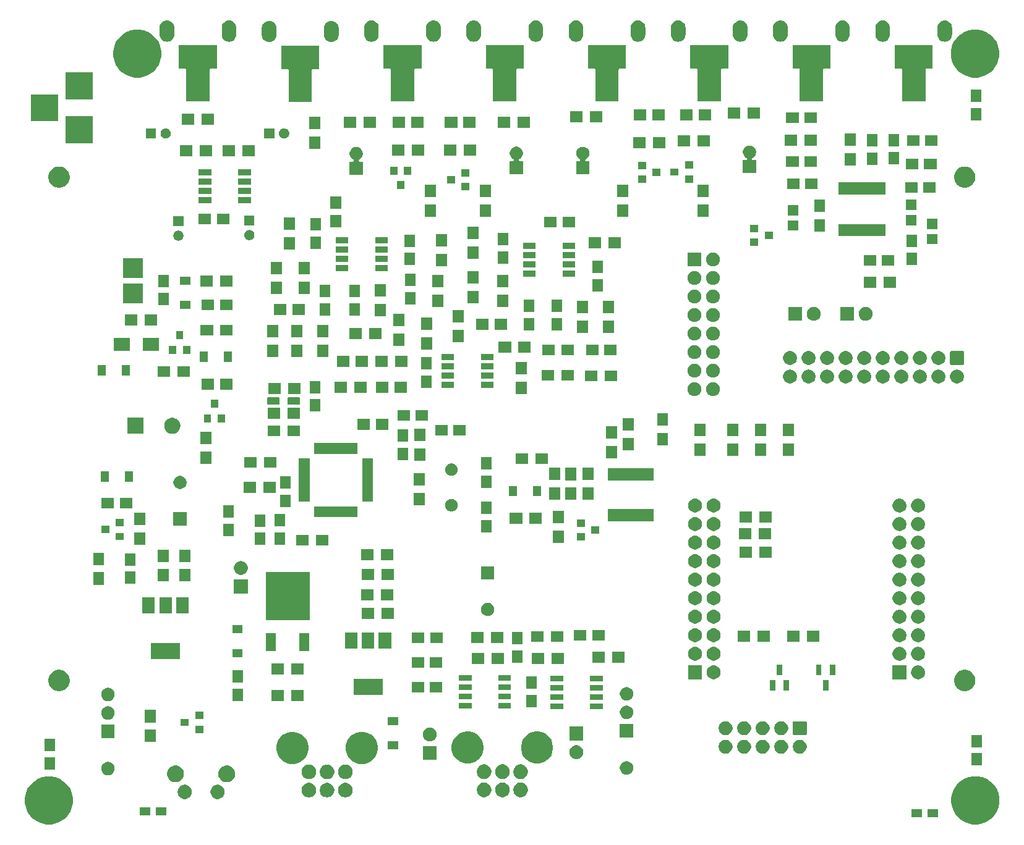
<source format=gts>
G04 #@! TF.GenerationSoftware,KiCad,Pcbnew,(5.1.6-0-10_14)*
G04 #@! TF.CreationDate,2020-10-12T01:28:03+09:00*
G04 #@! TF.ProjectId,FreeDSP_SMD_AB_plus,46726565-4453-4505-9f53-4d445f41425f,rev?*
G04 #@! TF.SameCoordinates,Original*
G04 #@! TF.FileFunction,Soldermask,Top*
G04 #@! TF.FilePolarity,Negative*
%FSLAX46Y46*%
G04 Gerber Fmt 4.6, Leading zero omitted, Abs format (unit mm)*
G04 Created by KiCad (PCBNEW (5.1.6-0-10_14)) date 2020-10-12 01:28:03*
%MOMM*%
%LPD*%
G01*
G04 APERTURE LIST*
%ADD10C,0.150000*%
%ADD11C,0.100000*%
G04 APERTURE END LIST*
D10*
G36*
X80715300Y-93713500D02*
G01*
X79127800Y-93713500D01*
X79127800Y-92824500D01*
X80715300Y-92824500D01*
X80715300Y-93713500D01*
G37*
X80715300Y-93713500D02*
X79127800Y-93713500D01*
X79127800Y-92824500D01*
X80715300Y-92824500D01*
X80715300Y-93713500D01*
G36*
X77921300Y-93713500D02*
G01*
X76333800Y-93713500D01*
X76333800Y-92824500D01*
X77921300Y-92824500D01*
X77921300Y-93713500D01*
G37*
X77921300Y-93713500D02*
X76333800Y-93713500D01*
X76333800Y-92824500D01*
X77921300Y-92824500D01*
X77921300Y-93713500D01*
D11*
G36*
X47350774Y-144862517D02*
G01*
X47951336Y-145111278D01*
X48373136Y-145393116D01*
X48491830Y-145472425D01*
X48951475Y-145932070D01*
X48951477Y-145932073D01*
X49312622Y-146472564D01*
X49561383Y-147073126D01*
X49688200Y-147710678D01*
X49688200Y-148360722D01*
X49561383Y-148998274D01*
X49312622Y-149598836D01*
X49312621Y-149598837D01*
X48951475Y-150139330D01*
X48491830Y-150598975D01*
X48491827Y-150598977D01*
X47951336Y-150960122D01*
X47350774Y-151208883D01*
X46713222Y-151335700D01*
X46063178Y-151335700D01*
X45425626Y-151208883D01*
X44825064Y-150960122D01*
X44284573Y-150598977D01*
X44284570Y-150598975D01*
X43824925Y-150139330D01*
X43463779Y-149598837D01*
X43463778Y-149598836D01*
X43215017Y-148998274D01*
X43088200Y-148360722D01*
X43088200Y-147710678D01*
X43215017Y-147073126D01*
X43463778Y-146472564D01*
X43824923Y-145932073D01*
X43824925Y-145932070D01*
X44284570Y-145472425D01*
X44403264Y-145393116D01*
X44825064Y-145111278D01*
X45425626Y-144862517D01*
X46063178Y-144735700D01*
X46713222Y-144735700D01*
X47350774Y-144862517D01*
G37*
G36*
X174200574Y-144839817D02*
G01*
X174801136Y-145088578D01*
X175256909Y-145393116D01*
X175341630Y-145449725D01*
X175801275Y-145909370D01*
X175801277Y-145909373D01*
X176162422Y-146449864D01*
X176411183Y-147050426D01*
X176538000Y-147687978D01*
X176538000Y-148338022D01*
X176411183Y-148975574D01*
X176162422Y-149576136D01*
X175841707Y-150056120D01*
X175801275Y-150116630D01*
X175341630Y-150576275D01*
X175341627Y-150576277D01*
X174801136Y-150937422D01*
X174200574Y-151186183D01*
X173563022Y-151313000D01*
X172912978Y-151313000D01*
X172275426Y-151186183D01*
X171674864Y-150937422D01*
X171134373Y-150576277D01*
X171134370Y-150576275D01*
X170674725Y-150116630D01*
X170634293Y-150056120D01*
X170313578Y-149576136D01*
X170064817Y-148975574D01*
X169938000Y-148338022D01*
X169938000Y-147687978D01*
X170064817Y-147050426D01*
X170313578Y-146449864D01*
X170674723Y-145909373D01*
X170674725Y-145909370D01*
X171134370Y-145449725D01*
X171219091Y-145393116D01*
X171674864Y-145088578D01*
X172275426Y-144839817D01*
X172912978Y-144713000D01*
X173563022Y-144713000D01*
X174200574Y-144839817D01*
G37*
G36*
X168112000Y-150318000D02*
G01*
X166712000Y-150318000D01*
X166712000Y-149218000D01*
X168112000Y-149218000D01*
X168112000Y-150318000D01*
G37*
G36*
X165912000Y-150318000D02*
G01*
X164512000Y-150318000D01*
X164512000Y-149218000D01*
X165912000Y-149218000D01*
X165912000Y-150318000D01*
G37*
G36*
X60265560Y-150056120D02*
G01*
X58865560Y-150056120D01*
X58865560Y-148956120D01*
X60265560Y-148956120D01*
X60265560Y-150056120D01*
G37*
G36*
X62465560Y-150056120D02*
G01*
X61065560Y-150056120D01*
X61065560Y-148956120D01*
X62465560Y-148956120D01*
X62465560Y-150056120D01*
G37*
G36*
X69767597Y-145926468D02*
G01*
X69945036Y-145999966D01*
X70104727Y-146106668D01*
X70240532Y-146242473D01*
X70347234Y-146402164D01*
X70420732Y-146579603D01*
X70458200Y-146767971D01*
X70458200Y-146960029D01*
X70420732Y-147148397D01*
X70347234Y-147325836D01*
X70240532Y-147485527D01*
X70104727Y-147621332D01*
X69945036Y-147728034D01*
X69767597Y-147801532D01*
X69579229Y-147839000D01*
X69387171Y-147839000D01*
X69198803Y-147801532D01*
X69021364Y-147728034D01*
X68861673Y-147621332D01*
X68725868Y-147485527D01*
X68619166Y-147325836D01*
X68545668Y-147148397D01*
X68508200Y-146960029D01*
X68508200Y-146767971D01*
X68545668Y-146579603D01*
X68619166Y-146402164D01*
X68725868Y-146242473D01*
X68861673Y-146106668D01*
X69021364Y-145999966D01*
X69198803Y-145926468D01*
X69387171Y-145889000D01*
X69579229Y-145889000D01*
X69767597Y-145926468D01*
G37*
G36*
X65267597Y-145926468D02*
G01*
X65445036Y-145999966D01*
X65604727Y-146106668D01*
X65740532Y-146242473D01*
X65847234Y-146402164D01*
X65920732Y-146579603D01*
X65958200Y-146767971D01*
X65958200Y-146960029D01*
X65920732Y-147148397D01*
X65847234Y-147325836D01*
X65740532Y-147485527D01*
X65604727Y-147621332D01*
X65445036Y-147728034D01*
X65267597Y-147801532D01*
X65079229Y-147839000D01*
X64887171Y-147839000D01*
X64698803Y-147801532D01*
X64521364Y-147728034D01*
X64361673Y-147621332D01*
X64225868Y-147485527D01*
X64119166Y-147325836D01*
X64045668Y-147148397D01*
X64008200Y-146960029D01*
X64008200Y-146767971D01*
X64045668Y-146579603D01*
X64119166Y-146402164D01*
X64225868Y-146242473D01*
X64361673Y-146106668D01*
X64521364Y-145999966D01*
X64698803Y-145926468D01*
X64887171Y-145889000D01*
X65079229Y-145889000D01*
X65267597Y-145926468D01*
G37*
G36*
X84774889Y-145654429D02*
G01*
X84956878Y-145729811D01*
X85120663Y-145839249D01*
X85259951Y-145978537D01*
X85369389Y-146142322D01*
X85444771Y-146324311D01*
X85483200Y-146517509D01*
X85483200Y-146714491D01*
X85444771Y-146907689D01*
X85369389Y-147089678D01*
X85259951Y-147253463D01*
X85120663Y-147392751D01*
X84956878Y-147502189D01*
X84774889Y-147577571D01*
X84581691Y-147616000D01*
X84384709Y-147616000D01*
X84191511Y-147577571D01*
X84009522Y-147502189D01*
X83845737Y-147392751D01*
X83706449Y-147253463D01*
X83597011Y-147089678D01*
X83521629Y-146907689D01*
X83483200Y-146714491D01*
X83483200Y-146517509D01*
X83521629Y-146324311D01*
X83597011Y-146142322D01*
X83706449Y-145978537D01*
X83845737Y-145839249D01*
X84009522Y-145729811D01*
X84191511Y-145654429D01*
X84384709Y-145616000D01*
X84581691Y-145616000D01*
X84774889Y-145654429D01*
G37*
G36*
X82274889Y-145654429D02*
G01*
X82456878Y-145729811D01*
X82620663Y-145839249D01*
X82759951Y-145978537D01*
X82869389Y-146142322D01*
X82944771Y-146324311D01*
X82983200Y-146517509D01*
X82983200Y-146714491D01*
X82944771Y-146907689D01*
X82869389Y-147089678D01*
X82759951Y-147253463D01*
X82620663Y-147392751D01*
X82456878Y-147502189D01*
X82274889Y-147577571D01*
X82081691Y-147616000D01*
X81884709Y-147616000D01*
X81691511Y-147577571D01*
X81509522Y-147502189D01*
X81345737Y-147392751D01*
X81206449Y-147253463D01*
X81097011Y-147089678D01*
X81021629Y-146907689D01*
X80983200Y-146714491D01*
X80983200Y-146517509D01*
X81021629Y-146324311D01*
X81097011Y-146142322D01*
X81206449Y-145978537D01*
X81345737Y-145839249D01*
X81509522Y-145729811D01*
X81691511Y-145654429D01*
X81884709Y-145616000D01*
X82081691Y-145616000D01*
X82274889Y-145654429D01*
G37*
G36*
X87274889Y-145654429D02*
G01*
X87456878Y-145729811D01*
X87620663Y-145839249D01*
X87759951Y-145978537D01*
X87869389Y-146142322D01*
X87944771Y-146324311D01*
X87983200Y-146517509D01*
X87983200Y-146714491D01*
X87944771Y-146907689D01*
X87869389Y-147089678D01*
X87759951Y-147253463D01*
X87620663Y-147392751D01*
X87456878Y-147502189D01*
X87274889Y-147577571D01*
X87081691Y-147616000D01*
X86884709Y-147616000D01*
X86691511Y-147577571D01*
X86509522Y-147502189D01*
X86345737Y-147392751D01*
X86206449Y-147253463D01*
X86097011Y-147089678D01*
X86021629Y-146907689D01*
X85983200Y-146714491D01*
X85983200Y-146517509D01*
X86021629Y-146324311D01*
X86097011Y-146142322D01*
X86206449Y-145978537D01*
X86345737Y-145839249D01*
X86509522Y-145729811D01*
X86691511Y-145654429D01*
X86884709Y-145616000D01*
X87081691Y-145616000D01*
X87274889Y-145654429D01*
G37*
G36*
X106274689Y-145621429D02*
G01*
X106456678Y-145696811D01*
X106620463Y-145806249D01*
X106759751Y-145945537D01*
X106869189Y-146109322D01*
X106944571Y-146291311D01*
X106983000Y-146484509D01*
X106983000Y-146681491D01*
X106944571Y-146874689D01*
X106869189Y-147056678D01*
X106759751Y-147220463D01*
X106620463Y-147359751D01*
X106456678Y-147469189D01*
X106274689Y-147544571D01*
X106081491Y-147583000D01*
X105884509Y-147583000D01*
X105691311Y-147544571D01*
X105509322Y-147469189D01*
X105345537Y-147359751D01*
X105206249Y-147220463D01*
X105096811Y-147056678D01*
X105021429Y-146874689D01*
X104983000Y-146681491D01*
X104983000Y-146484509D01*
X105021429Y-146291311D01*
X105096811Y-146109322D01*
X105206249Y-145945537D01*
X105345537Y-145806249D01*
X105509322Y-145696811D01*
X105691311Y-145621429D01*
X105884509Y-145583000D01*
X106081491Y-145583000D01*
X106274689Y-145621429D01*
G37*
G36*
X108774689Y-145621429D02*
G01*
X108956678Y-145696811D01*
X109120463Y-145806249D01*
X109259751Y-145945537D01*
X109369189Y-146109322D01*
X109444571Y-146291311D01*
X109483000Y-146484509D01*
X109483000Y-146681491D01*
X109444571Y-146874689D01*
X109369189Y-147056678D01*
X109259751Y-147220463D01*
X109120463Y-147359751D01*
X108956678Y-147469189D01*
X108774689Y-147544571D01*
X108581491Y-147583000D01*
X108384509Y-147583000D01*
X108191311Y-147544571D01*
X108009322Y-147469189D01*
X107845537Y-147359751D01*
X107706249Y-147220463D01*
X107596811Y-147056678D01*
X107521429Y-146874689D01*
X107483000Y-146681491D01*
X107483000Y-146484509D01*
X107521429Y-146291311D01*
X107596811Y-146109322D01*
X107706249Y-145945537D01*
X107845537Y-145806249D01*
X108009322Y-145696811D01*
X108191311Y-145621429D01*
X108384509Y-145583000D01*
X108581491Y-145583000D01*
X108774689Y-145621429D01*
G37*
G36*
X111274689Y-145621429D02*
G01*
X111456678Y-145696811D01*
X111620463Y-145806249D01*
X111759751Y-145945537D01*
X111869189Y-146109322D01*
X111944571Y-146291311D01*
X111983000Y-146484509D01*
X111983000Y-146681491D01*
X111944571Y-146874689D01*
X111869189Y-147056678D01*
X111759751Y-147220463D01*
X111620463Y-147359751D01*
X111456678Y-147469189D01*
X111274689Y-147544571D01*
X111081491Y-147583000D01*
X110884509Y-147583000D01*
X110691311Y-147544571D01*
X110509322Y-147469189D01*
X110345537Y-147359751D01*
X110206249Y-147220463D01*
X110096811Y-147056678D01*
X110021429Y-146874689D01*
X109983000Y-146681491D01*
X109983000Y-146484509D01*
X110021429Y-146291311D01*
X110096811Y-146109322D01*
X110206249Y-145945537D01*
X110345537Y-145806249D01*
X110509322Y-145696811D01*
X110691311Y-145621429D01*
X110884509Y-145583000D01*
X111081491Y-145583000D01*
X111274689Y-145621429D01*
G37*
G36*
X63901820Y-143237000D02*
G01*
X64058643Y-143268194D01*
X64267929Y-143354883D01*
X64456286Y-143480739D01*
X64616461Y-143640914D01*
X64742317Y-143829271D01*
X64806619Y-143984510D01*
X64829006Y-144038557D01*
X64873200Y-144260735D01*
X64873200Y-144487265D01*
X64829006Y-144709443D01*
X64742317Y-144918729D01*
X64616461Y-145107086D01*
X64456286Y-145267261D01*
X64267929Y-145393117D01*
X64076467Y-145472423D01*
X64058643Y-145479806D01*
X63836465Y-145524000D01*
X63609935Y-145524000D01*
X63387757Y-145479806D01*
X63369933Y-145472423D01*
X63178471Y-145393117D01*
X62990114Y-145267261D01*
X62829939Y-145107086D01*
X62704083Y-144918729D01*
X62617394Y-144709443D01*
X62573200Y-144487265D01*
X62573200Y-144260735D01*
X62617394Y-144038557D01*
X62639781Y-143984510D01*
X62704083Y-143829271D01*
X62829939Y-143640914D01*
X62990114Y-143480739D01*
X63178471Y-143354883D01*
X63387757Y-143268194D01*
X63544580Y-143237000D01*
X63609935Y-143224000D01*
X63836465Y-143224000D01*
X63901820Y-143237000D01*
G37*
G36*
X70911820Y-143237000D02*
G01*
X71068643Y-143268194D01*
X71277929Y-143354883D01*
X71466286Y-143480739D01*
X71626461Y-143640914D01*
X71752317Y-143829271D01*
X71816619Y-143984510D01*
X71839006Y-144038557D01*
X71883200Y-144260735D01*
X71883200Y-144487265D01*
X71839006Y-144709443D01*
X71752317Y-144918729D01*
X71626461Y-145107086D01*
X71466286Y-145267261D01*
X71277929Y-145393117D01*
X71086467Y-145472423D01*
X71068643Y-145479806D01*
X70846465Y-145524000D01*
X70619935Y-145524000D01*
X70397757Y-145479806D01*
X70379933Y-145472423D01*
X70188471Y-145393117D01*
X70000114Y-145267261D01*
X69839939Y-145107086D01*
X69714083Y-144918729D01*
X69627394Y-144709443D01*
X69583200Y-144487265D01*
X69583200Y-144260735D01*
X69627394Y-144038557D01*
X69649781Y-143984510D01*
X69714083Y-143829271D01*
X69839939Y-143640914D01*
X70000114Y-143480739D01*
X70188471Y-143354883D01*
X70397757Y-143268194D01*
X70554580Y-143237000D01*
X70619935Y-143224000D01*
X70846465Y-143224000D01*
X70911820Y-143237000D01*
G37*
G36*
X84774889Y-143154429D02*
G01*
X84956878Y-143229811D01*
X85120663Y-143339249D01*
X85259951Y-143478537D01*
X85369389Y-143642322D01*
X85444771Y-143824311D01*
X85483200Y-144017509D01*
X85483200Y-144214491D01*
X85444771Y-144407689D01*
X85369389Y-144589678D01*
X85259951Y-144753463D01*
X85120663Y-144892751D01*
X84956878Y-145002189D01*
X84774889Y-145077571D01*
X84581691Y-145116000D01*
X84384709Y-145116000D01*
X84191511Y-145077571D01*
X84009522Y-145002189D01*
X83845737Y-144892751D01*
X83706449Y-144753463D01*
X83597011Y-144589678D01*
X83521629Y-144407689D01*
X83483200Y-144214491D01*
X83483200Y-144017509D01*
X83521629Y-143824311D01*
X83597011Y-143642322D01*
X83706449Y-143478537D01*
X83845737Y-143339249D01*
X84009522Y-143229811D01*
X84191511Y-143154429D01*
X84384709Y-143116000D01*
X84581691Y-143116000D01*
X84774889Y-143154429D01*
G37*
G36*
X82274889Y-143154429D02*
G01*
X82456878Y-143229811D01*
X82620663Y-143339249D01*
X82759951Y-143478537D01*
X82869389Y-143642322D01*
X82944771Y-143824311D01*
X82983200Y-144017509D01*
X82983200Y-144214491D01*
X82944771Y-144407689D01*
X82869389Y-144589678D01*
X82759951Y-144753463D01*
X82620663Y-144892751D01*
X82456878Y-145002189D01*
X82274889Y-145077571D01*
X82081691Y-145116000D01*
X81884709Y-145116000D01*
X81691511Y-145077571D01*
X81509522Y-145002189D01*
X81345737Y-144892751D01*
X81206449Y-144753463D01*
X81097011Y-144589678D01*
X81021629Y-144407689D01*
X80983200Y-144214491D01*
X80983200Y-144017509D01*
X81021629Y-143824311D01*
X81097011Y-143642322D01*
X81206449Y-143478537D01*
X81345737Y-143339249D01*
X81509522Y-143229811D01*
X81691511Y-143154429D01*
X81884709Y-143116000D01*
X82081691Y-143116000D01*
X82274889Y-143154429D01*
G37*
G36*
X87274889Y-143154429D02*
G01*
X87456878Y-143229811D01*
X87620663Y-143339249D01*
X87759951Y-143478537D01*
X87869389Y-143642322D01*
X87944771Y-143824311D01*
X87983200Y-144017509D01*
X87983200Y-144214491D01*
X87944771Y-144407689D01*
X87869389Y-144589678D01*
X87759951Y-144753463D01*
X87620663Y-144892751D01*
X87456878Y-145002189D01*
X87274889Y-145077571D01*
X87081691Y-145116000D01*
X86884709Y-145116000D01*
X86691511Y-145077571D01*
X86509522Y-145002189D01*
X86345737Y-144892751D01*
X86206449Y-144753463D01*
X86097011Y-144589678D01*
X86021629Y-144407689D01*
X85983200Y-144214491D01*
X85983200Y-144017509D01*
X86021629Y-143824311D01*
X86097011Y-143642322D01*
X86206449Y-143478537D01*
X86345737Y-143339249D01*
X86509522Y-143229811D01*
X86691511Y-143154429D01*
X86884709Y-143116000D01*
X87081691Y-143116000D01*
X87274889Y-143154429D01*
G37*
G36*
X106274689Y-143121429D02*
G01*
X106456678Y-143196811D01*
X106620463Y-143306249D01*
X106759751Y-143445537D01*
X106869189Y-143609322D01*
X106944571Y-143791311D01*
X106983000Y-143984509D01*
X106983000Y-144181491D01*
X106944571Y-144374689D01*
X106869189Y-144556678D01*
X106759751Y-144720463D01*
X106620463Y-144859751D01*
X106456678Y-144969189D01*
X106274689Y-145044571D01*
X106081491Y-145083000D01*
X105884509Y-145083000D01*
X105691311Y-145044571D01*
X105509322Y-144969189D01*
X105345537Y-144859751D01*
X105206249Y-144720463D01*
X105096811Y-144556678D01*
X105021429Y-144374689D01*
X104983000Y-144181491D01*
X104983000Y-143984509D01*
X105021429Y-143791311D01*
X105096811Y-143609322D01*
X105206249Y-143445537D01*
X105345537Y-143306249D01*
X105509322Y-143196811D01*
X105691311Y-143121429D01*
X105884509Y-143083000D01*
X106081491Y-143083000D01*
X106274689Y-143121429D01*
G37*
G36*
X108774689Y-143121429D02*
G01*
X108956678Y-143196811D01*
X109120463Y-143306249D01*
X109259751Y-143445537D01*
X109369189Y-143609322D01*
X109444571Y-143791311D01*
X109483000Y-143984509D01*
X109483000Y-144181491D01*
X109444571Y-144374689D01*
X109369189Y-144556678D01*
X109259751Y-144720463D01*
X109120463Y-144859751D01*
X108956678Y-144969189D01*
X108774689Y-145044571D01*
X108581491Y-145083000D01*
X108384509Y-145083000D01*
X108191311Y-145044571D01*
X108009322Y-144969189D01*
X107845537Y-144859751D01*
X107706249Y-144720463D01*
X107596811Y-144556678D01*
X107521429Y-144374689D01*
X107483000Y-144181491D01*
X107483000Y-143984509D01*
X107521429Y-143791311D01*
X107596811Y-143609322D01*
X107706249Y-143445537D01*
X107845537Y-143306249D01*
X108009322Y-143196811D01*
X108191311Y-143121429D01*
X108384509Y-143083000D01*
X108581491Y-143083000D01*
X108774689Y-143121429D01*
G37*
G36*
X111274689Y-143121429D02*
G01*
X111456678Y-143196811D01*
X111620463Y-143306249D01*
X111759751Y-143445537D01*
X111869189Y-143609322D01*
X111944571Y-143791311D01*
X111983000Y-143984509D01*
X111983000Y-144181491D01*
X111944571Y-144374689D01*
X111869189Y-144556678D01*
X111759751Y-144720463D01*
X111620463Y-144859751D01*
X111456678Y-144969189D01*
X111274689Y-145044571D01*
X111081491Y-145083000D01*
X110884509Y-145083000D01*
X110691311Y-145044571D01*
X110509322Y-144969189D01*
X110345537Y-144859751D01*
X110206249Y-144720463D01*
X110096811Y-144556678D01*
X110021429Y-144374689D01*
X109983000Y-144181491D01*
X109983000Y-143984509D01*
X110021429Y-143791311D01*
X110096811Y-143609322D01*
X110206249Y-143445537D01*
X110345537Y-143306249D01*
X110509322Y-143196811D01*
X110691311Y-143121429D01*
X110884509Y-143083000D01*
X111081491Y-143083000D01*
X111274689Y-143121429D01*
G37*
G36*
X54679713Y-142765614D02*
G01*
X54750826Y-142779759D01*
X54917800Y-142848922D01*
X55068074Y-142949332D01*
X55195868Y-143077126D01*
X55296278Y-143227400D01*
X55365441Y-143394374D01*
X55400700Y-143571636D01*
X55400700Y-143752364D01*
X55365441Y-143929626D01*
X55296278Y-144096600D01*
X55195868Y-144246874D01*
X55068074Y-144374668D01*
X54917800Y-144475078D01*
X54750826Y-144544241D01*
X54691739Y-144555994D01*
X54573566Y-144579500D01*
X54392834Y-144579500D01*
X54274661Y-144555994D01*
X54215574Y-144544241D01*
X54048600Y-144475078D01*
X53898326Y-144374668D01*
X53770532Y-144246874D01*
X53670122Y-144096600D01*
X53600959Y-143929626D01*
X53565700Y-143752364D01*
X53565700Y-143571636D01*
X53600959Y-143394374D01*
X53670122Y-143227400D01*
X53770532Y-143077126D01*
X53898326Y-142949332D01*
X54048600Y-142848922D01*
X54215574Y-142779759D01*
X54286687Y-142765614D01*
X54392834Y-142744500D01*
X54573566Y-142744500D01*
X54679713Y-142765614D01*
G37*
G36*
X125691539Y-142691006D02*
G01*
X125750626Y-142702759D01*
X125917600Y-142771922D01*
X126067874Y-142872332D01*
X126195668Y-143000126D01*
X126296078Y-143150400D01*
X126360633Y-143306250D01*
X126365241Y-143317375D01*
X126397736Y-143480737D01*
X126400500Y-143494636D01*
X126400500Y-143675364D01*
X126365241Y-143852626D01*
X126296078Y-144019600D01*
X126195668Y-144169874D01*
X126067874Y-144297668D01*
X125917600Y-144398078D01*
X125750626Y-144467241D01*
X125711226Y-144475078D01*
X125573366Y-144502500D01*
X125392634Y-144502500D01*
X125254774Y-144475078D01*
X125215374Y-144467241D01*
X125048400Y-144398078D01*
X124898126Y-144297668D01*
X124770332Y-144169874D01*
X124669922Y-144019600D01*
X124600759Y-143852626D01*
X124565500Y-143675364D01*
X124565500Y-143494636D01*
X124568265Y-143480737D01*
X124600759Y-143317375D01*
X124605367Y-143306250D01*
X124669922Y-143150400D01*
X124770332Y-143000126D01*
X124898126Y-142872332D01*
X125048400Y-142771922D01*
X125215374Y-142702759D01*
X125274461Y-142691006D01*
X125392634Y-142667500D01*
X125573366Y-142667500D01*
X125691539Y-142691006D01*
G37*
G36*
X47217360Y-143810860D02*
G01*
X45767360Y-143810860D01*
X45767360Y-142110860D01*
X47217360Y-142110860D01*
X47217360Y-143810860D01*
G37*
G36*
X174151000Y-143237000D02*
G01*
X172701000Y-143237000D01*
X172701000Y-141537000D01*
X174151000Y-141537000D01*
X174151000Y-143237000D01*
G37*
G36*
X80374916Y-138700545D02*
G01*
X80775291Y-138866385D01*
X80960536Y-138990162D01*
X81135621Y-139107150D01*
X81442050Y-139413579D01*
X81442052Y-139413582D01*
X81682815Y-139773909D01*
X81848655Y-140174284D01*
X81933200Y-140599319D01*
X81933200Y-141032681D01*
X81848655Y-141457716D01*
X81682815Y-141858091D01*
X81573568Y-142021590D01*
X81442050Y-142218421D01*
X81135621Y-142524850D01*
X81135618Y-142524852D01*
X80775291Y-142765615D01*
X80374916Y-142931455D01*
X79949881Y-143016000D01*
X79516519Y-143016000D01*
X79091484Y-142931455D01*
X78691109Y-142765615D01*
X78330782Y-142524852D01*
X78330779Y-142524850D01*
X78024350Y-142218421D01*
X77892832Y-142021590D01*
X77783585Y-141858091D01*
X77617745Y-141457716D01*
X77533200Y-141032681D01*
X77533200Y-140599319D01*
X77617745Y-140174284D01*
X77783585Y-139773909D01*
X78024348Y-139413582D01*
X78024350Y-139413579D01*
X78330779Y-139107150D01*
X78505864Y-138990162D01*
X78691109Y-138866385D01*
X79091484Y-138700545D01*
X79516519Y-138616000D01*
X79949881Y-138616000D01*
X80374916Y-138700545D01*
G37*
G36*
X89874916Y-138700545D02*
G01*
X90275291Y-138866385D01*
X90460536Y-138990162D01*
X90635621Y-139107150D01*
X90942050Y-139413579D01*
X90942052Y-139413582D01*
X91182815Y-139773909D01*
X91348655Y-140174284D01*
X91433200Y-140599319D01*
X91433200Y-141032681D01*
X91348655Y-141457716D01*
X91182815Y-141858091D01*
X91073568Y-142021590D01*
X90942050Y-142218421D01*
X90635621Y-142524850D01*
X90635618Y-142524852D01*
X90275291Y-142765615D01*
X89874916Y-142931455D01*
X89449881Y-143016000D01*
X89016519Y-143016000D01*
X88591484Y-142931455D01*
X88191109Y-142765615D01*
X87830782Y-142524852D01*
X87830779Y-142524850D01*
X87524350Y-142218421D01*
X87392832Y-142021590D01*
X87283585Y-141858091D01*
X87117745Y-141457716D01*
X87033200Y-141032681D01*
X87033200Y-140599319D01*
X87117745Y-140174284D01*
X87283585Y-139773909D01*
X87524348Y-139413582D01*
X87524350Y-139413579D01*
X87830779Y-139107150D01*
X88005864Y-138990162D01*
X88191109Y-138866385D01*
X88591484Y-138700545D01*
X89016519Y-138616000D01*
X89449881Y-138616000D01*
X89874916Y-138700545D01*
G37*
G36*
X104374716Y-138667545D02*
G01*
X104775091Y-138833385D01*
X104931441Y-138937855D01*
X105135421Y-139074150D01*
X105441850Y-139380579D01*
X105441852Y-139380582D01*
X105682615Y-139740909D01*
X105848455Y-140141284D01*
X105933000Y-140566319D01*
X105933000Y-140999681D01*
X105848455Y-141424716D01*
X105682615Y-141825091D01*
X105682614Y-141825092D01*
X105441850Y-142185421D01*
X105135421Y-142491850D01*
X105135418Y-142491852D01*
X104775091Y-142732615D01*
X104374716Y-142898455D01*
X103949681Y-142983000D01*
X103516319Y-142983000D01*
X103091284Y-142898455D01*
X102690909Y-142732615D01*
X102330582Y-142491852D01*
X102330579Y-142491850D01*
X102024150Y-142185421D01*
X101783386Y-141825092D01*
X101783385Y-141825091D01*
X101617545Y-141424716D01*
X101533000Y-140999681D01*
X101533000Y-140566319D01*
X101617545Y-140141284D01*
X101783385Y-139740909D01*
X102024148Y-139380582D01*
X102024150Y-139380579D01*
X102330579Y-139074150D01*
X102534559Y-138937855D01*
X102690909Y-138833385D01*
X103091284Y-138667545D01*
X103516319Y-138583000D01*
X103949681Y-138583000D01*
X104374716Y-138667545D01*
G37*
G36*
X113874716Y-138667545D02*
G01*
X114275091Y-138833385D01*
X114431441Y-138937855D01*
X114635421Y-139074150D01*
X114941850Y-139380579D01*
X114941852Y-139380582D01*
X115182615Y-139740909D01*
X115348455Y-140141284D01*
X115433000Y-140566319D01*
X115433000Y-140999681D01*
X115348455Y-141424716D01*
X115182615Y-141825091D01*
X115182614Y-141825092D01*
X114941850Y-142185421D01*
X114635421Y-142491850D01*
X114635418Y-142491852D01*
X114275091Y-142732615D01*
X113874716Y-142898455D01*
X113449681Y-142983000D01*
X113016319Y-142983000D01*
X112591284Y-142898455D01*
X112190909Y-142732615D01*
X111830582Y-142491852D01*
X111830579Y-142491850D01*
X111524150Y-142185421D01*
X111283386Y-141825092D01*
X111283385Y-141825091D01*
X111117545Y-141424716D01*
X111033000Y-140999681D01*
X111033000Y-140566319D01*
X111117545Y-140141284D01*
X111283385Y-139740909D01*
X111524148Y-139380582D01*
X111524150Y-139380579D01*
X111830579Y-139074150D01*
X112034559Y-138937855D01*
X112190909Y-138833385D01*
X112591284Y-138667545D01*
X113016319Y-138583000D01*
X113449681Y-138583000D01*
X113874716Y-138667545D01*
G37*
G36*
X99502200Y-142493000D02*
G01*
X97602200Y-142493000D01*
X97602200Y-140593000D01*
X99502200Y-140593000D01*
X99502200Y-142493000D01*
G37*
G36*
X118823926Y-140490339D02*
G01*
X118885106Y-140502508D01*
X119057995Y-140574121D01*
X119213591Y-140678087D01*
X119345913Y-140810409D01*
X119449879Y-140966005D01*
X119521492Y-141138894D01*
X119558000Y-141322435D01*
X119558000Y-141509565D01*
X119521492Y-141693106D01*
X119449879Y-141865995D01*
X119345913Y-142021591D01*
X119213591Y-142153913D01*
X119057995Y-142257879D01*
X118885106Y-142329492D01*
X118823926Y-142341661D01*
X118701567Y-142366000D01*
X118514433Y-142366000D01*
X118392074Y-142341661D01*
X118330894Y-142329492D01*
X118158005Y-142257879D01*
X118002409Y-142153913D01*
X117870087Y-142021591D01*
X117766121Y-141865995D01*
X117694508Y-141693106D01*
X117658000Y-141509565D01*
X117658000Y-141322435D01*
X117694508Y-141138894D01*
X117766121Y-140966005D01*
X117870087Y-140810409D01*
X118002409Y-140678087D01*
X118158005Y-140574121D01*
X118330894Y-140502508D01*
X118392074Y-140490339D01*
X118514433Y-140466000D01*
X118701567Y-140466000D01*
X118823926Y-140490339D01*
G37*
G36*
X144337926Y-139736339D02*
G01*
X144399106Y-139748508D01*
X144571995Y-139820121D01*
X144727591Y-139924087D01*
X144859913Y-140056409D01*
X144963879Y-140212005D01*
X144963879Y-140212006D01*
X145035492Y-140384895D01*
X145071580Y-140566320D01*
X145072000Y-140568435D01*
X145072000Y-140755565D01*
X145035492Y-140939106D01*
X144963879Y-141111995D01*
X144859913Y-141267591D01*
X144727591Y-141399913D01*
X144571995Y-141503879D01*
X144399106Y-141575492D01*
X144337926Y-141587661D01*
X144215567Y-141612000D01*
X144028433Y-141612000D01*
X143906074Y-141587661D01*
X143844894Y-141575492D01*
X143672005Y-141503879D01*
X143516409Y-141399913D01*
X143384087Y-141267591D01*
X143280121Y-141111995D01*
X143208508Y-140939106D01*
X143172000Y-140755565D01*
X143172000Y-140568435D01*
X143172421Y-140566320D01*
X143208508Y-140384895D01*
X143280121Y-140212006D01*
X143280121Y-140212005D01*
X143384087Y-140056409D01*
X143516409Y-139924087D01*
X143672005Y-139820121D01*
X143844894Y-139748508D01*
X143906074Y-139736339D01*
X144028433Y-139712000D01*
X144215567Y-139712000D01*
X144337926Y-139736339D01*
G37*
G36*
X149417926Y-139736339D02*
G01*
X149479106Y-139748508D01*
X149651995Y-139820121D01*
X149807591Y-139924087D01*
X149939913Y-140056409D01*
X150043879Y-140212005D01*
X150043879Y-140212006D01*
X150115492Y-140384895D01*
X150151580Y-140566320D01*
X150152000Y-140568435D01*
X150152000Y-140755565D01*
X150115492Y-140939106D01*
X150043879Y-141111995D01*
X149939913Y-141267591D01*
X149807591Y-141399913D01*
X149651995Y-141503879D01*
X149479106Y-141575492D01*
X149417926Y-141587661D01*
X149295567Y-141612000D01*
X149108433Y-141612000D01*
X148986074Y-141587661D01*
X148924894Y-141575492D01*
X148752005Y-141503879D01*
X148596409Y-141399913D01*
X148464087Y-141267591D01*
X148360121Y-141111995D01*
X148288508Y-140939106D01*
X148252000Y-140755565D01*
X148252000Y-140568435D01*
X148252421Y-140566320D01*
X148288508Y-140384895D01*
X148360121Y-140212006D01*
X148360121Y-140212005D01*
X148464087Y-140056409D01*
X148596409Y-139924087D01*
X148752005Y-139820121D01*
X148924894Y-139748508D01*
X148986074Y-139736339D01*
X149108433Y-139712000D01*
X149295567Y-139712000D01*
X149417926Y-139736339D01*
G37*
G36*
X141797926Y-139736339D02*
G01*
X141859106Y-139748508D01*
X142031995Y-139820121D01*
X142187591Y-139924087D01*
X142319913Y-140056409D01*
X142423879Y-140212005D01*
X142423879Y-140212006D01*
X142495492Y-140384895D01*
X142531580Y-140566320D01*
X142532000Y-140568435D01*
X142532000Y-140755565D01*
X142495492Y-140939106D01*
X142423879Y-141111995D01*
X142319913Y-141267591D01*
X142187591Y-141399913D01*
X142031995Y-141503879D01*
X141859106Y-141575492D01*
X141797926Y-141587661D01*
X141675567Y-141612000D01*
X141488433Y-141612000D01*
X141366074Y-141587661D01*
X141304894Y-141575492D01*
X141132005Y-141503879D01*
X140976409Y-141399913D01*
X140844087Y-141267591D01*
X140740121Y-141111995D01*
X140668508Y-140939106D01*
X140632000Y-140755565D01*
X140632000Y-140568435D01*
X140632421Y-140566320D01*
X140668508Y-140384895D01*
X140740121Y-140212006D01*
X140740121Y-140212005D01*
X140844087Y-140056409D01*
X140976409Y-139924087D01*
X141132005Y-139820121D01*
X141304894Y-139748508D01*
X141366074Y-139736339D01*
X141488433Y-139712000D01*
X141675567Y-139712000D01*
X141797926Y-139736339D01*
G37*
G36*
X139257926Y-139736339D02*
G01*
X139319106Y-139748508D01*
X139491995Y-139820121D01*
X139647591Y-139924087D01*
X139779913Y-140056409D01*
X139883879Y-140212005D01*
X139883879Y-140212006D01*
X139955492Y-140384895D01*
X139991580Y-140566320D01*
X139992000Y-140568435D01*
X139992000Y-140755565D01*
X139955492Y-140939106D01*
X139883879Y-141111995D01*
X139779913Y-141267591D01*
X139647591Y-141399913D01*
X139491995Y-141503879D01*
X139319106Y-141575492D01*
X139257926Y-141587661D01*
X139135567Y-141612000D01*
X138948433Y-141612000D01*
X138826074Y-141587661D01*
X138764894Y-141575492D01*
X138592005Y-141503879D01*
X138436409Y-141399913D01*
X138304087Y-141267591D01*
X138200121Y-141111995D01*
X138128508Y-140939106D01*
X138092000Y-140755565D01*
X138092000Y-140568435D01*
X138092421Y-140566320D01*
X138128508Y-140384895D01*
X138200121Y-140212006D01*
X138200121Y-140212005D01*
X138304087Y-140056409D01*
X138436409Y-139924087D01*
X138592005Y-139820121D01*
X138764894Y-139748508D01*
X138826074Y-139736339D01*
X138948433Y-139712000D01*
X139135567Y-139712000D01*
X139257926Y-139736339D01*
G37*
G36*
X146877926Y-139736339D02*
G01*
X146939106Y-139748508D01*
X147111995Y-139820121D01*
X147267591Y-139924087D01*
X147399913Y-140056409D01*
X147503879Y-140212005D01*
X147503879Y-140212006D01*
X147575492Y-140384895D01*
X147611580Y-140566320D01*
X147612000Y-140568435D01*
X147612000Y-140755565D01*
X147575492Y-140939106D01*
X147503879Y-141111995D01*
X147399913Y-141267591D01*
X147267591Y-141399913D01*
X147111995Y-141503879D01*
X146939106Y-141575492D01*
X146877926Y-141587661D01*
X146755567Y-141612000D01*
X146568433Y-141612000D01*
X146446074Y-141587661D01*
X146384894Y-141575492D01*
X146212005Y-141503879D01*
X146056409Y-141399913D01*
X145924087Y-141267591D01*
X145820121Y-141111995D01*
X145748508Y-140939106D01*
X145712000Y-140755565D01*
X145712000Y-140568435D01*
X145712421Y-140566320D01*
X145748508Y-140384895D01*
X145820121Y-140212006D01*
X145820121Y-140212005D01*
X145924087Y-140056409D01*
X146056409Y-139924087D01*
X146212005Y-139820121D01*
X146384894Y-139748508D01*
X146446074Y-139736339D01*
X146568433Y-139712000D01*
X146755567Y-139712000D01*
X146877926Y-139736339D01*
G37*
G36*
X47217360Y-141310860D02*
G01*
X45767360Y-141310860D01*
X45767360Y-139610860D01*
X47217360Y-139610860D01*
X47217360Y-141310860D01*
G37*
G36*
X94192500Y-140982000D02*
G01*
X92792500Y-140982000D01*
X92792500Y-139882000D01*
X94192500Y-139882000D01*
X94192500Y-140982000D01*
G37*
G36*
X174151000Y-140737000D02*
G01*
X172701000Y-140737000D01*
X172701000Y-139037000D01*
X174151000Y-139037000D01*
X174151000Y-140737000D01*
G37*
G36*
X61033960Y-140039520D02*
G01*
X59533960Y-140039520D01*
X59533960Y-138339520D01*
X61033960Y-138339520D01*
X61033960Y-140039520D01*
G37*
G36*
X98768126Y-138077339D02*
G01*
X98829306Y-138089508D01*
X99002195Y-138161121D01*
X99157791Y-138265087D01*
X99290113Y-138397409D01*
X99394079Y-138553005D01*
X99465692Y-138725894D01*
X99502200Y-138909435D01*
X99502200Y-139096565D01*
X99465692Y-139280106D01*
X99394079Y-139452995D01*
X99290113Y-139608591D01*
X99157791Y-139740913D01*
X99002195Y-139844879D01*
X98829306Y-139916492D01*
X98768126Y-139928661D01*
X98645767Y-139953000D01*
X98458633Y-139953000D01*
X98336274Y-139928661D01*
X98275094Y-139916492D01*
X98102205Y-139844879D01*
X97946609Y-139740913D01*
X97814287Y-139608591D01*
X97710321Y-139452995D01*
X97638708Y-139280106D01*
X97602200Y-139096565D01*
X97602200Y-138909435D01*
X97638708Y-138725894D01*
X97710321Y-138553005D01*
X97814287Y-138397409D01*
X97946609Y-138265087D01*
X98102205Y-138161121D01*
X98275094Y-138089508D01*
X98336274Y-138077339D01*
X98458633Y-138053000D01*
X98645767Y-138053000D01*
X98768126Y-138077339D01*
G37*
G36*
X119558000Y-139826000D02*
G01*
X117658000Y-139826000D01*
X117658000Y-137926000D01*
X119558000Y-137926000D01*
X119558000Y-139826000D01*
G37*
G36*
X55400700Y-139499500D02*
G01*
X53565700Y-139499500D01*
X53565700Y-137664500D01*
X55400700Y-137664500D01*
X55400700Y-139499500D01*
G37*
G36*
X126400500Y-139422500D02*
G01*
X124565500Y-139422500D01*
X124565500Y-137587500D01*
X126400500Y-137587500D01*
X126400500Y-139422500D01*
G37*
G36*
X146862493Y-137193269D02*
G01*
X146939106Y-137208508D01*
X147111995Y-137280121D01*
X147267591Y-137384087D01*
X147399913Y-137516409D01*
X147503879Y-137672005D01*
X147575492Y-137844894D01*
X147612000Y-138028435D01*
X147612000Y-138215565D01*
X147575492Y-138399106D01*
X147503879Y-138571995D01*
X147399913Y-138727591D01*
X147267591Y-138859913D01*
X147111995Y-138963879D01*
X146939106Y-139035492D01*
X146899842Y-139043302D01*
X146755567Y-139072000D01*
X146568433Y-139072000D01*
X146424158Y-139043302D01*
X146384894Y-139035492D01*
X146212005Y-138963879D01*
X146056409Y-138859913D01*
X145924087Y-138727591D01*
X145820121Y-138571995D01*
X145748508Y-138399106D01*
X145712000Y-138215565D01*
X145712000Y-138028435D01*
X145748508Y-137844894D01*
X145820121Y-137672005D01*
X145924087Y-137516409D01*
X146056409Y-137384087D01*
X146212005Y-137280121D01*
X146384894Y-137208508D01*
X146461507Y-137193269D01*
X146568433Y-137172000D01*
X146755567Y-137172000D01*
X146862493Y-137193269D01*
G37*
G36*
X150017855Y-137175958D02*
G01*
X150048943Y-137185389D01*
X150077584Y-137200698D01*
X150102694Y-137221306D01*
X150123302Y-137246416D01*
X150138611Y-137275057D01*
X150148042Y-137306145D01*
X150152000Y-137346336D01*
X150152000Y-138897664D01*
X150148042Y-138937855D01*
X150138611Y-138968943D01*
X150123302Y-138997584D01*
X150102694Y-139022694D01*
X150077584Y-139043302D01*
X150048943Y-139058611D01*
X150017855Y-139068042D01*
X149977664Y-139072000D01*
X148426336Y-139072000D01*
X148386145Y-139068042D01*
X148355057Y-139058611D01*
X148326416Y-139043302D01*
X148301306Y-139022694D01*
X148280698Y-138997584D01*
X148265389Y-138968943D01*
X148255958Y-138937855D01*
X148252000Y-138897664D01*
X148252000Y-137346336D01*
X148255958Y-137306145D01*
X148265389Y-137275057D01*
X148280698Y-137246416D01*
X148301306Y-137221306D01*
X148326416Y-137200698D01*
X148355057Y-137185389D01*
X148386145Y-137175958D01*
X148426336Y-137172000D01*
X149977664Y-137172000D01*
X150017855Y-137175958D01*
G37*
G36*
X139242493Y-137193269D02*
G01*
X139319106Y-137208508D01*
X139491995Y-137280121D01*
X139647591Y-137384087D01*
X139779913Y-137516409D01*
X139883879Y-137672005D01*
X139955492Y-137844894D01*
X139992000Y-138028435D01*
X139992000Y-138215565D01*
X139955492Y-138399106D01*
X139883879Y-138571995D01*
X139779913Y-138727591D01*
X139647591Y-138859913D01*
X139491995Y-138963879D01*
X139319106Y-139035492D01*
X139279842Y-139043302D01*
X139135567Y-139072000D01*
X138948433Y-139072000D01*
X138804158Y-139043302D01*
X138764894Y-139035492D01*
X138592005Y-138963879D01*
X138436409Y-138859913D01*
X138304087Y-138727591D01*
X138200121Y-138571995D01*
X138128508Y-138399106D01*
X138092000Y-138215565D01*
X138092000Y-138028435D01*
X138128508Y-137844894D01*
X138200121Y-137672005D01*
X138304087Y-137516409D01*
X138436409Y-137384087D01*
X138592005Y-137280121D01*
X138764894Y-137208508D01*
X138841507Y-137193269D01*
X138948433Y-137172000D01*
X139135567Y-137172000D01*
X139242493Y-137193269D01*
G37*
G36*
X144322493Y-137193269D02*
G01*
X144399106Y-137208508D01*
X144571995Y-137280121D01*
X144727591Y-137384087D01*
X144859913Y-137516409D01*
X144963879Y-137672005D01*
X145035492Y-137844894D01*
X145072000Y-138028435D01*
X145072000Y-138215565D01*
X145035492Y-138399106D01*
X144963879Y-138571995D01*
X144859913Y-138727591D01*
X144727591Y-138859913D01*
X144571995Y-138963879D01*
X144399106Y-139035492D01*
X144359842Y-139043302D01*
X144215567Y-139072000D01*
X144028433Y-139072000D01*
X143884158Y-139043302D01*
X143844894Y-139035492D01*
X143672005Y-138963879D01*
X143516409Y-138859913D01*
X143384087Y-138727591D01*
X143280121Y-138571995D01*
X143208508Y-138399106D01*
X143172000Y-138215565D01*
X143172000Y-138028435D01*
X143208508Y-137844894D01*
X143280121Y-137672005D01*
X143384087Y-137516409D01*
X143516409Y-137384087D01*
X143672005Y-137280121D01*
X143844894Y-137208508D01*
X143921507Y-137193269D01*
X144028433Y-137172000D01*
X144215567Y-137172000D01*
X144322493Y-137193269D01*
G37*
G36*
X141782493Y-137193269D02*
G01*
X141859106Y-137208508D01*
X142031995Y-137280121D01*
X142187591Y-137384087D01*
X142319913Y-137516409D01*
X142423879Y-137672005D01*
X142495492Y-137844894D01*
X142532000Y-138028435D01*
X142532000Y-138215565D01*
X142495492Y-138399106D01*
X142423879Y-138571995D01*
X142319913Y-138727591D01*
X142187591Y-138859913D01*
X142031995Y-138963879D01*
X141859106Y-139035492D01*
X141819842Y-139043302D01*
X141675567Y-139072000D01*
X141488433Y-139072000D01*
X141344158Y-139043302D01*
X141304894Y-139035492D01*
X141132005Y-138963879D01*
X140976409Y-138859913D01*
X140844087Y-138727591D01*
X140740121Y-138571995D01*
X140668508Y-138399106D01*
X140632000Y-138215565D01*
X140632000Y-138028435D01*
X140668508Y-137844894D01*
X140740121Y-137672005D01*
X140844087Y-137516409D01*
X140976409Y-137384087D01*
X141132005Y-137280121D01*
X141304894Y-137208508D01*
X141381507Y-137193269D01*
X141488433Y-137172000D01*
X141675567Y-137172000D01*
X141782493Y-137193269D01*
G37*
G36*
X67526700Y-138789520D02*
G01*
X66426700Y-138789520D01*
X66426700Y-137789520D01*
X67526700Y-137789520D01*
X67526700Y-138789520D01*
G37*
G36*
X65526700Y-137839520D02*
G01*
X64426700Y-137839520D01*
X64426700Y-136839520D01*
X65526700Y-136839520D01*
X65526700Y-137839520D01*
G37*
G36*
X94192500Y-137682000D02*
G01*
X92792500Y-137682000D01*
X92792500Y-136582000D01*
X94192500Y-136582000D01*
X94192500Y-137682000D01*
G37*
G36*
X61033960Y-137339520D02*
G01*
X59533960Y-137339520D01*
X59533960Y-135639520D01*
X61033960Y-135639520D01*
X61033960Y-137339520D01*
G37*
G36*
X54691739Y-135148006D02*
G01*
X54750826Y-135159759D01*
X54917800Y-135228922D01*
X55068074Y-135329332D01*
X55195868Y-135457126D01*
X55296278Y-135607400D01*
X55365441Y-135774374D01*
X55400700Y-135951636D01*
X55400700Y-136132364D01*
X55365441Y-136309626D01*
X55296278Y-136476600D01*
X55195868Y-136626874D01*
X55068074Y-136754668D01*
X54917800Y-136855078D01*
X54750826Y-136924241D01*
X54691739Y-136935994D01*
X54573566Y-136959500D01*
X54392834Y-136959500D01*
X54274661Y-136935994D01*
X54215574Y-136924241D01*
X54048600Y-136855078D01*
X53898326Y-136754668D01*
X53770532Y-136626874D01*
X53670122Y-136476600D01*
X53600959Y-136309626D01*
X53565700Y-136132364D01*
X53565700Y-135951636D01*
X53600959Y-135774374D01*
X53670122Y-135607400D01*
X53770532Y-135457126D01*
X53898326Y-135329332D01*
X54048600Y-135228922D01*
X54215574Y-135159759D01*
X54274661Y-135148006D01*
X54392834Y-135124500D01*
X54573566Y-135124500D01*
X54691739Y-135148006D01*
G37*
G36*
X67526700Y-136889520D02*
G01*
X66426700Y-136889520D01*
X66426700Y-135889520D01*
X67526700Y-135889520D01*
X67526700Y-136889520D01*
G37*
G36*
X125691539Y-135071006D02*
G01*
X125750626Y-135082759D01*
X125917600Y-135151922D01*
X126067874Y-135252332D01*
X126195668Y-135380126D01*
X126296078Y-135530400D01*
X126365241Y-135697374D01*
X126400500Y-135874636D01*
X126400500Y-136055364D01*
X126365241Y-136232626D01*
X126296078Y-136399600D01*
X126195668Y-136549874D01*
X126067874Y-136677668D01*
X125917600Y-136778078D01*
X125750626Y-136847241D01*
X125711226Y-136855078D01*
X125573366Y-136882500D01*
X125392634Y-136882500D01*
X125254774Y-136855078D01*
X125215374Y-136847241D01*
X125048400Y-136778078D01*
X124898126Y-136677668D01*
X124770332Y-136549874D01*
X124669922Y-136399600D01*
X124600759Y-136232626D01*
X124565500Y-136055364D01*
X124565500Y-135874636D01*
X124600759Y-135697374D01*
X124669922Y-135530400D01*
X124770332Y-135380126D01*
X124898126Y-135252332D01*
X125048400Y-135151922D01*
X125215374Y-135082759D01*
X125274461Y-135071006D01*
X125392634Y-135047500D01*
X125573366Y-135047500D01*
X125691539Y-135071006D01*
G37*
G36*
X122241000Y-135517000D02*
G01*
X120491000Y-135517000D01*
X120491000Y-134717000D01*
X122241000Y-134717000D01*
X122241000Y-135517000D01*
G37*
G36*
X116841000Y-135517000D02*
G01*
X115091000Y-135517000D01*
X115091000Y-134717000D01*
X116841000Y-134717000D01*
X116841000Y-135517000D01*
G37*
G36*
X109661000Y-135469000D02*
G01*
X107911000Y-135469000D01*
X107911000Y-134669000D01*
X109661000Y-134669000D01*
X109661000Y-135469000D01*
G37*
G36*
X104261000Y-135469000D02*
G01*
X102511000Y-135469000D01*
X102511000Y-134669000D01*
X104261000Y-134669000D01*
X104261000Y-135469000D01*
G37*
G36*
X113199000Y-135228000D02*
G01*
X111749000Y-135228000D01*
X111749000Y-133528000D01*
X113199000Y-133528000D01*
X113199000Y-135228000D01*
G37*
G36*
X81275500Y-134432000D02*
G01*
X79575500Y-134432000D01*
X79575500Y-132932000D01*
X81275500Y-132932000D01*
X81275500Y-134432000D01*
G37*
G36*
X78575500Y-134432000D02*
G01*
X76875500Y-134432000D01*
X76875500Y-132932000D01*
X78575500Y-132932000D01*
X78575500Y-134432000D01*
G37*
G36*
X54691739Y-132608006D02*
G01*
X54750826Y-132619759D01*
X54917800Y-132688922D01*
X55068074Y-132789332D01*
X55195868Y-132917126D01*
X55296278Y-133067400D01*
X55365441Y-133234374D01*
X55400700Y-133411636D01*
X55400700Y-133592364D01*
X55365441Y-133769626D01*
X55296278Y-133936600D01*
X55195868Y-134086874D01*
X55068074Y-134214668D01*
X54917800Y-134315078D01*
X54750826Y-134384241D01*
X54691739Y-134395994D01*
X54573566Y-134419500D01*
X54392834Y-134419500D01*
X54274661Y-134395994D01*
X54215574Y-134384241D01*
X54048600Y-134315078D01*
X53898326Y-134214668D01*
X53770532Y-134086874D01*
X53670122Y-133936600D01*
X53600959Y-133769626D01*
X53565700Y-133592364D01*
X53565700Y-133411636D01*
X53600959Y-133234374D01*
X53670122Y-133067400D01*
X53770532Y-132917126D01*
X53898326Y-132789332D01*
X54048600Y-132688922D01*
X54215574Y-132619759D01*
X54274661Y-132608006D01*
X54392834Y-132584500D01*
X54573566Y-132584500D01*
X54691739Y-132608006D01*
G37*
G36*
X72943800Y-134402000D02*
G01*
X71493800Y-134402000D01*
X71493800Y-132702000D01*
X72943800Y-132702000D01*
X72943800Y-134402000D01*
G37*
G36*
X125691539Y-132531006D02*
G01*
X125750626Y-132542759D01*
X125917600Y-132611922D01*
X126067874Y-132712332D01*
X126195668Y-132840126D01*
X126296078Y-132990400D01*
X126365241Y-133157374D01*
X126400500Y-133334636D01*
X126400500Y-133515364D01*
X126365241Y-133692626D01*
X126296078Y-133859600D01*
X126195668Y-134009874D01*
X126067874Y-134137668D01*
X125917600Y-134238078D01*
X125750626Y-134307241D01*
X125711226Y-134315078D01*
X125573366Y-134342500D01*
X125392634Y-134342500D01*
X125254774Y-134315078D01*
X125215374Y-134307241D01*
X125048400Y-134238078D01*
X124898126Y-134137668D01*
X124770332Y-134009874D01*
X124669922Y-133859600D01*
X124600759Y-133692626D01*
X124565500Y-133515364D01*
X124565500Y-133334636D01*
X124600759Y-133157374D01*
X124669922Y-132990400D01*
X124770332Y-132840126D01*
X124898126Y-132712332D01*
X125048400Y-132611922D01*
X125215374Y-132542759D01*
X125274461Y-132531006D01*
X125392634Y-132507500D01*
X125573366Y-132507500D01*
X125691539Y-132531006D01*
G37*
G36*
X116841000Y-134247000D02*
G01*
X115091000Y-134247000D01*
X115091000Y-133447000D01*
X116841000Y-133447000D01*
X116841000Y-134247000D01*
G37*
G36*
X122241000Y-134247000D02*
G01*
X120491000Y-134247000D01*
X120491000Y-133447000D01*
X122241000Y-133447000D01*
X122241000Y-134247000D01*
G37*
G36*
X104261000Y-134199000D02*
G01*
X102511000Y-134199000D01*
X102511000Y-133399000D01*
X104261000Y-133399000D01*
X104261000Y-134199000D01*
G37*
G36*
X109661000Y-134199000D02*
G01*
X107911000Y-134199000D01*
X107911000Y-133399000D01*
X109661000Y-133399000D01*
X109661000Y-134199000D01*
G37*
G36*
X92104200Y-133540000D02*
G01*
X88104200Y-133540000D01*
X88104200Y-131340000D01*
X92104200Y-131340000D01*
X92104200Y-133540000D01*
G37*
G36*
X100248300Y-133246000D02*
G01*
X98548300Y-133246000D01*
X98548300Y-131796000D01*
X100248300Y-131796000D01*
X100248300Y-133246000D01*
G37*
G36*
X97748300Y-133246000D02*
G01*
X96048300Y-133246000D01*
X96048300Y-131796000D01*
X97748300Y-131796000D01*
X97748300Y-133246000D01*
G37*
G36*
X48205749Y-130193723D02*
G01*
X48469633Y-130303027D01*
X48707121Y-130461711D01*
X48909089Y-130663679D01*
X49067773Y-130901167D01*
X49177077Y-131165051D01*
X49232800Y-131445187D01*
X49232800Y-131730813D01*
X49177077Y-132010949D01*
X49067773Y-132274833D01*
X48909089Y-132512321D01*
X48707121Y-132714289D01*
X48469633Y-132872973D01*
X48205749Y-132982277D01*
X47925613Y-133038000D01*
X47639987Y-133038000D01*
X47359851Y-132982277D01*
X47095967Y-132872973D01*
X46858479Y-132714289D01*
X46656511Y-132512321D01*
X46497827Y-132274833D01*
X46388523Y-132010949D01*
X46332800Y-131730813D01*
X46332800Y-131445187D01*
X46388523Y-131165051D01*
X46497827Y-130901167D01*
X46656511Y-130663679D01*
X46858479Y-130461711D01*
X47095967Y-130303027D01*
X47359851Y-130193723D01*
X47639987Y-130138000D01*
X47925613Y-130138000D01*
X48205749Y-130193723D01*
G37*
G36*
X172205949Y-130193723D02*
G01*
X172469833Y-130303027D01*
X172707321Y-130461711D01*
X172909289Y-130663679D01*
X173067973Y-130901167D01*
X173177277Y-131165051D01*
X173233000Y-131445187D01*
X173233000Y-131730813D01*
X173177277Y-132010949D01*
X173067973Y-132274833D01*
X172909289Y-132512321D01*
X172707321Y-132714289D01*
X172469833Y-132872973D01*
X172205949Y-132982277D01*
X171925813Y-133038000D01*
X171640187Y-133038000D01*
X171360051Y-132982277D01*
X171096167Y-132872973D01*
X170858679Y-132714289D01*
X170656711Y-132512321D01*
X170498027Y-132274833D01*
X170388723Y-132010949D01*
X170333000Y-131730813D01*
X170333000Y-131445187D01*
X170388723Y-131165051D01*
X170498027Y-130901167D01*
X170656711Y-130663679D01*
X170858679Y-130461711D01*
X171096167Y-130303027D01*
X171360051Y-130193723D01*
X171640187Y-130138000D01*
X171925813Y-130138000D01*
X172205949Y-130193723D01*
G37*
G36*
X147733000Y-132991000D02*
G01*
X146993000Y-132991000D01*
X146993000Y-131551000D01*
X147733000Y-131551000D01*
X147733000Y-132991000D01*
G37*
G36*
X145833000Y-132991000D02*
G01*
X145093000Y-132991000D01*
X145093000Y-131551000D01*
X145833000Y-131551000D01*
X145833000Y-132991000D01*
G37*
G36*
X153123000Y-132991000D02*
G01*
X152383000Y-132991000D01*
X152383000Y-131551000D01*
X153123000Y-131551000D01*
X153123000Y-132991000D01*
G37*
G36*
X122241000Y-132977000D02*
G01*
X120491000Y-132977000D01*
X120491000Y-132177000D01*
X122241000Y-132177000D01*
X122241000Y-132977000D01*
G37*
G36*
X116841000Y-132977000D02*
G01*
X115091000Y-132977000D01*
X115091000Y-132177000D01*
X116841000Y-132177000D01*
X116841000Y-132977000D01*
G37*
G36*
X104261000Y-132929000D02*
G01*
X102511000Y-132929000D01*
X102511000Y-132129000D01*
X104261000Y-132129000D01*
X104261000Y-132929000D01*
G37*
G36*
X109661000Y-132929000D02*
G01*
X107911000Y-132929000D01*
X107911000Y-132129000D01*
X109661000Y-132129000D01*
X109661000Y-132929000D01*
G37*
G36*
X113199000Y-132728000D02*
G01*
X111749000Y-132728000D01*
X111749000Y-131028000D01*
X113199000Y-131028000D01*
X113199000Y-132728000D01*
G37*
G36*
X72943800Y-131902000D02*
G01*
X71493800Y-131902000D01*
X71493800Y-130202000D01*
X72943800Y-130202000D01*
X72943800Y-131902000D01*
G37*
G36*
X122241000Y-131707000D02*
G01*
X120491000Y-131707000D01*
X120491000Y-130907000D01*
X122241000Y-130907000D01*
X122241000Y-131707000D01*
G37*
G36*
X116841000Y-131707000D02*
G01*
X115091000Y-131707000D01*
X115091000Y-130907000D01*
X116841000Y-130907000D01*
X116841000Y-131707000D01*
G37*
G36*
X109661000Y-131659000D02*
G01*
X107911000Y-131659000D01*
X107911000Y-130859000D01*
X109661000Y-130859000D01*
X109661000Y-131659000D01*
G37*
G36*
X104261000Y-131659000D02*
G01*
X102511000Y-131659000D01*
X102511000Y-130859000D01*
X104261000Y-130859000D01*
X104261000Y-131659000D01*
G37*
G36*
X165617926Y-129548339D02*
G01*
X165679106Y-129560508D01*
X165851995Y-129632121D01*
X166007591Y-129736087D01*
X166139913Y-129868409D01*
X166243879Y-130024005D01*
X166315492Y-130196894D01*
X166327661Y-130258074D01*
X166352000Y-130380433D01*
X166352000Y-130567567D01*
X166332882Y-130663679D01*
X166315492Y-130751106D01*
X166243879Y-130923995D01*
X166139913Y-131079591D01*
X166007591Y-131211913D01*
X165851995Y-131315879D01*
X165679106Y-131387492D01*
X165617926Y-131399661D01*
X165495567Y-131424000D01*
X165308433Y-131424000D01*
X165186074Y-131399661D01*
X165124894Y-131387492D01*
X164952005Y-131315879D01*
X164796409Y-131211913D01*
X164664087Y-131079591D01*
X164560121Y-130923995D01*
X164488508Y-130751106D01*
X164471118Y-130663679D01*
X164452000Y-130567567D01*
X164452000Y-130380433D01*
X164476339Y-130258074D01*
X164488508Y-130196894D01*
X164560121Y-130024005D01*
X164664087Y-129868409D01*
X164796409Y-129736087D01*
X164952005Y-129632121D01*
X165124894Y-129560508D01*
X165186074Y-129548339D01*
X165308433Y-129524000D01*
X165495567Y-129524000D01*
X165617926Y-129548339D01*
G37*
G36*
X163812000Y-131424000D02*
G01*
X161912000Y-131424000D01*
X161912000Y-129524000D01*
X163812000Y-129524000D01*
X163812000Y-131424000D01*
G37*
G36*
X137617926Y-129548339D02*
G01*
X137679106Y-129560508D01*
X137851995Y-129632121D01*
X138007591Y-129736087D01*
X138139913Y-129868409D01*
X138243879Y-130024005D01*
X138315492Y-130196894D01*
X138327661Y-130258074D01*
X138352000Y-130380433D01*
X138352000Y-130567567D01*
X138332882Y-130663679D01*
X138315492Y-130751106D01*
X138243879Y-130923995D01*
X138139913Y-131079591D01*
X138007591Y-131211913D01*
X137851995Y-131315879D01*
X137679106Y-131387492D01*
X137617926Y-131399661D01*
X137495567Y-131424000D01*
X137308433Y-131424000D01*
X137186074Y-131399661D01*
X137124894Y-131387492D01*
X136952005Y-131315879D01*
X136796409Y-131211913D01*
X136664087Y-131079591D01*
X136560121Y-130923995D01*
X136488508Y-130751106D01*
X136471118Y-130663679D01*
X136452000Y-130567567D01*
X136452000Y-130380433D01*
X136476339Y-130258074D01*
X136488508Y-130196894D01*
X136560121Y-130024005D01*
X136664087Y-129868409D01*
X136796409Y-129736087D01*
X136952005Y-129632121D01*
X137124894Y-129560508D01*
X137186074Y-129548339D01*
X137308433Y-129524000D01*
X137495567Y-129524000D01*
X137617926Y-129548339D01*
G37*
G36*
X135812000Y-131424000D02*
G01*
X133912000Y-131424000D01*
X133912000Y-129524000D01*
X135812000Y-129524000D01*
X135812000Y-131424000D01*
G37*
G36*
X146783000Y-130891000D02*
G01*
X146043000Y-130891000D01*
X146043000Y-129451000D01*
X146783000Y-129451000D01*
X146783000Y-130891000D01*
G37*
G36*
X154073000Y-130891000D02*
G01*
X153333000Y-130891000D01*
X153333000Y-129451000D01*
X154073000Y-129451000D01*
X154073000Y-130891000D01*
G37*
G36*
X152173000Y-130891000D02*
G01*
X151433000Y-130891000D01*
X151433000Y-129451000D01*
X152173000Y-129451000D01*
X152173000Y-130891000D01*
G37*
G36*
X81276800Y-130766000D02*
G01*
X79576800Y-130766000D01*
X79576800Y-129266000D01*
X81276800Y-129266000D01*
X81276800Y-130766000D01*
G37*
G36*
X78576800Y-130766000D02*
G01*
X76876800Y-130766000D01*
X76876800Y-129266000D01*
X78576800Y-129266000D01*
X78576800Y-130766000D01*
G37*
G36*
X97748300Y-129830000D02*
G01*
X96048300Y-129830000D01*
X96048300Y-128380000D01*
X97748300Y-128380000D01*
X97748300Y-129830000D01*
G37*
G36*
X100248300Y-129830000D02*
G01*
X98548300Y-129830000D01*
X98548300Y-128380000D01*
X100248300Y-128380000D01*
X100248300Y-129830000D01*
G37*
G36*
X108669000Y-129339000D02*
G01*
X106969000Y-129339000D01*
X106969000Y-127839000D01*
X108669000Y-127839000D01*
X108669000Y-129339000D01*
G37*
G36*
X105969000Y-129339000D02*
G01*
X104269000Y-129339000D01*
X104269000Y-127839000D01*
X105969000Y-127839000D01*
X105969000Y-129339000D01*
G37*
G36*
X116912000Y-129339000D02*
G01*
X115212000Y-129339000D01*
X115212000Y-127839000D01*
X116912000Y-127839000D01*
X116912000Y-129339000D01*
G37*
G36*
X114212000Y-129339000D02*
G01*
X112512000Y-129339000D01*
X112512000Y-127839000D01*
X114212000Y-127839000D01*
X114212000Y-129339000D01*
G37*
G36*
X111236000Y-129153000D02*
G01*
X109786000Y-129153000D01*
X109786000Y-127453000D01*
X111236000Y-127453000D01*
X111236000Y-129153000D01*
G37*
G36*
X125210000Y-129144000D02*
G01*
X123510000Y-129144000D01*
X123510000Y-127644000D01*
X125210000Y-127644000D01*
X125210000Y-129144000D01*
G37*
G36*
X122510000Y-129144000D02*
G01*
X120810000Y-129144000D01*
X120810000Y-127644000D01*
X122510000Y-127644000D01*
X122510000Y-129144000D01*
G37*
G36*
X137617926Y-127008339D02*
G01*
X137679106Y-127020508D01*
X137851995Y-127092121D01*
X138007591Y-127196087D01*
X138139913Y-127328409D01*
X138243879Y-127484005D01*
X138315492Y-127656894D01*
X138352000Y-127840435D01*
X138352000Y-128027565D01*
X138315492Y-128211106D01*
X138243879Y-128383995D01*
X138139913Y-128539591D01*
X138007591Y-128671913D01*
X137851995Y-128775879D01*
X137679106Y-128847492D01*
X137617926Y-128859661D01*
X137495567Y-128884000D01*
X137308433Y-128884000D01*
X137186074Y-128859661D01*
X137124894Y-128847492D01*
X136952005Y-128775879D01*
X136796409Y-128671913D01*
X136664087Y-128539591D01*
X136560121Y-128383995D01*
X136488508Y-128211106D01*
X136452000Y-128027565D01*
X136452000Y-127840435D01*
X136488508Y-127656894D01*
X136560121Y-127484005D01*
X136664087Y-127328409D01*
X136796409Y-127196087D01*
X136952005Y-127092121D01*
X137124894Y-127020508D01*
X137186074Y-127008339D01*
X137308433Y-126984000D01*
X137495567Y-126984000D01*
X137617926Y-127008339D01*
G37*
G36*
X135077926Y-127008339D02*
G01*
X135139106Y-127020508D01*
X135311995Y-127092121D01*
X135467591Y-127196087D01*
X135599913Y-127328409D01*
X135703879Y-127484005D01*
X135775492Y-127656894D01*
X135812000Y-127840435D01*
X135812000Y-128027565D01*
X135775492Y-128211106D01*
X135703879Y-128383995D01*
X135599913Y-128539591D01*
X135467591Y-128671913D01*
X135311995Y-128775879D01*
X135139106Y-128847492D01*
X135077926Y-128859661D01*
X134955567Y-128884000D01*
X134768433Y-128884000D01*
X134646074Y-128859661D01*
X134584894Y-128847492D01*
X134412005Y-128775879D01*
X134256409Y-128671913D01*
X134124087Y-128539591D01*
X134020121Y-128383995D01*
X133948508Y-128211106D01*
X133912000Y-128027565D01*
X133912000Y-127840435D01*
X133948508Y-127656894D01*
X134020121Y-127484005D01*
X134124087Y-127328409D01*
X134256409Y-127196087D01*
X134412005Y-127092121D01*
X134584894Y-127020508D01*
X134646074Y-127008339D01*
X134768433Y-126984000D01*
X134955567Y-126984000D01*
X135077926Y-127008339D01*
G37*
G36*
X165617926Y-127008339D02*
G01*
X165679106Y-127020508D01*
X165851995Y-127092121D01*
X166007591Y-127196087D01*
X166139913Y-127328409D01*
X166243879Y-127484005D01*
X166315492Y-127656894D01*
X166352000Y-127840435D01*
X166352000Y-128027565D01*
X166315492Y-128211106D01*
X166243879Y-128383995D01*
X166139913Y-128539591D01*
X166007591Y-128671913D01*
X165851995Y-128775879D01*
X165679106Y-128847492D01*
X165617926Y-128859661D01*
X165495567Y-128884000D01*
X165308433Y-128884000D01*
X165186074Y-128859661D01*
X165124894Y-128847492D01*
X164952005Y-128775879D01*
X164796409Y-128671913D01*
X164664087Y-128539591D01*
X164560121Y-128383995D01*
X164488508Y-128211106D01*
X164452000Y-128027565D01*
X164452000Y-127840435D01*
X164488508Y-127656894D01*
X164560121Y-127484005D01*
X164664087Y-127328409D01*
X164796409Y-127196087D01*
X164952005Y-127092121D01*
X165124894Y-127020508D01*
X165186074Y-127008339D01*
X165308433Y-126984000D01*
X165495567Y-126984000D01*
X165617926Y-127008339D01*
G37*
G36*
X163077926Y-127008339D02*
G01*
X163139106Y-127020508D01*
X163311995Y-127092121D01*
X163467591Y-127196087D01*
X163599913Y-127328409D01*
X163703879Y-127484005D01*
X163775492Y-127656894D01*
X163812000Y-127840435D01*
X163812000Y-128027565D01*
X163775492Y-128211106D01*
X163703879Y-128383995D01*
X163599913Y-128539591D01*
X163467591Y-128671913D01*
X163311995Y-128775879D01*
X163139106Y-128847492D01*
X163077926Y-128859661D01*
X162955567Y-128884000D01*
X162768433Y-128884000D01*
X162646074Y-128859661D01*
X162584894Y-128847492D01*
X162412005Y-128775879D01*
X162256409Y-128671913D01*
X162124087Y-128539591D01*
X162020121Y-128383995D01*
X161948508Y-128211106D01*
X161912000Y-128027565D01*
X161912000Y-127840435D01*
X161948508Y-127656894D01*
X162020121Y-127484005D01*
X162124087Y-127328409D01*
X162256409Y-127196087D01*
X162412005Y-127092121D01*
X162584894Y-127020508D01*
X162646074Y-127008339D01*
X162768433Y-126984000D01*
X162955567Y-126984000D01*
X163077926Y-127008339D01*
G37*
G36*
X64357200Y-128669000D02*
G01*
X60357200Y-128669000D01*
X60357200Y-126469000D01*
X64357200Y-126469000D01*
X64357200Y-128669000D01*
G37*
G36*
X72924100Y-128398000D02*
G01*
X71524100Y-128398000D01*
X71524100Y-127298000D01*
X72924100Y-127298000D01*
X72924100Y-128398000D01*
G37*
G36*
X82056800Y-127542000D02*
G01*
X80656800Y-127542000D01*
X80656800Y-125142000D01*
X82056800Y-125142000D01*
X82056800Y-127542000D01*
G37*
G36*
X77496800Y-127542000D02*
G01*
X76096800Y-127542000D01*
X76096800Y-125142000D01*
X77496800Y-125142000D01*
X77496800Y-127542000D01*
G37*
G36*
X88654200Y-127240000D02*
G01*
X86954200Y-127240000D01*
X86954200Y-125040000D01*
X88654200Y-125040000D01*
X88654200Y-127240000D01*
G37*
G36*
X93254200Y-127240000D02*
G01*
X91554200Y-127240000D01*
X91554200Y-125040000D01*
X93254200Y-125040000D01*
X93254200Y-127240000D01*
G37*
G36*
X90954200Y-127240000D02*
G01*
X89254200Y-127240000D01*
X89254200Y-125040000D01*
X90954200Y-125040000D01*
X90954200Y-127240000D01*
G37*
G36*
X111236000Y-126653000D02*
G01*
X109786000Y-126653000D01*
X109786000Y-124953000D01*
X111236000Y-124953000D01*
X111236000Y-126653000D01*
G37*
G36*
X97789700Y-126458000D02*
G01*
X96089700Y-126458000D01*
X96089700Y-125008000D01*
X97789700Y-125008000D01*
X97789700Y-126458000D01*
G37*
G36*
X100289700Y-126458000D02*
G01*
X98589700Y-126458000D01*
X98589700Y-125008000D01*
X100289700Y-125008000D01*
X100289700Y-126458000D01*
G37*
G36*
X108639000Y-126416000D02*
G01*
X106939000Y-126416000D01*
X106939000Y-124916000D01*
X108639000Y-124916000D01*
X108639000Y-126416000D01*
G37*
G36*
X105939000Y-126416000D02*
G01*
X104239000Y-126416000D01*
X104239000Y-124916000D01*
X105939000Y-124916000D01*
X105939000Y-126416000D01*
G37*
G36*
X163077926Y-124468339D02*
G01*
X163139106Y-124480508D01*
X163311995Y-124552121D01*
X163467591Y-124656087D01*
X163599913Y-124788409D01*
X163703879Y-124944005D01*
X163775492Y-125116894D01*
X163812000Y-125300435D01*
X163812000Y-125487565D01*
X163775492Y-125671106D01*
X163703879Y-125843995D01*
X163599913Y-125999591D01*
X163467591Y-126131913D01*
X163311995Y-126235879D01*
X163139106Y-126307492D01*
X163077926Y-126319661D01*
X162955567Y-126344000D01*
X162768433Y-126344000D01*
X162646074Y-126319661D01*
X162584894Y-126307492D01*
X162412005Y-126235879D01*
X162256409Y-126131913D01*
X162124087Y-125999591D01*
X162020121Y-125843995D01*
X161948508Y-125671106D01*
X161912000Y-125487565D01*
X161912000Y-125300435D01*
X161948508Y-125116894D01*
X162020121Y-124944005D01*
X162124087Y-124788409D01*
X162256409Y-124656087D01*
X162412005Y-124552121D01*
X162584894Y-124480508D01*
X162646074Y-124468339D01*
X162768433Y-124444000D01*
X162955567Y-124444000D01*
X163077926Y-124468339D01*
G37*
G36*
X165617926Y-124468339D02*
G01*
X165679106Y-124480508D01*
X165851995Y-124552121D01*
X166007591Y-124656087D01*
X166139913Y-124788409D01*
X166243879Y-124944005D01*
X166315492Y-125116894D01*
X166352000Y-125300435D01*
X166352000Y-125487565D01*
X166315492Y-125671106D01*
X166243879Y-125843995D01*
X166139913Y-125999591D01*
X166007591Y-126131913D01*
X165851995Y-126235879D01*
X165679106Y-126307492D01*
X165617926Y-126319661D01*
X165495567Y-126344000D01*
X165308433Y-126344000D01*
X165186074Y-126319661D01*
X165124894Y-126307492D01*
X164952005Y-126235879D01*
X164796409Y-126131913D01*
X164664087Y-125999591D01*
X164560121Y-125843995D01*
X164488508Y-125671106D01*
X164452000Y-125487565D01*
X164452000Y-125300435D01*
X164488508Y-125116894D01*
X164560121Y-124944005D01*
X164664087Y-124788409D01*
X164796409Y-124656087D01*
X164952005Y-124552121D01*
X165124894Y-124480508D01*
X165186074Y-124468339D01*
X165308433Y-124444000D01*
X165495567Y-124444000D01*
X165617926Y-124468339D01*
G37*
G36*
X135077926Y-124468339D02*
G01*
X135139106Y-124480508D01*
X135311995Y-124552121D01*
X135467591Y-124656087D01*
X135599913Y-124788409D01*
X135703879Y-124944005D01*
X135775492Y-125116894D01*
X135812000Y-125300435D01*
X135812000Y-125487565D01*
X135775492Y-125671106D01*
X135703879Y-125843995D01*
X135599913Y-125999591D01*
X135467591Y-126131913D01*
X135311995Y-126235879D01*
X135139106Y-126307492D01*
X135077926Y-126319661D01*
X134955567Y-126344000D01*
X134768433Y-126344000D01*
X134646074Y-126319661D01*
X134584894Y-126307492D01*
X134412005Y-126235879D01*
X134256409Y-126131913D01*
X134124087Y-125999591D01*
X134020121Y-125843995D01*
X133948508Y-125671106D01*
X133912000Y-125487565D01*
X133912000Y-125300435D01*
X133948508Y-125116894D01*
X134020121Y-124944005D01*
X134124087Y-124788409D01*
X134256409Y-124656087D01*
X134412005Y-124552121D01*
X134584894Y-124480508D01*
X134646074Y-124468339D01*
X134768433Y-124444000D01*
X134955567Y-124444000D01*
X135077926Y-124468339D01*
G37*
G36*
X137617926Y-124468339D02*
G01*
X137679106Y-124480508D01*
X137851995Y-124552121D01*
X138007591Y-124656087D01*
X138139913Y-124788409D01*
X138243879Y-124944005D01*
X138315492Y-125116894D01*
X138352000Y-125300435D01*
X138352000Y-125487565D01*
X138315492Y-125671106D01*
X138243879Y-125843995D01*
X138139913Y-125999591D01*
X138007591Y-126131913D01*
X137851995Y-126235879D01*
X137679106Y-126307492D01*
X137617926Y-126319661D01*
X137495567Y-126344000D01*
X137308433Y-126344000D01*
X137186074Y-126319661D01*
X137124894Y-126307492D01*
X136952005Y-126235879D01*
X136796409Y-126131913D01*
X136664087Y-125999591D01*
X136560121Y-125843995D01*
X136488508Y-125671106D01*
X136452000Y-125487565D01*
X136452000Y-125300435D01*
X136488508Y-125116894D01*
X136560121Y-124944005D01*
X136664087Y-124788409D01*
X136796409Y-124656087D01*
X136952005Y-124552121D01*
X137124894Y-124480508D01*
X137186074Y-124468339D01*
X137308433Y-124444000D01*
X137495567Y-124444000D01*
X137617926Y-124468339D01*
G37*
G36*
X114118000Y-126322000D02*
G01*
X112418000Y-126322000D01*
X112418000Y-124822000D01*
X114118000Y-124822000D01*
X114118000Y-126322000D01*
G37*
G36*
X116818000Y-126322000D02*
G01*
X115118000Y-126322000D01*
X115118000Y-124822000D01*
X116818000Y-124822000D01*
X116818000Y-126322000D01*
G37*
G36*
X149162000Y-126304000D02*
G01*
X147462000Y-126304000D01*
X147462000Y-124804000D01*
X149162000Y-124804000D01*
X149162000Y-126304000D01*
G37*
G36*
X151862000Y-126304000D02*
G01*
X150162000Y-126304000D01*
X150162000Y-124804000D01*
X151862000Y-124804000D01*
X151862000Y-126304000D01*
G37*
G36*
X145134000Y-126289000D02*
G01*
X143434000Y-126289000D01*
X143434000Y-124789000D01*
X145134000Y-124789000D01*
X145134000Y-126289000D01*
G37*
G36*
X142434000Y-126289000D02*
G01*
X140734000Y-126289000D01*
X140734000Y-124789000D01*
X142434000Y-124789000D01*
X142434000Y-126289000D01*
G37*
G36*
X120001000Y-126157000D02*
G01*
X118301000Y-126157000D01*
X118301000Y-124707000D01*
X120001000Y-124707000D01*
X120001000Y-126157000D01*
G37*
G36*
X122501000Y-126157000D02*
G01*
X120801000Y-126157000D01*
X120801000Y-124707000D01*
X122501000Y-124707000D01*
X122501000Y-126157000D01*
G37*
G36*
X72924100Y-125098000D02*
G01*
X71524100Y-125098000D01*
X71524100Y-123998000D01*
X72924100Y-123998000D01*
X72924100Y-125098000D01*
G37*
G36*
X137617926Y-121928339D02*
G01*
X137679106Y-121940508D01*
X137851995Y-122012121D01*
X138007591Y-122116087D01*
X138139913Y-122248409D01*
X138243879Y-122404005D01*
X138305625Y-122553074D01*
X138315492Y-122576895D01*
X138343841Y-122719413D01*
X138352000Y-122760435D01*
X138352000Y-122947565D01*
X138315492Y-123131106D01*
X138243879Y-123303995D01*
X138139913Y-123459591D01*
X138007591Y-123591913D01*
X137851995Y-123695879D01*
X137679106Y-123767492D01*
X137617926Y-123779661D01*
X137495567Y-123804000D01*
X137308433Y-123804000D01*
X137186074Y-123779661D01*
X137124894Y-123767492D01*
X136952005Y-123695879D01*
X136796409Y-123591913D01*
X136664087Y-123459591D01*
X136560121Y-123303995D01*
X136488508Y-123131106D01*
X136452000Y-122947565D01*
X136452000Y-122760435D01*
X136460160Y-122719413D01*
X136488508Y-122576895D01*
X136498375Y-122553074D01*
X136560121Y-122404005D01*
X136664087Y-122248409D01*
X136796409Y-122116087D01*
X136952005Y-122012121D01*
X137124894Y-121940508D01*
X137186074Y-121928339D01*
X137308433Y-121904000D01*
X137495567Y-121904000D01*
X137617926Y-121928339D01*
G37*
G36*
X135077926Y-121928339D02*
G01*
X135139106Y-121940508D01*
X135311995Y-122012121D01*
X135467591Y-122116087D01*
X135599913Y-122248409D01*
X135703879Y-122404005D01*
X135765625Y-122553074D01*
X135775492Y-122576895D01*
X135803841Y-122719413D01*
X135812000Y-122760435D01*
X135812000Y-122947565D01*
X135775492Y-123131106D01*
X135703879Y-123303995D01*
X135599913Y-123459591D01*
X135467591Y-123591913D01*
X135311995Y-123695879D01*
X135139106Y-123767492D01*
X135077926Y-123779661D01*
X134955567Y-123804000D01*
X134768433Y-123804000D01*
X134646074Y-123779661D01*
X134584894Y-123767492D01*
X134412005Y-123695879D01*
X134256409Y-123591913D01*
X134124087Y-123459591D01*
X134020121Y-123303995D01*
X133948508Y-123131106D01*
X133912000Y-122947565D01*
X133912000Y-122760435D01*
X133920160Y-122719413D01*
X133948508Y-122576895D01*
X133958375Y-122553074D01*
X134020121Y-122404005D01*
X134124087Y-122248409D01*
X134256409Y-122116087D01*
X134412005Y-122012121D01*
X134584894Y-121940508D01*
X134646074Y-121928339D01*
X134768433Y-121904000D01*
X134955567Y-121904000D01*
X135077926Y-121928339D01*
G37*
G36*
X165617926Y-121928339D02*
G01*
X165679106Y-121940508D01*
X165851995Y-122012121D01*
X166007591Y-122116087D01*
X166139913Y-122248409D01*
X166243879Y-122404005D01*
X166305625Y-122553074D01*
X166315492Y-122576895D01*
X166343841Y-122719413D01*
X166352000Y-122760435D01*
X166352000Y-122947565D01*
X166315492Y-123131106D01*
X166243879Y-123303995D01*
X166139913Y-123459591D01*
X166007591Y-123591913D01*
X165851995Y-123695879D01*
X165679106Y-123767492D01*
X165617926Y-123779661D01*
X165495567Y-123804000D01*
X165308433Y-123804000D01*
X165186074Y-123779661D01*
X165124894Y-123767492D01*
X164952005Y-123695879D01*
X164796409Y-123591913D01*
X164664087Y-123459591D01*
X164560121Y-123303995D01*
X164488508Y-123131106D01*
X164452000Y-122947565D01*
X164452000Y-122760435D01*
X164460160Y-122719413D01*
X164488508Y-122576895D01*
X164498375Y-122553074D01*
X164560121Y-122404005D01*
X164664087Y-122248409D01*
X164796409Y-122116087D01*
X164952005Y-122012121D01*
X165124894Y-121940508D01*
X165186074Y-121928339D01*
X165308433Y-121904000D01*
X165495567Y-121904000D01*
X165617926Y-121928339D01*
G37*
G36*
X163077926Y-121928339D02*
G01*
X163139106Y-121940508D01*
X163311995Y-122012121D01*
X163467591Y-122116087D01*
X163599913Y-122248409D01*
X163703879Y-122404005D01*
X163765625Y-122553074D01*
X163775492Y-122576895D01*
X163803841Y-122719413D01*
X163812000Y-122760435D01*
X163812000Y-122947565D01*
X163775492Y-123131106D01*
X163703879Y-123303995D01*
X163599913Y-123459591D01*
X163467591Y-123591913D01*
X163311995Y-123695879D01*
X163139106Y-123767492D01*
X163077926Y-123779661D01*
X162955567Y-123804000D01*
X162768433Y-123804000D01*
X162646074Y-123779661D01*
X162584894Y-123767492D01*
X162412005Y-123695879D01*
X162256409Y-123591913D01*
X162124087Y-123459591D01*
X162020121Y-123303995D01*
X161948508Y-123131106D01*
X161912000Y-122947565D01*
X161912000Y-122760435D01*
X161920160Y-122719413D01*
X161948508Y-122576895D01*
X161958375Y-122553074D01*
X162020121Y-122404005D01*
X162124087Y-122248409D01*
X162256409Y-122116087D01*
X162412005Y-122012121D01*
X162584894Y-121940508D01*
X162646074Y-121928339D01*
X162768433Y-121904000D01*
X162955567Y-121904000D01*
X163077926Y-121928339D01*
G37*
G36*
X82076800Y-123342000D02*
G01*
X76076800Y-123342000D01*
X76076800Y-116742000D01*
X82076800Y-116742000D01*
X82076800Y-123342000D01*
G37*
G36*
X93607200Y-123164000D02*
G01*
X91907200Y-123164000D01*
X91907200Y-121664000D01*
X93607200Y-121664000D01*
X93607200Y-123164000D01*
G37*
G36*
X90907200Y-123164000D02*
G01*
X89207200Y-123164000D01*
X89207200Y-121664000D01*
X90907200Y-121664000D01*
X90907200Y-123164000D01*
G37*
G36*
X106736520Y-120988586D02*
G01*
X106900310Y-121056430D01*
X107047717Y-121154924D01*
X107173076Y-121280283D01*
X107271570Y-121427690D01*
X107339414Y-121591480D01*
X107374000Y-121765358D01*
X107374000Y-121942642D01*
X107339414Y-122116520D01*
X107271570Y-122280310D01*
X107173076Y-122427717D01*
X107047717Y-122553076D01*
X106900310Y-122651570D01*
X106736520Y-122719414D01*
X106562642Y-122754000D01*
X106385358Y-122754000D01*
X106211480Y-122719414D01*
X106047690Y-122651570D01*
X105900283Y-122553076D01*
X105774924Y-122427717D01*
X105676430Y-122280310D01*
X105608586Y-122116520D01*
X105574000Y-121942642D01*
X105574000Y-121765358D01*
X105608586Y-121591480D01*
X105676430Y-121427690D01*
X105774924Y-121280283D01*
X105900283Y-121154924D01*
X106047690Y-121056430D01*
X106211480Y-120988586D01*
X106385358Y-120954000D01*
X106562642Y-120954000D01*
X106736520Y-120988586D01*
G37*
G36*
X60907200Y-122369000D02*
G01*
X59207200Y-122369000D01*
X59207200Y-120169000D01*
X60907200Y-120169000D01*
X60907200Y-122369000D01*
G37*
G36*
X63207200Y-122369000D02*
G01*
X61507200Y-122369000D01*
X61507200Y-120169000D01*
X63207200Y-120169000D01*
X63207200Y-122369000D01*
G37*
G36*
X65507200Y-122369000D02*
G01*
X63807200Y-122369000D01*
X63807200Y-120169000D01*
X65507200Y-120169000D01*
X65507200Y-122369000D01*
G37*
G36*
X163077926Y-119388339D02*
G01*
X163139106Y-119400508D01*
X163311995Y-119472121D01*
X163467591Y-119576087D01*
X163599913Y-119708409D01*
X163703879Y-119864005D01*
X163775492Y-120036894D01*
X163812000Y-120220435D01*
X163812000Y-120407565D01*
X163775492Y-120591106D01*
X163703879Y-120763995D01*
X163599913Y-120919591D01*
X163467591Y-121051913D01*
X163311995Y-121155879D01*
X163139106Y-121227492D01*
X163077926Y-121239661D01*
X162955567Y-121264000D01*
X162768433Y-121264000D01*
X162646074Y-121239661D01*
X162584894Y-121227492D01*
X162412005Y-121155879D01*
X162256409Y-121051913D01*
X162124087Y-120919591D01*
X162020121Y-120763995D01*
X161948508Y-120591106D01*
X161912000Y-120407565D01*
X161912000Y-120220435D01*
X161948508Y-120036894D01*
X162020121Y-119864005D01*
X162124087Y-119708409D01*
X162256409Y-119576087D01*
X162412005Y-119472121D01*
X162584894Y-119400508D01*
X162646074Y-119388339D01*
X162768433Y-119364000D01*
X162955567Y-119364000D01*
X163077926Y-119388339D01*
G37*
G36*
X165617926Y-119388339D02*
G01*
X165679106Y-119400508D01*
X165851995Y-119472121D01*
X166007591Y-119576087D01*
X166139913Y-119708409D01*
X166243879Y-119864005D01*
X166315492Y-120036894D01*
X166352000Y-120220435D01*
X166352000Y-120407565D01*
X166315492Y-120591106D01*
X166243879Y-120763995D01*
X166139913Y-120919591D01*
X166007591Y-121051913D01*
X165851995Y-121155879D01*
X165679106Y-121227492D01*
X165617926Y-121239661D01*
X165495567Y-121264000D01*
X165308433Y-121264000D01*
X165186074Y-121239661D01*
X165124894Y-121227492D01*
X164952005Y-121155879D01*
X164796409Y-121051913D01*
X164664087Y-120919591D01*
X164560121Y-120763995D01*
X164488508Y-120591106D01*
X164452000Y-120407565D01*
X164452000Y-120220435D01*
X164488508Y-120036894D01*
X164560121Y-119864005D01*
X164664087Y-119708409D01*
X164796409Y-119576087D01*
X164952005Y-119472121D01*
X165124894Y-119400508D01*
X165186074Y-119388339D01*
X165308433Y-119364000D01*
X165495567Y-119364000D01*
X165617926Y-119388339D01*
G37*
G36*
X135077926Y-119388339D02*
G01*
X135139106Y-119400508D01*
X135311995Y-119472121D01*
X135467591Y-119576087D01*
X135599913Y-119708409D01*
X135703879Y-119864005D01*
X135775492Y-120036894D01*
X135812000Y-120220435D01*
X135812000Y-120407565D01*
X135775492Y-120591106D01*
X135703879Y-120763995D01*
X135599913Y-120919591D01*
X135467591Y-121051913D01*
X135311995Y-121155879D01*
X135139106Y-121227492D01*
X135077926Y-121239661D01*
X134955567Y-121264000D01*
X134768433Y-121264000D01*
X134646074Y-121239661D01*
X134584894Y-121227492D01*
X134412005Y-121155879D01*
X134256409Y-121051913D01*
X134124087Y-120919591D01*
X134020121Y-120763995D01*
X133948508Y-120591106D01*
X133912000Y-120407565D01*
X133912000Y-120220435D01*
X133948508Y-120036894D01*
X134020121Y-119864005D01*
X134124087Y-119708409D01*
X134256409Y-119576087D01*
X134412005Y-119472121D01*
X134584894Y-119400508D01*
X134646074Y-119388339D01*
X134768433Y-119364000D01*
X134955567Y-119364000D01*
X135077926Y-119388339D01*
G37*
G36*
X137617926Y-119388339D02*
G01*
X137679106Y-119400508D01*
X137851995Y-119472121D01*
X138007591Y-119576087D01*
X138139913Y-119708409D01*
X138243879Y-119864005D01*
X138315492Y-120036894D01*
X138352000Y-120220435D01*
X138352000Y-120407565D01*
X138315492Y-120591106D01*
X138243879Y-120763995D01*
X138139913Y-120919591D01*
X138007591Y-121051913D01*
X137851995Y-121155879D01*
X137679106Y-121227492D01*
X137617926Y-121239661D01*
X137495567Y-121264000D01*
X137308433Y-121264000D01*
X137186074Y-121239661D01*
X137124894Y-121227492D01*
X136952005Y-121155879D01*
X136796409Y-121051913D01*
X136664087Y-120919591D01*
X136560121Y-120763995D01*
X136488508Y-120591106D01*
X136452000Y-120407565D01*
X136452000Y-120220435D01*
X136488508Y-120036894D01*
X136560121Y-119864005D01*
X136664087Y-119708409D01*
X136796409Y-119576087D01*
X136952005Y-119472121D01*
X137124894Y-119400508D01*
X137186074Y-119388339D01*
X137308433Y-119364000D01*
X137495567Y-119364000D01*
X137617926Y-119388339D01*
G37*
G36*
X90879200Y-120619000D02*
G01*
X89179200Y-120619000D01*
X89179200Y-119119000D01*
X90879200Y-119119000D01*
X90879200Y-120619000D01*
G37*
G36*
X93579200Y-120619000D02*
G01*
X91879200Y-120619000D01*
X91879200Y-119119000D01*
X93579200Y-119119000D01*
X93579200Y-120619000D01*
G37*
G36*
X73622100Y-119664000D02*
G01*
X71722100Y-119664000D01*
X71722100Y-117764000D01*
X73622100Y-117764000D01*
X73622100Y-119664000D01*
G37*
G36*
X165617926Y-116848339D02*
G01*
X165679106Y-116860508D01*
X165851995Y-116932121D01*
X166007591Y-117036087D01*
X166139913Y-117168409D01*
X166243879Y-117324005D01*
X166315492Y-117496894D01*
X166352000Y-117680435D01*
X166352000Y-117867565D01*
X166315492Y-118051106D01*
X166243879Y-118223995D01*
X166139913Y-118379591D01*
X166007591Y-118511913D01*
X165851995Y-118615879D01*
X165679106Y-118687492D01*
X165617926Y-118699661D01*
X165495567Y-118724000D01*
X165308433Y-118724000D01*
X165186074Y-118699661D01*
X165124894Y-118687492D01*
X164952005Y-118615879D01*
X164796409Y-118511913D01*
X164664087Y-118379591D01*
X164560121Y-118223995D01*
X164488508Y-118051106D01*
X164452000Y-117867565D01*
X164452000Y-117680435D01*
X164488508Y-117496894D01*
X164560121Y-117324005D01*
X164664087Y-117168409D01*
X164796409Y-117036087D01*
X164952005Y-116932121D01*
X165124894Y-116860508D01*
X165186074Y-116848339D01*
X165308433Y-116824000D01*
X165495567Y-116824000D01*
X165617926Y-116848339D01*
G37*
G36*
X137617926Y-116848339D02*
G01*
X137679106Y-116860508D01*
X137851995Y-116932121D01*
X138007591Y-117036087D01*
X138139913Y-117168409D01*
X138243879Y-117324005D01*
X138315492Y-117496894D01*
X138352000Y-117680435D01*
X138352000Y-117867565D01*
X138315492Y-118051106D01*
X138243879Y-118223995D01*
X138139913Y-118379591D01*
X138007591Y-118511913D01*
X137851995Y-118615879D01*
X137679106Y-118687492D01*
X137617926Y-118699661D01*
X137495567Y-118724000D01*
X137308433Y-118724000D01*
X137186074Y-118699661D01*
X137124894Y-118687492D01*
X136952005Y-118615879D01*
X136796409Y-118511913D01*
X136664087Y-118379591D01*
X136560121Y-118223995D01*
X136488508Y-118051106D01*
X136452000Y-117867565D01*
X136452000Y-117680435D01*
X136488508Y-117496894D01*
X136560121Y-117324005D01*
X136664087Y-117168409D01*
X136796409Y-117036087D01*
X136952005Y-116932121D01*
X137124894Y-116860508D01*
X137186074Y-116848339D01*
X137308433Y-116824000D01*
X137495567Y-116824000D01*
X137617926Y-116848339D01*
G37*
G36*
X163077926Y-116848339D02*
G01*
X163139106Y-116860508D01*
X163311995Y-116932121D01*
X163467591Y-117036087D01*
X163599913Y-117168409D01*
X163703879Y-117324005D01*
X163775492Y-117496894D01*
X163812000Y-117680435D01*
X163812000Y-117867565D01*
X163775492Y-118051106D01*
X163703879Y-118223995D01*
X163599913Y-118379591D01*
X163467591Y-118511913D01*
X163311995Y-118615879D01*
X163139106Y-118687492D01*
X163077926Y-118699661D01*
X162955567Y-118724000D01*
X162768433Y-118724000D01*
X162646074Y-118699661D01*
X162584894Y-118687492D01*
X162412005Y-118615879D01*
X162256409Y-118511913D01*
X162124087Y-118379591D01*
X162020121Y-118223995D01*
X161948508Y-118051106D01*
X161912000Y-117867565D01*
X161912000Y-117680435D01*
X161948508Y-117496894D01*
X162020121Y-117324005D01*
X162124087Y-117168409D01*
X162256409Y-117036087D01*
X162412005Y-116932121D01*
X162584894Y-116860508D01*
X162646074Y-116848339D01*
X162768433Y-116824000D01*
X162955567Y-116824000D01*
X163077926Y-116848339D01*
G37*
G36*
X135077926Y-116848339D02*
G01*
X135139106Y-116860508D01*
X135311995Y-116932121D01*
X135467591Y-117036087D01*
X135599913Y-117168409D01*
X135703879Y-117324005D01*
X135775492Y-117496894D01*
X135812000Y-117680435D01*
X135812000Y-117867565D01*
X135775492Y-118051106D01*
X135703879Y-118223995D01*
X135599913Y-118379591D01*
X135467591Y-118511913D01*
X135311995Y-118615879D01*
X135139106Y-118687492D01*
X135077926Y-118699661D01*
X134955567Y-118724000D01*
X134768433Y-118724000D01*
X134646074Y-118699661D01*
X134584894Y-118687492D01*
X134412005Y-118615879D01*
X134256409Y-118511913D01*
X134124087Y-118379591D01*
X134020121Y-118223995D01*
X133948508Y-118051106D01*
X133912000Y-117867565D01*
X133912000Y-117680435D01*
X133948508Y-117496894D01*
X134020121Y-117324005D01*
X134124087Y-117168409D01*
X134256409Y-117036087D01*
X134412005Y-116932121D01*
X134584894Y-116860508D01*
X134646074Y-116848339D01*
X134768433Y-116824000D01*
X134955567Y-116824000D01*
X135077926Y-116848339D01*
G37*
G36*
X53947960Y-118457520D02*
G01*
X52447960Y-118457520D01*
X52447960Y-116757520D01*
X53947960Y-116757520D01*
X53947960Y-118457520D01*
G37*
G36*
X58240960Y-118357520D02*
G01*
X56790960Y-118357520D01*
X56790960Y-116657520D01*
X58240960Y-116657520D01*
X58240960Y-118357520D01*
G37*
G36*
X65776700Y-118033000D02*
G01*
X64276700Y-118033000D01*
X64276700Y-116333000D01*
X65776700Y-116333000D01*
X65776700Y-118033000D01*
G37*
G36*
X62779500Y-118033000D02*
G01*
X61279500Y-118033000D01*
X61279500Y-116333000D01*
X62779500Y-116333000D01*
X62779500Y-118033000D01*
G37*
G36*
X90909700Y-117820000D02*
G01*
X89209700Y-117820000D01*
X89209700Y-116320000D01*
X90909700Y-116320000D01*
X90909700Y-117820000D01*
G37*
G36*
X93609700Y-117820000D02*
G01*
X91909700Y-117820000D01*
X91909700Y-116320000D01*
X93609700Y-116320000D01*
X93609700Y-117820000D01*
G37*
G36*
X107374000Y-117754000D02*
G01*
X105574000Y-117754000D01*
X105574000Y-115954000D01*
X107374000Y-115954000D01*
X107374000Y-117754000D01*
G37*
G36*
X72888026Y-115248339D02*
G01*
X72949206Y-115260508D01*
X73122095Y-115332121D01*
X73277691Y-115436087D01*
X73410013Y-115568409D01*
X73513979Y-115724005D01*
X73585592Y-115896894D01*
X73585592Y-115896895D01*
X73622100Y-116080433D01*
X73622100Y-116267567D01*
X73597761Y-116389926D01*
X73585592Y-116451106D01*
X73513979Y-116623995D01*
X73410013Y-116779591D01*
X73277691Y-116911913D01*
X73122095Y-117015879D01*
X72949206Y-117087492D01*
X72888026Y-117099661D01*
X72765667Y-117124000D01*
X72578533Y-117124000D01*
X72456174Y-117099661D01*
X72394994Y-117087492D01*
X72222105Y-117015879D01*
X72066509Y-116911913D01*
X71934187Y-116779591D01*
X71830221Y-116623995D01*
X71758608Y-116451106D01*
X71746439Y-116389926D01*
X71722100Y-116267567D01*
X71722100Y-116080433D01*
X71758608Y-115896895D01*
X71758608Y-115896894D01*
X71830221Y-115724005D01*
X71934187Y-115568409D01*
X72066509Y-115436087D01*
X72222105Y-115332121D01*
X72394994Y-115260508D01*
X72456174Y-115248339D01*
X72578533Y-115224000D01*
X72765667Y-115224000D01*
X72888026Y-115248339D01*
G37*
G36*
X135077926Y-114308339D02*
G01*
X135139106Y-114320508D01*
X135311995Y-114392121D01*
X135467591Y-114496087D01*
X135599913Y-114628409D01*
X135703879Y-114784005D01*
X135775492Y-114956894D01*
X135812000Y-115140435D01*
X135812000Y-115327565D01*
X135775492Y-115511106D01*
X135703879Y-115683995D01*
X135599913Y-115839591D01*
X135467591Y-115971913D01*
X135311995Y-116075879D01*
X135139106Y-116147492D01*
X135077926Y-116159661D01*
X134955567Y-116184000D01*
X134768433Y-116184000D01*
X134646074Y-116159661D01*
X134584894Y-116147492D01*
X134412005Y-116075879D01*
X134256409Y-115971913D01*
X134124087Y-115839591D01*
X134020121Y-115683995D01*
X133948508Y-115511106D01*
X133912000Y-115327565D01*
X133912000Y-115140435D01*
X133948508Y-114956894D01*
X134020121Y-114784005D01*
X134124087Y-114628409D01*
X134256409Y-114496087D01*
X134412005Y-114392121D01*
X134584894Y-114320508D01*
X134646074Y-114308339D01*
X134768433Y-114284000D01*
X134955567Y-114284000D01*
X135077926Y-114308339D01*
G37*
G36*
X137617926Y-114308339D02*
G01*
X137679106Y-114320508D01*
X137851995Y-114392121D01*
X138007591Y-114496087D01*
X138139913Y-114628409D01*
X138243879Y-114784005D01*
X138315492Y-114956894D01*
X138352000Y-115140435D01*
X138352000Y-115327565D01*
X138315492Y-115511106D01*
X138243879Y-115683995D01*
X138139913Y-115839591D01*
X138007591Y-115971913D01*
X137851995Y-116075879D01*
X137679106Y-116147492D01*
X137617926Y-116159661D01*
X137495567Y-116184000D01*
X137308433Y-116184000D01*
X137186074Y-116159661D01*
X137124894Y-116147492D01*
X136952005Y-116075879D01*
X136796409Y-115971913D01*
X136664087Y-115839591D01*
X136560121Y-115683995D01*
X136488508Y-115511106D01*
X136452000Y-115327565D01*
X136452000Y-115140435D01*
X136488508Y-114956894D01*
X136560121Y-114784005D01*
X136664087Y-114628409D01*
X136796409Y-114496087D01*
X136952005Y-114392121D01*
X137124894Y-114320508D01*
X137186074Y-114308339D01*
X137308433Y-114284000D01*
X137495567Y-114284000D01*
X137617926Y-114308339D01*
G37*
G36*
X165617926Y-114308339D02*
G01*
X165679106Y-114320508D01*
X165851995Y-114392121D01*
X166007591Y-114496087D01*
X166139913Y-114628409D01*
X166243879Y-114784005D01*
X166315492Y-114956894D01*
X166352000Y-115140435D01*
X166352000Y-115327565D01*
X166315492Y-115511106D01*
X166243879Y-115683995D01*
X166139913Y-115839591D01*
X166007591Y-115971913D01*
X165851995Y-116075879D01*
X165679106Y-116147492D01*
X165617926Y-116159661D01*
X165495567Y-116184000D01*
X165308433Y-116184000D01*
X165186074Y-116159661D01*
X165124894Y-116147492D01*
X164952005Y-116075879D01*
X164796409Y-115971913D01*
X164664087Y-115839591D01*
X164560121Y-115683995D01*
X164488508Y-115511106D01*
X164452000Y-115327565D01*
X164452000Y-115140435D01*
X164488508Y-114956894D01*
X164560121Y-114784005D01*
X164664087Y-114628409D01*
X164796409Y-114496087D01*
X164952005Y-114392121D01*
X165124894Y-114320508D01*
X165186074Y-114308339D01*
X165308433Y-114284000D01*
X165495567Y-114284000D01*
X165617926Y-114308339D01*
G37*
G36*
X163077926Y-114308339D02*
G01*
X163139106Y-114320508D01*
X163311995Y-114392121D01*
X163467591Y-114496087D01*
X163599913Y-114628409D01*
X163703879Y-114784005D01*
X163775492Y-114956894D01*
X163812000Y-115140435D01*
X163812000Y-115327565D01*
X163775492Y-115511106D01*
X163703879Y-115683995D01*
X163599913Y-115839591D01*
X163467591Y-115971913D01*
X163311995Y-116075879D01*
X163139106Y-116147492D01*
X163077926Y-116159661D01*
X162955567Y-116184000D01*
X162768433Y-116184000D01*
X162646074Y-116159661D01*
X162584894Y-116147492D01*
X162412005Y-116075879D01*
X162256409Y-115971913D01*
X162124087Y-115839591D01*
X162020121Y-115683995D01*
X161948508Y-115511106D01*
X161912000Y-115327565D01*
X161912000Y-115140435D01*
X161948508Y-114956894D01*
X162020121Y-114784005D01*
X162124087Y-114628409D01*
X162256409Y-114496087D01*
X162412005Y-114392121D01*
X162584894Y-114320508D01*
X162646074Y-114308339D01*
X162768433Y-114284000D01*
X162955567Y-114284000D01*
X163077926Y-114308339D01*
G37*
G36*
X58240960Y-115857520D02*
G01*
X56790960Y-115857520D01*
X56790960Y-114157520D01*
X58240960Y-114157520D01*
X58240960Y-115857520D01*
G37*
G36*
X53947960Y-115757520D02*
G01*
X52447960Y-115757520D01*
X52447960Y-114057520D01*
X53947960Y-114057520D01*
X53947960Y-115757520D01*
G37*
G36*
X62779500Y-115333000D02*
G01*
X61279500Y-115333000D01*
X61279500Y-113633000D01*
X62779500Y-113633000D01*
X62779500Y-115333000D01*
G37*
G36*
X65776700Y-115333000D02*
G01*
X64276700Y-115333000D01*
X64276700Y-113633000D01*
X65776700Y-113633000D01*
X65776700Y-115333000D01*
G37*
G36*
X93579200Y-115113000D02*
G01*
X91879200Y-115113000D01*
X91879200Y-113613000D01*
X93579200Y-113613000D01*
X93579200Y-115113000D01*
G37*
G36*
X90879200Y-115113000D02*
G01*
X89179200Y-115113000D01*
X89179200Y-113613000D01*
X90879200Y-113613000D01*
X90879200Y-115113000D01*
G37*
G36*
X142639000Y-114770000D02*
G01*
X140939000Y-114770000D01*
X140939000Y-113270000D01*
X142639000Y-113270000D01*
X142639000Y-114770000D01*
G37*
G36*
X145339000Y-114770000D02*
G01*
X143639000Y-114770000D01*
X143639000Y-113270000D01*
X145339000Y-113270000D01*
X145339000Y-114770000D01*
G37*
G36*
X165617926Y-111768339D02*
G01*
X165679106Y-111780508D01*
X165851995Y-111852121D01*
X166007591Y-111956087D01*
X166139913Y-112088409D01*
X166243879Y-112244005D01*
X166315492Y-112416894D01*
X166352000Y-112600435D01*
X166352000Y-112787565D01*
X166315492Y-112971106D01*
X166243879Y-113143995D01*
X166139913Y-113299591D01*
X166007591Y-113431913D01*
X165851995Y-113535879D01*
X165679106Y-113607492D01*
X165617926Y-113619661D01*
X165495567Y-113644000D01*
X165308433Y-113644000D01*
X165186074Y-113619661D01*
X165124894Y-113607492D01*
X164952005Y-113535879D01*
X164796409Y-113431913D01*
X164664087Y-113299591D01*
X164560121Y-113143995D01*
X164488508Y-112971106D01*
X164452000Y-112787565D01*
X164452000Y-112600435D01*
X164488508Y-112416894D01*
X164560121Y-112244005D01*
X164664087Y-112088409D01*
X164796409Y-111956087D01*
X164952005Y-111852121D01*
X165124894Y-111780508D01*
X165186074Y-111768339D01*
X165308433Y-111744000D01*
X165495567Y-111744000D01*
X165617926Y-111768339D01*
G37*
G36*
X163077926Y-111768339D02*
G01*
X163139106Y-111780508D01*
X163311995Y-111852121D01*
X163467591Y-111956087D01*
X163599913Y-112088409D01*
X163703879Y-112244005D01*
X163775492Y-112416894D01*
X163812000Y-112600435D01*
X163812000Y-112787565D01*
X163775492Y-112971106D01*
X163703879Y-113143995D01*
X163599913Y-113299591D01*
X163467591Y-113431913D01*
X163311995Y-113535879D01*
X163139106Y-113607492D01*
X163077926Y-113619661D01*
X162955567Y-113644000D01*
X162768433Y-113644000D01*
X162646074Y-113619661D01*
X162584894Y-113607492D01*
X162412005Y-113535879D01*
X162256409Y-113431913D01*
X162124087Y-113299591D01*
X162020121Y-113143995D01*
X161948508Y-112971106D01*
X161912000Y-112787565D01*
X161912000Y-112600435D01*
X161948508Y-112416894D01*
X162020121Y-112244005D01*
X162124087Y-112088409D01*
X162256409Y-111956087D01*
X162412005Y-111852121D01*
X162584894Y-111780508D01*
X162646074Y-111768339D01*
X162768433Y-111744000D01*
X162955567Y-111744000D01*
X163077926Y-111768339D01*
G37*
G36*
X137617926Y-111768339D02*
G01*
X137679106Y-111780508D01*
X137851995Y-111852121D01*
X138007591Y-111956087D01*
X138139913Y-112088409D01*
X138243879Y-112244005D01*
X138315492Y-112416894D01*
X138352000Y-112600435D01*
X138352000Y-112787565D01*
X138315492Y-112971106D01*
X138243879Y-113143995D01*
X138139913Y-113299591D01*
X138007591Y-113431913D01*
X137851995Y-113535879D01*
X137679106Y-113607492D01*
X137617926Y-113619661D01*
X137495567Y-113644000D01*
X137308433Y-113644000D01*
X137186074Y-113619661D01*
X137124894Y-113607492D01*
X136952005Y-113535879D01*
X136796409Y-113431913D01*
X136664087Y-113299591D01*
X136560121Y-113143995D01*
X136488508Y-112971106D01*
X136452000Y-112787565D01*
X136452000Y-112600435D01*
X136488508Y-112416894D01*
X136560121Y-112244005D01*
X136664087Y-112088409D01*
X136796409Y-111956087D01*
X136952005Y-111852121D01*
X137124894Y-111780508D01*
X137186074Y-111768339D01*
X137308433Y-111744000D01*
X137495567Y-111744000D01*
X137617926Y-111768339D01*
G37*
G36*
X135077926Y-111768339D02*
G01*
X135139106Y-111780508D01*
X135311995Y-111852121D01*
X135467591Y-111956087D01*
X135599913Y-112088409D01*
X135703879Y-112244005D01*
X135775492Y-112416894D01*
X135812000Y-112600435D01*
X135812000Y-112787565D01*
X135775492Y-112971106D01*
X135703879Y-113143995D01*
X135599913Y-113299591D01*
X135467591Y-113431913D01*
X135311995Y-113535879D01*
X135139106Y-113607492D01*
X135077926Y-113619661D01*
X134955567Y-113644000D01*
X134768433Y-113644000D01*
X134646074Y-113619661D01*
X134584894Y-113607492D01*
X134412005Y-113535879D01*
X134256409Y-113431913D01*
X134124087Y-113299591D01*
X134020121Y-113143995D01*
X133948508Y-112971106D01*
X133912000Y-112787565D01*
X133912000Y-112600435D01*
X133948508Y-112416894D01*
X134020121Y-112244005D01*
X134124087Y-112088409D01*
X134256409Y-111956087D01*
X134412005Y-111852121D01*
X134584894Y-111780508D01*
X134646074Y-111768339D01*
X134768433Y-111744000D01*
X134955567Y-111744000D01*
X135077926Y-111768339D01*
G37*
G36*
X84670400Y-113112000D02*
G01*
X82970400Y-113112000D01*
X82970400Y-111612000D01*
X84670400Y-111612000D01*
X84670400Y-113112000D01*
G37*
G36*
X81970400Y-113112000D02*
G01*
X80270400Y-113112000D01*
X80270400Y-111612000D01*
X81970400Y-111612000D01*
X81970400Y-113112000D01*
G37*
G36*
X76058000Y-113014000D02*
G01*
X74608000Y-113014000D01*
X74608000Y-111314000D01*
X76058000Y-111314000D01*
X76058000Y-113014000D01*
G37*
G36*
X59609620Y-112983820D02*
G01*
X58109620Y-112983820D01*
X58109620Y-111283820D01*
X59609620Y-111283820D01*
X59609620Y-112983820D01*
G37*
G36*
X78712300Y-112966000D02*
G01*
X77262300Y-112966000D01*
X77262300Y-111266000D01*
X78712300Y-111266000D01*
X78712300Y-112966000D01*
G37*
G36*
X116908000Y-112764000D02*
G01*
X115408000Y-112764000D01*
X115408000Y-111064000D01*
X116908000Y-111064000D01*
X116908000Y-112764000D01*
G37*
G36*
X119760000Y-112418000D02*
G01*
X118660000Y-112418000D01*
X118660000Y-111418000D01*
X119760000Y-111418000D01*
X119760000Y-112418000D01*
G37*
G36*
X56644580Y-112358320D02*
G01*
X55544580Y-112358320D01*
X55544580Y-111358320D01*
X56644580Y-111358320D01*
X56644580Y-112358320D01*
G37*
G36*
X142589000Y-112245000D02*
G01*
X140889000Y-112245000D01*
X140889000Y-110745000D01*
X142589000Y-110745000D01*
X142589000Y-112245000D01*
G37*
G36*
X145289000Y-112245000D02*
G01*
X143589000Y-112245000D01*
X143589000Y-110745000D01*
X145289000Y-110745000D01*
X145289000Y-112245000D01*
G37*
G36*
X71673800Y-111796000D02*
G01*
X70223800Y-111796000D01*
X70223800Y-110096000D01*
X71673800Y-110096000D01*
X71673800Y-111796000D01*
G37*
G36*
X121760000Y-111468000D02*
G01*
X120660000Y-111468000D01*
X120660000Y-110468000D01*
X121760000Y-110468000D01*
X121760000Y-111468000D01*
G37*
G36*
X54644580Y-111408320D02*
G01*
X53544580Y-111408320D01*
X53544580Y-110408320D01*
X54644580Y-110408320D01*
X54644580Y-111408320D01*
G37*
G36*
X106980000Y-111288000D02*
G01*
X105530000Y-111288000D01*
X105530000Y-109588000D01*
X106980000Y-109588000D01*
X106980000Y-111288000D01*
G37*
G36*
X135077926Y-109228339D02*
G01*
X135139106Y-109240508D01*
X135311995Y-109312121D01*
X135467591Y-109416087D01*
X135599913Y-109548409D01*
X135703879Y-109704005D01*
X135775492Y-109876894D01*
X135812000Y-110060435D01*
X135812000Y-110247565D01*
X135775492Y-110431106D01*
X135703879Y-110603995D01*
X135599913Y-110759591D01*
X135467591Y-110891913D01*
X135311995Y-110995879D01*
X135139106Y-111067492D01*
X135077926Y-111079661D01*
X134955567Y-111104000D01*
X134768433Y-111104000D01*
X134646074Y-111079661D01*
X134584894Y-111067492D01*
X134412005Y-110995879D01*
X134256409Y-110891913D01*
X134124087Y-110759591D01*
X134020121Y-110603995D01*
X133948508Y-110431106D01*
X133912000Y-110247565D01*
X133912000Y-110060435D01*
X133948508Y-109876894D01*
X134020121Y-109704005D01*
X134124087Y-109548409D01*
X134256409Y-109416087D01*
X134412005Y-109312121D01*
X134584894Y-109240508D01*
X134646074Y-109228339D01*
X134768433Y-109204000D01*
X134955567Y-109204000D01*
X135077926Y-109228339D01*
G37*
G36*
X137617926Y-109228339D02*
G01*
X137679106Y-109240508D01*
X137851995Y-109312121D01*
X138007591Y-109416087D01*
X138139913Y-109548409D01*
X138243879Y-109704005D01*
X138315492Y-109876894D01*
X138352000Y-110060435D01*
X138352000Y-110247565D01*
X138315492Y-110431106D01*
X138243879Y-110603995D01*
X138139913Y-110759591D01*
X138007591Y-110891913D01*
X137851995Y-110995879D01*
X137679106Y-111067492D01*
X137617926Y-111079661D01*
X137495567Y-111104000D01*
X137308433Y-111104000D01*
X137186074Y-111079661D01*
X137124894Y-111067492D01*
X136952005Y-110995879D01*
X136796409Y-110891913D01*
X136664087Y-110759591D01*
X136560121Y-110603995D01*
X136488508Y-110431106D01*
X136452000Y-110247565D01*
X136452000Y-110060435D01*
X136488508Y-109876894D01*
X136560121Y-109704005D01*
X136664087Y-109548409D01*
X136796409Y-109416087D01*
X136952005Y-109312121D01*
X137124894Y-109240508D01*
X137186074Y-109228339D01*
X137308433Y-109204000D01*
X137495567Y-109204000D01*
X137617926Y-109228339D01*
G37*
G36*
X163077926Y-109228339D02*
G01*
X163139106Y-109240508D01*
X163311995Y-109312121D01*
X163467591Y-109416087D01*
X163599913Y-109548409D01*
X163703879Y-109704005D01*
X163775492Y-109876894D01*
X163812000Y-110060435D01*
X163812000Y-110247565D01*
X163775492Y-110431106D01*
X163703879Y-110603995D01*
X163599913Y-110759591D01*
X163467591Y-110891913D01*
X163311995Y-110995879D01*
X163139106Y-111067492D01*
X163077926Y-111079661D01*
X162955567Y-111104000D01*
X162768433Y-111104000D01*
X162646074Y-111079661D01*
X162584894Y-111067492D01*
X162412005Y-110995879D01*
X162256409Y-110891913D01*
X162124087Y-110759591D01*
X162020121Y-110603995D01*
X161948508Y-110431106D01*
X161912000Y-110247565D01*
X161912000Y-110060435D01*
X161948508Y-109876894D01*
X162020121Y-109704005D01*
X162124087Y-109548409D01*
X162256409Y-109416087D01*
X162412005Y-109312121D01*
X162584894Y-109240508D01*
X162646074Y-109228339D01*
X162768433Y-109204000D01*
X162955567Y-109204000D01*
X163077926Y-109228339D01*
G37*
G36*
X165617926Y-109228339D02*
G01*
X165679106Y-109240508D01*
X165851995Y-109312121D01*
X166007591Y-109416087D01*
X166139913Y-109548409D01*
X166243879Y-109704005D01*
X166315492Y-109876894D01*
X166352000Y-110060435D01*
X166352000Y-110247565D01*
X166315492Y-110431106D01*
X166243879Y-110603995D01*
X166139913Y-110759591D01*
X166007591Y-110891913D01*
X165851995Y-110995879D01*
X165679106Y-111067492D01*
X165617926Y-111079661D01*
X165495567Y-111104000D01*
X165308433Y-111104000D01*
X165186074Y-111079661D01*
X165124894Y-111067492D01*
X164952005Y-110995879D01*
X164796409Y-110891913D01*
X164664087Y-110759591D01*
X164560121Y-110603995D01*
X164488508Y-110431106D01*
X164452000Y-110247565D01*
X164452000Y-110060435D01*
X164488508Y-109876894D01*
X164560121Y-109704005D01*
X164664087Y-109548409D01*
X164796409Y-109416087D01*
X164952005Y-109312121D01*
X165124894Y-109240508D01*
X165186074Y-109228339D01*
X165308433Y-109204000D01*
X165495567Y-109204000D01*
X165617926Y-109228339D01*
G37*
G36*
X119760000Y-110518000D02*
G01*
X118660000Y-110518000D01*
X118660000Y-109518000D01*
X119760000Y-109518000D01*
X119760000Y-110518000D01*
G37*
G36*
X76058000Y-110514000D02*
G01*
X74608000Y-110514000D01*
X74608000Y-108814000D01*
X76058000Y-108814000D01*
X76058000Y-110514000D01*
G37*
G36*
X78712300Y-110466000D02*
G01*
X77262300Y-110466000D01*
X77262300Y-108766000D01*
X78712300Y-108766000D01*
X78712300Y-110466000D01*
G37*
G36*
X56644580Y-110458320D02*
G01*
X55544580Y-110458320D01*
X55544580Y-109458320D01*
X56644580Y-109458320D01*
X56644580Y-110458320D01*
G37*
G36*
X65244800Y-110342000D02*
G01*
X63444800Y-110342000D01*
X63444800Y-108542000D01*
X65244800Y-108542000D01*
X65244800Y-110342000D01*
G37*
G36*
X59609620Y-110283820D02*
G01*
X58109620Y-110283820D01*
X58109620Y-108583820D01*
X59609620Y-108583820D01*
X59609620Y-110283820D01*
G37*
G36*
X111206000Y-110125000D02*
G01*
X109506000Y-110125000D01*
X109506000Y-108625000D01*
X111206000Y-108625000D01*
X111206000Y-110125000D01*
G37*
G36*
X113906000Y-110125000D02*
G01*
X112206000Y-110125000D01*
X112206000Y-108625000D01*
X113906000Y-108625000D01*
X113906000Y-110125000D01*
G37*
G36*
X116908000Y-110064000D02*
G01*
X115408000Y-110064000D01*
X115408000Y-108364000D01*
X116908000Y-108364000D01*
X116908000Y-110064000D01*
G37*
G36*
X142639000Y-109921000D02*
G01*
X140939000Y-109921000D01*
X140939000Y-108421000D01*
X142639000Y-108421000D01*
X142639000Y-109921000D01*
G37*
G36*
X145339000Y-109921000D02*
G01*
X143639000Y-109921000D01*
X143639000Y-108421000D01*
X145339000Y-108421000D01*
X145339000Y-109921000D01*
G37*
G36*
X129212000Y-109810000D02*
G01*
X122922000Y-109810000D01*
X122922000Y-108070000D01*
X129212000Y-108070000D01*
X129212000Y-109810000D01*
G37*
G36*
X71673800Y-109296000D02*
G01*
X70223800Y-109296000D01*
X70223800Y-107596000D01*
X71673800Y-107596000D01*
X71673800Y-109296000D01*
G37*
G36*
X88655800Y-109208000D02*
G01*
X82705800Y-109208000D01*
X82705800Y-107708000D01*
X88655800Y-107708000D01*
X88655800Y-109208000D01*
G37*
G36*
X106980000Y-108788000D02*
G01*
X105530000Y-108788000D01*
X105530000Y-107088000D01*
X106980000Y-107088000D01*
X106980000Y-108788000D01*
G37*
G36*
X137617926Y-106688339D02*
G01*
X137679106Y-106700508D01*
X137851995Y-106772121D01*
X138007591Y-106876087D01*
X138139913Y-107008409D01*
X138243879Y-107164005D01*
X138243879Y-107164006D01*
X138315492Y-107336895D01*
X138352000Y-107520433D01*
X138352000Y-107707567D01*
X138331625Y-107810000D01*
X138315492Y-107891106D01*
X138243879Y-108063995D01*
X138139913Y-108219591D01*
X138007591Y-108351913D01*
X137851995Y-108455879D01*
X137679106Y-108527492D01*
X137617926Y-108539661D01*
X137495567Y-108564000D01*
X137308433Y-108564000D01*
X137186074Y-108539661D01*
X137124894Y-108527492D01*
X136952005Y-108455879D01*
X136796409Y-108351913D01*
X136664087Y-108219591D01*
X136560121Y-108063995D01*
X136488508Y-107891106D01*
X136472375Y-107810000D01*
X136452000Y-107707567D01*
X136452000Y-107520433D01*
X136488508Y-107336895D01*
X136560121Y-107164006D01*
X136560121Y-107164005D01*
X136664087Y-107008409D01*
X136796409Y-106876087D01*
X136952005Y-106772121D01*
X137124894Y-106700508D01*
X137186074Y-106688339D01*
X137308433Y-106664000D01*
X137495567Y-106664000D01*
X137617926Y-106688339D01*
G37*
G36*
X135077926Y-106688339D02*
G01*
X135139106Y-106700508D01*
X135311995Y-106772121D01*
X135467591Y-106876087D01*
X135599913Y-107008409D01*
X135703879Y-107164005D01*
X135703879Y-107164006D01*
X135775492Y-107336895D01*
X135812000Y-107520433D01*
X135812000Y-107707567D01*
X135791625Y-107810000D01*
X135775492Y-107891106D01*
X135703879Y-108063995D01*
X135599913Y-108219591D01*
X135467591Y-108351913D01*
X135311995Y-108455879D01*
X135139106Y-108527492D01*
X135077926Y-108539661D01*
X134955567Y-108564000D01*
X134768433Y-108564000D01*
X134646074Y-108539661D01*
X134584894Y-108527492D01*
X134412005Y-108455879D01*
X134256409Y-108351913D01*
X134124087Y-108219591D01*
X134020121Y-108063995D01*
X133948508Y-107891106D01*
X133932375Y-107810000D01*
X133912000Y-107707567D01*
X133912000Y-107520433D01*
X133948508Y-107336895D01*
X134020121Y-107164006D01*
X134020121Y-107164005D01*
X134124087Y-107008409D01*
X134256409Y-106876087D01*
X134412005Y-106772121D01*
X134584894Y-106700508D01*
X134646074Y-106688339D01*
X134768433Y-106664000D01*
X134955567Y-106664000D01*
X135077926Y-106688339D01*
G37*
G36*
X163077926Y-106688339D02*
G01*
X163139106Y-106700508D01*
X163311995Y-106772121D01*
X163467591Y-106876087D01*
X163599913Y-107008409D01*
X163703879Y-107164005D01*
X163703879Y-107164006D01*
X163775492Y-107336895D01*
X163812000Y-107520433D01*
X163812000Y-107707567D01*
X163791625Y-107810000D01*
X163775492Y-107891106D01*
X163703879Y-108063995D01*
X163599913Y-108219591D01*
X163467591Y-108351913D01*
X163311995Y-108455879D01*
X163139106Y-108527492D01*
X163077926Y-108539661D01*
X162955567Y-108564000D01*
X162768433Y-108564000D01*
X162646074Y-108539661D01*
X162584894Y-108527492D01*
X162412005Y-108455879D01*
X162256409Y-108351913D01*
X162124087Y-108219591D01*
X162020121Y-108063995D01*
X161948508Y-107891106D01*
X161932375Y-107810000D01*
X161912000Y-107707567D01*
X161912000Y-107520433D01*
X161948508Y-107336895D01*
X162020121Y-107164006D01*
X162020121Y-107164005D01*
X162124087Y-107008409D01*
X162256409Y-106876087D01*
X162412005Y-106772121D01*
X162584894Y-106700508D01*
X162646074Y-106688339D01*
X162768433Y-106664000D01*
X162955567Y-106664000D01*
X163077926Y-106688339D01*
G37*
G36*
X165617926Y-106688339D02*
G01*
X165679106Y-106700508D01*
X165851995Y-106772121D01*
X166007591Y-106876087D01*
X166139913Y-107008409D01*
X166243879Y-107164005D01*
X166243879Y-107164006D01*
X166315492Y-107336895D01*
X166352000Y-107520433D01*
X166352000Y-107707567D01*
X166331625Y-107810000D01*
X166315492Y-107891106D01*
X166243879Y-108063995D01*
X166139913Y-108219591D01*
X166007591Y-108351913D01*
X165851995Y-108455879D01*
X165679106Y-108527492D01*
X165617926Y-108539661D01*
X165495567Y-108564000D01*
X165308433Y-108564000D01*
X165186074Y-108539661D01*
X165124894Y-108527492D01*
X164952005Y-108455879D01*
X164796409Y-108351913D01*
X164664087Y-108219591D01*
X164560121Y-108063995D01*
X164488508Y-107891106D01*
X164472375Y-107810000D01*
X164452000Y-107707567D01*
X164452000Y-107520433D01*
X164488508Y-107336895D01*
X164560121Y-107164006D01*
X164560121Y-107164005D01*
X164664087Y-107008409D01*
X164796409Y-106876087D01*
X164952005Y-106772121D01*
X165124894Y-106700508D01*
X165186074Y-106688339D01*
X165308433Y-106664000D01*
X165495567Y-106664000D01*
X165617926Y-106688339D01*
G37*
G36*
X101749936Y-106747665D02*
G01*
X101749939Y-106747666D01*
X101749938Y-106747666D01*
X101904626Y-106811739D01*
X102043845Y-106904763D01*
X102162237Y-107023155D01*
X102255261Y-107162374D01*
X102309951Y-107294409D01*
X102319335Y-107317064D01*
X102352000Y-107481282D01*
X102352000Y-107648718D01*
X102319335Y-107812936D01*
X102319334Y-107812938D01*
X102255261Y-107967626D01*
X102162237Y-108106845D01*
X102043845Y-108225237D01*
X101904626Y-108318261D01*
X101772591Y-108372951D01*
X101749936Y-108382335D01*
X101585718Y-108415000D01*
X101418282Y-108415000D01*
X101254064Y-108382335D01*
X101231409Y-108372951D01*
X101099374Y-108318261D01*
X100960155Y-108225237D01*
X100841763Y-108106845D01*
X100748739Y-107967626D01*
X100684666Y-107812938D01*
X100684665Y-107812936D01*
X100652000Y-107648718D01*
X100652000Y-107481282D01*
X100684665Y-107317064D01*
X100694049Y-107294409D01*
X100748739Y-107162374D01*
X100841763Y-107023155D01*
X100960155Y-106904763D01*
X101099374Y-106811739D01*
X101254062Y-106747666D01*
X101254061Y-106747666D01*
X101254064Y-106747665D01*
X101418282Y-106715000D01*
X101585718Y-106715000D01*
X101749936Y-106747665D01*
G37*
G36*
X55284620Y-108031560D02*
G01*
X53584620Y-108031560D01*
X53584620Y-106581560D01*
X55284620Y-106581560D01*
X55284620Y-108031560D01*
G37*
G36*
X57784620Y-108031560D02*
G01*
X56084620Y-108031560D01*
X56084620Y-106581560D01*
X57784620Y-106581560D01*
X57784620Y-108031560D01*
G37*
G36*
X79517500Y-107810000D02*
G01*
X78067500Y-107810000D01*
X78067500Y-106110000D01*
X79517500Y-106110000D01*
X79517500Y-107810000D01*
G37*
G36*
X97860800Y-107578000D02*
G01*
X96360800Y-107578000D01*
X96360800Y-105878000D01*
X97860800Y-105878000D01*
X97860800Y-107578000D01*
G37*
G36*
X90780800Y-107083000D02*
G01*
X89280800Y-107083000D01*
X89280800Y-101133000D01*
X90780800Y-101133000D01*
X90780800Y-107083000D01*
G37*
G36*
X82080800Y-107083000D02*
G01*
X80580800Y-107083000D01*
X80580800Y-101133000D01*
X82080800Y-101133000D01*
X82080800Y-107083000D01*
G37*
G36*
X118583340Y-106849720D02*
G01*
X117083340Y-106849720D01*
X117083340Y-105149720D01*
X118583340Y-105149720D01*
X118583340Y-106849720D01*
G37*
G36*
X116404020Y-106796380D02*
G01*
X114904020Y-106796380D01*
X114904020Y-105096380D01*
X116404020Y-105096380D01*
X116404020Y-106796380D01*
G37*
G36*
X120995000Y-106795000D02*
G01*
X119495000Y-106795000D01*
X119495000Y-105095000D01*
X120995000Y-105095000D01*
X120995000Y-106795000D01*
G37*
G36*
X113797000Y-106331000D02*
G01*
X112697000Y-106331000D01*
X112697000Y-104931000D01*
X113797000Y-104931000D01*
X113797000Y-106331000D01*
G37*
G36*
X110497000Y-106331000D02*
G01*
X109397000Y-106331000D01*
X109397000Y-104931000D01*
X110497000Y-104931000D01*
X110497000Y-106331000D01*
G37*
G36*
X74766800Y-105874000D02*
G01*
X73066800Y-105874000D01*
X73066800Y-104374000D01*
X74766800Y-104374000D01*
X74766800Y-105874000D01*
G37*
G36*
X77466800Y-105874000D02*
G01*
X75766800Y-105874000D01*
X75766800Y-104374000D01*
X77466800Y-104374000D01*
X77466800Y-105874000D01*
G37*
G36*
X64607320Y-103576586D02*
G01*
X64771110Y-103644430D01*
X64918517Y-103742924D01*
X65043876Y-103868283D01*
X65142370Y-104015690D01*
X65210214Y-104179480D01*
X65244800Y-104353358D01*
X65244800Y-104530642D01*
X65210214Y-104704520D01*
X65142370Y-104868310D01*
X65043876Y-105015717D01*
X64918517Y-105141076D01*
X64771110Y-105239570D01*
X64607320Y-105307414D01*
X64433442Y-105342000D01*
X64256158Y-105342000D01*
X64082280Y-105307414D01*
X63918490Y-105239570D01*
X63771083Y-105141076D01*
X63645724Y-105015717D01*
X63547230Y-104868310D01*
X63479386Y-104704520D01*
X63444800Y-104530642D01*
X63444800Y-104353358D01*
X63479386Y-104179480D01*
X63547230Y-104015690D01*
X63645724Y-103868283D01*
X63771083Y-103742924D01*
X63918490Y-103644430D01*
X64082280Y-103576586D01*
X64256158Y-103542000D01*
X64433442Y-103542000D01*
X64607320Y-103576586D01*
G37*
G36*
X79517500Y-105310000D02*
G01*
X78067500Y-105310000D01*
X78067500Y-103610000D01*
X79517500Y-103610000D01*
X79517500Y-105310000D01*
G37*
G36*
X106980000Y-105192000D02*
G01*
X105530000Y-105192000D01*
X105530000Y-103492000D01*
X106980000Y-103492000D01*
X106980000Y-105192000D01*
G37*
G36*
X97860800Y-104878000D02*
G01*
X96360800Y-104878000D01*
X96360800Y-103178000D01*
X97860800Y-103178000D01*
X97860800Y-104878000D01*
G37*
G36*
X57930340Y-104338800D02*
G01*
X56830340Y-104338800D01*
X56830340Y-102938800D01*
X57930340Y-102938800D01*
X57930340Y-104338800D01*
G37*
G36*
X54630340Y-104338800D02*
G01*
X53530340Y-104338800D01*
X53530340Y-102938800D01*
X54630340Y-102938800D01*
X54630340Y-104338800D01*
G37*
G36*
X129212000Y-104210000D02*
G01*
X122922000Y-104210000D01*
X122922000Y-102470000D01*
X129212000Y-102470000D01*
X129212000Y-104210000D01*
G37*
G36*
X118583340Y-104149720D02*
G01*
X117083340Y-104149720D01*
X117083340Y-102449720D01*
X118583340Y-102449720D01*
X118583340Y-104149720D01*
G37*
G36*
X116404020Y-104096380D02*
G01*
X114904020Y-104096380D01*
X114904020Y-102396380D01*
X116404020Y-102396380D01*
X116404020Y-104096380D01*
G37*
G36*
X120995000Y-104095000D02*
G01*
X119495000Y-104095000D01*
X119495000Y-102395000D01*
X120995000Y-102395000D01*
X120995000Y-104095000D01*
G37*
G36*
X101749936Y-101867665D02*
G01*
X101749939Y-101867666D01*
X101749938Y-101867666D01*
X101904626Y-101931739D01*
X102043845Y-102024763D01*
X102162237Y-102143155D01*
X102255261Y-102282374D01*
X102302483Y-102396380D01*
X102319335Y-102437064D01*
X102352000Y-102601282D01*
X102352000Y-102768718D01*
X102319335Y-102932936D01*
X102319334Y-102932938D01*
X102255261Y-103087626D01*
X102162237Y-103226845D01*
X102043845Y-103345237D01*
X101904626Y-103438261D01*
X101774887Y-103492000D01*
X101749936Y-103502335D01*
X101585718Y-103535000D01*
X101418282Y-103535000D01*
X101254064Y-103502335D01*
X101229113Y-103492000D01*
X101099374Y-103438261D01*
X100960155Y-103345237D01*
X100841763Y-103226845D01*
X100748739Y-103087626D01*
X100684666Y-102932938D01*
X100684665Y-102932936D01*
X100652000Y-102768718D01*
X100652000Y-102601282D01*
X100684665Y-102437064D01*
X100701517Y-102396380D01*
X100748739Y-102282374D01*
X100841763Y-102143155D01*
X100960155Y-102024763D01*
X101099374Y-101931739D01*
X101254062Y-101867666D01*
X101254061Y-101867666D01*
X101254064Y-101867665D01*
X101418282Y-101835000D01*
X101585718Y-101835000D01*
X101749936Y-101867665D01*
G37*
G36*
X106980000Y-102692000D02*
G01*
X105530000Y-102692000D01*
X105530000Y-100992000D01*
X106980000Y-100992000D01*
X106980000Y-102692000D01*
G37*
G36*
X74830300Y-102445000D02*
G01*
X73130300Y-102445000D01*
X73130300Y-100945000D01*
X74830300Y-100945000D01*
X74830300Y-102445000D01*
G37*
G36*
X77530300Y-102445000D02*
G01*
X75830300Y-102445000D01*
X75830300Y-100945000D01*
X77530300Y-100945000D01*
X77530300Y-102445000D01*
G37*
G36*
X114739980Y-101930080D02*
G01*
X113039980Y-101930080D01*
X113039980Y-100430080D01*
X114739980Y-100430080D01*
X114739980Y-101930080D01*
G37*
G36*
X112039980Y-101930080D02*
G01*
X110339980Y-101930080D01*
X110339980Y-100430080D01*
X112039980Y-100430080D01*
X112039980Y-101930080D01*
G37*
G36*
X68620500Y-101890100D02*
G01*
X67120500Y-101890100D01*
X67120500Y-100190100D01*
X68620500Y-100190100D01*
X68620500Y-101890100D01*
G37*
G36*
X97945840Y-101477620D02*
G01*
X96445840Y-101477620D01*
X96445840Y-99777620D01*
X97945840Y-99777620D01*
X97945840Y-101477620D01*
G37*
G36*
X95549800Y-101382000D02*
G01*
X94099800Y-101382000D01*
X94099800Y-99682000D01*
X95549800Y-99682000D01*
X95549800Y-101382000D01*
G37*
G36*
X124178960Y-101139800D02*
G01*
X122678960Y-101139800D01*
X122678960Y-99439800D01*
X124178960Y-99439800D01*
X124178960Y-101139800D01*
G37*
G36*
X148375000Y-100835000D02*
G01*
X146875000Y-100835000D01*
X146875000Y-99135000D01*
X148375000Y-99135000D01*
X148375000Y-100835000D01*
G37*
G36*
X144565000Y-100835000D02*
G01*
X143065000Y-100835000D01*
X143065000Y-99135000D01*
X144565000Y-99135000D01*
X144565000Y-100835000D01*
G37*
G36*
X140755000Y-100835000D02*
G01*
X139255000Y-100835000D01*
X139255000Y-99135000D01*
X140755000Y-99135000D01*
X140755000Y-100835000D01*
G37*
G36*
X136310000Y-100835000D02*
G01*
X134810000Y-100835000D01*
X134810000Y-99135000D01*
X136310000Y-99135000D01*
X136310000Y-100835000D01*
G37*
G36*
X88655800Y-100508000D02*
G01*
X82705800Y-100508000D01*
X82705800Y-99008000D01*
X88655800Y-99008000D01*
X88655800Y-100508000D01*
G37*
G36*
X126449720Y-100012040D02*
G01*
X124949720Y-100012040D01*
X124949720Y-98312040D01*
X126449720Y-98312040D01*
X126449720Y-100012040D01*
G37*
G36*
X131179200Y-99371960D02*
G01*
X129679200Y-99371960D01*
X129679200Y-97671960D01*
X131179200Y-97671960D01*
X131179200Y-99371960D01*
G37*
G36*
X68620500Y-99190100D02*
G01*
X67120500Y-99190100D01*
X67120500Y-97490100D01*
X68620500Y-97490100D01*
X68620500Y-99190100D01*
G37*
G36*
X95549800Y-98882000D02*
G01*
X94099800Y-98882000D01*
X94099800Y-97182000D01*
X95549800Y-97182000D01*
X95549800Y-98882000D01*
G37*
G36*
X97945840Y-98777620D02*
G01*
X96445840Y-98777620D01*
X96445840Y-97077620D01*
X97945840Y-97077620D01*
X97945840Y-98777620D01*
G37*
G36*
X124178960Y-98439800D02*
G01*
X122678960Y-98439800D01*
X122678960Y-96739800D01*
X124178960Y-96739800D01*
X124178960Y-98439800D01*
G37*
G36*
X148375000Y-98135000D02*
G01*
X146875000Y-98135000D01*
X146875000Y-96435000D01*
X148375000Y-96435000D01*
X148375000Y-98135000D01*
G37*
G36*
X136310000Y-98135000D02*
G01*
X134810000Y-98135000D01*
X134810000Y-96435000D01*
X136310000Y-96435000D01*
X136310000Y-98135000D01*
G37*
G36*
X140755000Y-98135000D02*
G01*
X139255000Y-98135000D01*
X139255000Y-96435000D01*
X140755000Y-96435000D01*
X140755000Y-98135000D01*
G37*
G36*
X144565000Y-98135000D02*
G01*
X143065000Y-98135000D01*
X143065000Y-96435000D01*
X144565000Y-96435000D01*
X144565000Y-98135000D01*
G37*
G36*
X80768800Y-98127000D02*
G01*
X79068800Y-98127000D01*
X79068800Y-96627000D01*
X80768800Y-96627000D01*
X80768800Y-98127000D01*
G37*
G36*
X78068800Y-98127000D02*
G01*
X76368800Y-98127000D01*
X76368800Y-96627000D01*
X78068800Y-96627000D01*
X78068800Y-98127000D01*
G37*
G36*
X103484300Y-97990940D02*
G01*
X101784300Y-97990940D01*
X101784300Y-96540940D01*
X103484300Y-96540940D01*
X103484300Y-97990940D01*
G37*
G36*
X100984300Y-97990940D02*
G01*
X99284300Y-97990940D01*
X99284300Y-96540940D01*
X100984300Y-96540940D01*
X100984300Y-97990940D01*
G37*
G36*
X59379500Y-97762400D02*
G01*
X57179500Y-97762400D01*
X57179500Y-95562400D01*
X59379500Y-95562400D01*
X59379500Y-97762400D01*
G37*
G36*
X63529519Y-95590582D02*
G01*
X63600359Y-95604673D01*
X63800547Y-95687593D01*
X63980711Y-95807975D01*
X64133925Y-95961189D01*
X64254307Y-96141353D01*
X64337227Y-96341541D01*
X64379500Y-96554061D01*
X64379500Y-96770739D01*
X64337227Y-96983259D01*
X64254307Y-97183447D01*
X64133925Y-97363611D01*
X63980711Y-97516825D01*
X63800547Y-97637207D01*
X63600359Y-97720127D01*
X63529519Y-97734218D01*
X63387841Y-97762400D01*
X63171159Y-97762400D01*
X63029481Y-97734218D01*
X62958641Y-97720127D01*
X62758453Y-97637207D01*
X62578289Y-97516825D01*
X62425075Y-97363611D01*
X62304693Y-97183447D01*
X62221773Y-96983259D01*
X62179500Y-96770739D01*
X62179500Y-96554061D01*
X62221773Y-96341541D01*
X62304693Y-96141353D01*
X62425075Y-95961189D01*
X62578289Y-95807975D01*
X62758453Y-95687593D01*
X62958641Y-95604673D01*
X63029481Y-95590582D01*
X63171159Y-95562400D01*
X63387841Y-95562400D01*
X63529519Y-95590582D01*
G37*
G36*
X126449720Y-97312040D02*
G01*
X124949720Y-97312040D01*
X124949720Y-95612040D01*
X126449720Y-95612040D01*
X126449720Y-97312040D01*
G37*
G36*
X92860800Y-97213000D02*
G01*
X91160800Y-97213000D01*
X91160800Y-95763000D01*
X92860800Y-95763000D01*
X92860800Y-97213000D01*
G37*
G36*
X90360800Y-97213000D02*
G01*
X88660800Y-97213000D01*
X88660800Y-95763000D01*
X90360800Y-95763000D01*
X90360800Y-97213000D01*
G37*
G36*
X131179200Y-96671960D02*
G01*
X129679200Y-96671960D01*
X129679200Y-94971960D01*
X131179200Y-94971960D01*
X131179200Y-96671960D01*
G37*
G36*
X70499100Y-96238900D02*
G01*
X69499100Y-96238900D01*
X69499100Y-95138900D01*
X70499100Y-95138900D01*
X70499100Y-96238900D01*
G37*
G36*
X68599100Y-96238900D02*
G01*
X67599100Y-96238900D01*
X67599100Y-95138900D01*
X68599100Y-95138900D01*
X68599100Y-96238900D01*
G37*
G36*
X98309300Y-95962500D02*
G01*
X96609300Y-95962500D01*
X96609300Y-94512500D01*
X98309300Y-94512500D01*
X98309300Y-95962500D01*
G37*
G36*
X95809300Y-95962500D02*
G01*
X94109300Y-95962500D01*
X94109300Y-94512500D01*
X95809300Y-94512500D01*
X95809300Y-95962500D01*
G37*
G36*
X80768800Y-95714000D02*
G01*
X79068800Y-95714000D01*
X79068800Y-94214000D01*
X80768800Y-94214000D01*
X80768800Y-95714000D01*
G37*
G36*
X78068800Y-95714000D02*
G01*
X76368800Y-95714000D01*
X76368800Y-94214000D01*
X78068800Y-94214000D01*
X78068800Y-95714000D01*
G37*
G36*
X83535800Y-94734000D02*
G01*
X82085800Y-94734000D01*
X82085800Y-93034000D01*
X83535800Y-93034000D01*
X83535800Y-94734000D01*
G37*
G36*
X69549100Y-94238900D02*
G01*
X68549100Y-94238900D01*
X68549100Y-93138900D01*
X69549100Y-93138900D01*
X69549100Y-94238900D01*
G37*
G36*
X137528526Y-90721799D02*
G01*
X137589706Y-90733968D01*
X137762595Y-90805581D01*
X137918191Y-90909547D01*
X138050513Y-91041869D01*
X138154479Y-91197465D01*
X138226092Y-91370354D01*
X138262600Y-91553895D01*
X138262600Y-91741025D01*
X138226092Y-91924566D01*
X138154479Y-92097455D01*
X138050513Y-92253051D01*
X137918191Y-92385373D01*
X137762595Y-92489339D01*
X137589706Y-92560952D01*
X137528526Y-92573121D01*
X137406167Y-92597460D01*
X137219033Y-92597460D01*
X137096674Y-92573121D01*
X137035494Y-92560952D01*
X136862605Y-92489339D01*
X136707009Y-92385373D01*
X136574687Y-92253051D01*
X136470721Y-92097455D01*
X136399108Y-91924566D01*
X136362600Y-91741025D01*
X136362600Y-91553895D01*
X136399108Y-91370354D01*
X136470721Y-91197465D01*
X136574687Y-91041869D01*
X136707009Y-90909547D01*
X136862605Y-90805581D01*
X137035494Y-90733968D01*
X137096674Y-90721799D01*
X137219033Y-90697460D01*
X137406167Y-90697460D01*
X137528526Y-90721799D01*
G37*
G36*
X134988526Y-90721799D02*
G01*
X135049706Y-90733968D01*
X135222595Y-90805581D01*
X135378191Y-90909547D01*
X135510513Y-91041869D01*
X135614479Y-91197465D01*
X135686092Y-91370354D01*
X135722600Y-91553895D01*
X135722600Y-91741025D01*
X135686092Y-91924566D01*
X135614479Y-92097455D01*
X135510513Y-92253051D01*
X135378191Y-92385373D01*
X135222595Y-92489339D01*
X135049706Y-92560952D01*
X134988526Y-92573121D01*
X134866167Y-92597460D01*
X134679033Y-92597460D01*
X134556674Y-92573121D01*
X134495494Y-92560952D01*
X134322605Y-92489339D01*
X134167009Y-92385373D01*
X134034687Y-92253051D01*
X133930721Y-92097455D01*
X133859108Y-91924566D01*
X133822600Y-91741025D01*
X133822600Y-91553895D01*
X133859108Y-91370354D01*
X133930721Y-91197465D01*
X134034687Y-91041869D01*
X134167009Y-90909547D01*
X134322605Y-90805581D01*
X134495494Y-90733968D01*
X134556674Y-90721799D01*
X134679033Y-90697460D01*
X134866167Y-90697460D01*
X134988526Y-90721799D01*
G37*
G36*
X78119800Y-92342600D02*
G01*
X76419800Y-92342600D01*
X76419800Y-90842600D01*
X78119800Y-90842600D01*
X78119800Y-92342600D01*
G37*
G36*
X80819800Y-92342600D02*
G01*
X79119800Y-92342600D01*
X79119800Y-90842600D01*
X80819800Y-90842600D01*
X80819800Y-92342600D01*
G37*
G36*
X111798000Y-92320200D02*
G01*
X110298000Y-92320200D01*
X110298000Y-90620200D01*
X111798000Y-90620200D01*
X111798000Y-92320200D01*
G37*
G36*
X83535800Y-92234000D02*
G01*
X82085800Y-92234000D01*
X82085800Y-90534000D01*
X83535800Y-90534000D01*
X83535800Y-92234000D01*
G37*
G36*
X87212800Y-92158000D02*
G01*
X85512800Y-92158000D01*
X85512800Y-90658000D01*
X87212800Y-90658000D01*
X87212800Y-92158000D01*
G37*
G36*
X89912800Y-92158000D02*
G01*
X88212800Y-92158000D01*
X88212800Y-90658000D01*
X89912800Y-90658000D01*
X89912800Y-92158000D01*
G37*
G36*
X95400800Y-92133000D02*
G01*
X93700800Y-92133000D01*
X93700800Y-90683000D01*
X95400800Y-90683000D01*
X95400800Y-92133000D01*
G37*
G36*
X92900800Y-92133000D02*
G01*
X91200800Y-92133000D01*
X91200800Y-90683000D01*
X92900800Y-90683000D01*
X92900800Y-92133000D01*
G37*
G36*
X71507200Y-91710500D02*
G01*
X69807200Y-91710500D01*
X69807200Y-90260500D01*
X71507200Y-90260500D01*
X71507200Y-91710500D01*
G37*
G36*
X69007200Y-91710500D02*
G01*
X67307200Y-91710500D01*
X67307200Y-90260500D01*
X69007200Y-90260500D01*
X69007200Y-91710500D01*
G37*
G36*
X98813900Y-91485300D02*
G01*
X97363900Y-91485300D01*
X97363900Y-89785300D01*
X98813900Y-89785300D01*
X98813900Y-91485300D01*
G37*
G36*
X107289500Y-91452000D02*
G01*
X105564500Y-91452000D01*
X105564500Y-90602000D01*
X107289500Y-90602000D01*
X107289500Y-91452000D01*
G37*
G36*
X101865500Y-91452000D02*
G01*
X100140500Y-91452000D01*
X100140500Y-90602000D01*
X101865500Y-90602000D01*
X101865500Y-91452000D01*
G37*
G36*
X160781926Y-88994639D02*
G01*
X160843106Y-89006808D01*
X161015995Y-89078421D01*
X161171591Y-89182387D01*
X161303913Y-89314709D01*
X161407879Y-89470305D01*
X161479492Y-89643194D01*
X161479492Y-89643195D01*
X161516000Y-89826733D01*
X161516000Y-90013867D01*
X161507329Y-90057460D01*
X161479492Y-90197406D01*
X161407879Y-90370295D01*
X161303913Y-90525891D01*
X161171591Y-90658213D01*
X161015995Y-90762179D01*
X160843106Y-90833792D01*
X160798824Y-90842600D01*
X160659567Y-90870300D01*
X160472433Y-90870300D01*
X160333176Y-90842600D01*
X160288894Y-90833792D01*
X160116005Y-90762179D01*
X159960409Y-90658213D01*
X159828087Y-90525891D01*
X159724121Y-90370295D01*
X159652508Y-90197406D01*
X159624671Y-90057460D01*
X159616000Y-90013867D01*
X159616000Y-89826733D01*
X159652508Y-89643195D01*
X159652508Y-89643194D01*
X159724121Y-89470305D01*
X159828087Y-89314709D01*
X159960409Y-89182387D01*
X160116005Y-89078421D01*
X160288894Y-89006808D01*
X160350074Y-88994639D01*
X160472433Y-88970300D01*
X160659567Y-88970300D01*
X160781926Y-88994639D01*
G37*
G36*
X158241926Y-88994639D02*
G01*
X158303106Y-89006808D01*
X158475995Y-89078421D01*
X158631591Y-89182387D01*
X158763913Y-89314709D01*
X158867879Y-89470305D01*
X158939492Y-89643194D01*
X158939492Y-89643195D01*
X158976000Y-89826733D01*
X158976000Y-90013867D01*
X158967329Y-90057460D01*
X158939492Y-90197406D01*
X158867879Y-90370295D01*
X158763913Y-90525891D01*
X158631591Y-90658213D01*
X158475995Y-90762179D01*
X158303106Y-90833792D01*
X158258824Y-90842600D01*
X158119567Y-90870300D01*
X157932433Y-90870300D01*
X157793176Y-90842600D01*
X157748894Y-90833792D01*
X157576005Y-90762179D01*
X157420409Y-90658213D01*
X157288087Y-90525891D01*
X157184121Y-90370295D01*
X157112508Y-90197406D01*
X157084671Y-90057460D01*
X157076000Y-90013867D01*
X157076000Y-89826733D01*
X157112508Y-89643195D01*
X157112508Y-89643194D01*
X157184121Y-89470305D01*
X157288087Y-89314709D01*
X157420409Y-89182387D01*
X157576005Y-89078421D01*
X157748894Y-89006808D01*
X157810074Y-88994639D01*
X157932433Y-88970300D01*
X158119567Y-88970300D01*
X158241926Y-88994639D01*
G37*
G36*
X155701926Y-88994639D02*
G01*
X155763106Y-89006808D01*
X155935995Y-89078421D01*
X156091591Y-89182387D01*
X156223913Y-89314709D01*
X156327879Y-89470305D01*
X156399492Y-89643194D01*
X156399492Y-89643195D01*
X156436000Y-89826733D01*
X156436000Y-90013867D01*
X156427329Y-90057460D01*
X156399492Y-90197406D01*
X156327879Y-90370295D01*
X156223913Y-90525891D01*
X156091591Y-90658213D01*
X155935995Y-90762179D01*
X155763106Y-90833792D01*
X155718824Y-90842600D01*
X155579567Y-90870300D01*
X155392433Y-90870300D01*
X155253176Y-90842600D01*
X155208894Y-90833792D01*
X155036005Y-90762179D01*
X154880409Y-90658213D01*
X154748087Y-90525891D01*
X154644121Y-90370295D01*
X154572508Y-90197406D01*
X154544671Y-90057460D01*
X154536000Y-90013867D01*
X154536000Y-89826733D01*
X154572508Y-89643195D01*
X154572508Y-89643194D01*
X154644121Y-89470305D01*
X154748087Y-89314709D01*
X154880409Y-89182387D01*
X155036005Y-89078421D01*
X155208894Y-89006808D01*
X155270074Y-88994639D01*
X155392433Y-88970300D01*
X155579567Y-88970300D01*
X155701926Y-88994639D01*
G37*
G36*
X148081926Y-88994639D02*
G01*
X148143106Y-89006808D01*
X148315995Y-89078421D01*
X148471591Y-89182387D01*
X148603913Y-89314709D01*
X148707879Y-89470305D01*
X148779492Y-89643194D01*
X148779492Y-89643195D01*
X148816000Y-89826733D01*
X148816000Y-90013867D01*
X148807329Y-90057460D01*
X148779492Y-90197406D01*
X148707879Y-90370295D01*
X148603913Y-90525891D01*
X148471591Y-90658213D01*
X148315995Y-90762179D01*
X148143106Y-90833792D01*
X148098824Y-90842600D01*
X147959567Y-90870300D01*
X147772433Y-90870300D01*
X147633176Y-90842600D01*
X147588894Y-90833792D01*
X147416005Y-90762179D01*
X147260409Y-90658213D01*
X147128087Y-90525891D01*
X147024121Y-90370295D01*
X146952508Y-90197406D01*
X146924671Y-90057460D01*
X146916000Y-90013867D01*
X146916000Y-89826733D01*
X146952508Y-89643195D01*
X146952508Y-89643194D01*
X147024121Y-89470305D01*
X147128087Y-89314709D01*
X147260409Y-89182387D01*
X147416005Y-89078421D01*
X147588894Y-89006808D01*
X147650074Y-88994639D01*
X147772433Y-88970300D01*
X147959567Y-88970300D01*
X148081926Y-88994639D01*
G37*
G36*
X153161926Y-88994639D02*
G01*
X153223106Y-89006808D01*
X153395995Y-89078421D01*
X153551591Y-89182387D01*
X153683913Y-89314709D01*
X153787879Y-89470305D01*
X153859492Y-89643194D01*
X153859492Y-89643195D01*
X153896000Y-89826733D01*
X153896000Y-90013867D01*
X153887329Y-90057460D01*
X153859492Y-90197406D01*
X153787879Y-90370295D01*
X153683913Y-90525891D01*
X153551591Y-90658213D01*
X153395995Y-90762179D01*
X153223106Y-90833792D01*
X153178824Y-90842600D01*
X153039567Y-90870300D01*
X152852433Y-90870300D01*
X152713176Y-90842600D01*
X152668894Y-90833792D01*
X152496005Y-90762179D01*
X152340409Y-90658213D01*
X152208087Y-90525891D01*
X152104121Y-90370295D01*
X152032508Y-90197406D01*
X152004671Y-90057460D01*
X151996000Y-90013867D01*
X151996000Y-89826733D01*
X152032508Y-89643195D01*
X152032508Y-89643194D01*
X152104121Y-89470305D01*
X152208087Y-89314709D01*
X152340409Y-89182387D01*
X152496005Y-89078421D01*
X152668894Y-89006808D01*
X152730074Y-88994639D01*
X152852433Y-88970300D01*
X153039567Y-88970300D01*
X153161926Y-88994639D01*
G37*
G36*
X150621926Y-88994639D02*
G01*
X150683106Y-89006808D01*
X150855995Y-89078421D01*
X151011591Y-89182387D01*
X151143913Y-89314709D01*
X151247879Y-89470305D01*
X151319492Y-89643194D01*
X151319492Y-89643195D01*
X151356000Y-89826733D01*
X151356000Y-90013867D01*
X151347329Y-90057460D01*
X151319492Y-90197406D01*
X151247879Y-90370295D01*
X151143913Y-90525891D01*
X151011591Y-90658213D01*
X150855995Y-90762179D01*
X150683106Y-90833792D01*
X150638824Y-90842600D01*
X150499567Y-90870300D01*
X150312433Y-90870300D01*
X150173176Y-90842600D01*
X150128894Y-90833792D01*
X149956005Y-90762179D01*
X149800409Y-90658213D01*
X149668087Y-90525891D01*
X149564121Y-90370295D01*
X149492508Y-90197406D01*
X149464671Y-90057460D01*
X149456000Y-90013867D01*
X149456000Y-89826733D01*
X149492508Y-89643195D01*
X149492508Y-89643194D01*
X149564121Y-89470305D01*
X149668087Y-89314709D01*
X149800409Y-89182387D01*
X149956005Y-89078421D01*
X150128894Y-89006808D01*
X150190074Y-88994639D01*
X150312433Y-88970300D01*
X150499567Y-88970300D01*
X150621926Y-88994639D01*
G37*
G36*
X170941926Y-88994639D02*
G01*
X171003106Y-89006808D01*
X171175995Y-89078421D01*
X171331591Y-89182387D01*
X171463913Y-89314709D01*
X171567879Y-89470305D01*
X171639492Y-89643194D01*
X171639492Y-89643195D01*
X171676000Y-89826733D01*
X171676000Y-90013867D01*
X171667329Y-90057460D01*
X171639492Y-90197406D01*
X171567879Y-90370295D01*
X171463913Y-90525891D01*
X171331591Y-90658213D01*
X171175995Y-90762179D01*
X171003106Y-90833792D01*
X170958824Y-90842600D01*
X170819567Y-90870300D01*
X170632433Y-90870300D01*
X170493176Y-90842600D01*
X170448894Y-90833792D01*
X170276005Y-90762179D01*
X170120409Y-90658213D01*
X169988087Y-90525891D01*
X169884121Y-90370295D01*
X169812508Y-90197406D01*
X169784671Y-90057460D01*
X169776000Y-90013867D01*
X169776000Y-89826733D01*
X169812508Y-89643195D01*
X169812508Y-89643194D01*
X169884121Y-89470305D01*
X169988087Y-89314709D01*
X170120409Y-89182387D01*
X170276005Y-89078421D01*
X170448894Y-89006808D01*
X170510074Y-88994639D01*
X170632433Y-88970300D01*
X170819567Y-88970300D01*
X170941926Y-88994639D01*
G37*
G36*
X168401926Y-88994639D02*
G01*
X168463106Y-89006808D01*
X168635995Y-89078421D01*
X168791591Y-89182387D01*
X168923913Y-89314709D01*
X169027879Y-89470305D01*
X169099492Y-89643194D01*
X169099492Y-89643195D01*
X169136000Y-89826733D01*
X169136000Y-90013867D01*
X169127329Y-90057460D01*
X169099492Y-90197406D01*
X169027879Y-90370295D01*
X168923913Y-90525891D01*
X168791591Y-90658213D01*
X168635995Y-90762179D01*
X168463106Y-90833792D01*
X168418824Y-90842600D01*
X168279567Y-90870300D01*
X168092433Y-90870300D01*
X167953176Y-90842600D01*
X167908894Y-90833792D01*
X167736005Y-90762179D01*
X167580409Y-90658213D01*
X167448087Y-90525891D01*
X167344121Y-90370295D01*
X167272508Y-90197406D01*
X167244671Y-90057460D01*
X167236000Y-90013867D01*
X167236000Y-89826733D01*
X167272508Y-89643195D01*
X167272508Y-89643194D01*
X167344121Y-89470305D01*
X167448087Y-89314709D01*
X167580409Y-89182387D01*
X167736005Y-89078421D01*
X167908894Y-89006808D01*
X167970074Y-88994639D01*
X168092433Y-88970300D01*
X168279567Y-88970300D01*
X168401926Y-88994639D01*
G37*
G36*
X165861926Y-88994639D02*
G01*
X165923106Y-89006808D01*
X166095995Y-89078421D01*
X166251591Y-89182387D01*
X166383913Y-89314709D01*
X166487879Y-89470305D01*
X166559492Y-89643194D01*
X166559492Y-89643195D01*
X166596000Y-89826733D01*
X166596000Y-90013867D01*
X166587329Y-90057460D01*
X166559492Y-90197406D01*
X166487879Y-90370295D01*
X166383913Y-90525891D01*
X166251591Y-90658213D01*
X166095995Y-90762179D01*
X165923106Y-90833792D01*
X165878824Y-90842600D01*
X165739567Y-90870300D01*
X165552433Y-90870300D01*
X165413176Y-90842600D01*
X165368894Y-90833792D01*
X165196005Y-90762179D01*
X165040409Y-90658213D01*
X164908087Y-90525891D01*
X164804121Y-90370295D01*
X164732508Y-90197406D01*
X164704671Y-90057460D01*
X164696000Y-90013867D01*
X164696000Y-89826733D01*
X164732508Y-89643195D01*
X164732508Y-89643194D01*
X164804121Y-89470305D01*
X164908087Y-89314709D01*
X165040409Y-89182387D01*
X165196005Y-89078421D01*
X165368894Y-89006808D01*
X165430074Y-88994639D01*
X165552433Y-88970300D01*
X165739567Y-88970300D01*
X165861926Y-88994639D01*
G37*
G36*
X163321926Y-88994639D02*
G01*
X163383106Y-89006808D01*
X163555995Y-89078421D01*
X163711591Y-89182387D01*
X163843913Y-89314709D01*
X163947879Y-89470305D01*
X164019492Y-89643194D01*
X164019492Y-89643195D01*
X164056000Y-89826733D01*
X164056000Y-90013867D01*
X164047329Y-90057460D01*
X164019492Y-90197406D01*
X163947879Y-90370295D01*
X163843913Y-90525891D01*
X163711591Y-90658213D01*
X163555995Y-90762179D01*
X163383106Y-90833792D01*
X163338824Y-90842600D01*
X163199567Y-90870300D01*
X163012433Y-90870300D01*
X162873176Y-90842600D01*
X162828894Y-90833792D01*
X162656005Y-90762179D01*
X162500409Y-90658213D01*
X162368087Y-90525891D01*
X162264121Y-90370295D01*
X162192508Y-90197406D01*
X162164671Y-90057460D01*
X162156000Y-90013867D01*
X162156000Y-89826733D01*
X162192508Y-89643195D01*
X162192508Y-89643194D01*
X162264121Y-89470305D01*
X162368087Y-89314709D01*
X162500409Y-89182387D01*
X162656005Y-89078421D01*
X162828894Y-89006808D01*
X162890074Y-88994639D01*
X163012433Y-88970300D01*
X163199567Y-88970300D01*
X163321926Y-88994639D01*
G37*
G36*
X121495000Y-90578100D02*
G01*
X119795000Y-90578100D01*
X119795000Y-89078100D01*
X121495000Y-89078100D01*
X121495000Y-90578100D01*
G37*
G36*
X124195000Y-90578100D02*
G01*
X122495000Y-90578100D01*
X122495000Y-89078100D01*
X124195000Y-89078100D01*
X124195000Y-90578100D01*
G37*
G36*
X115536000Y-90507000D02*
G01*
X113836000Y-90507000D01*
X113836000Y-89007000D01*
X115536000Y-89007000D01*
X115536000Y-90507000D01*
G37*
G36*
X118236000Y-90507000D02*
G01*
X116536000Y-90507000D01*
X116536000Y-89007000D01*
X118236000Y-89007000D01*
X118236000Y-90507000D01*
G37*
G36*
X101865500Y-90182000D02*
G01*
X100140500Y-90182000D01*
X100140500Y-89332000D01*
X101865500Y-89332000D01*
X101865500Y-90182000D01*
G37*
G36*
X107289500Y-90182000D02*
G01*
X105564500Y-90182000D01*
X105564500Y-89332000D01*
X107289500Y-89332000D01*
X107289500Y-90182000D01*
G37*
G36*
X134988526Y-88181799D02*
G01*
X135049706Y-88193968D01*
X135222595Y-88265581D01*
X135378191Y-88369547D01*
X135510513Y-88501869D01*
X135614479Y-88657465D01*
X135614479Y-88657466D01*
X135686092Y-88830355D01*
X135721191Y-89006808D01*
X135722600Y-89013895D01*
X135722600Y-89201025D01*
X135686092Y-89384566D01*
X135614479Y-89557455D01*
X135510513Y-89713051D01*
X135378191Y-89845373D01*
X135222595Y-89949339D01*
X135049706Y-90020952D01*
X134988526Y-90033121D01*
X134866167Y-90057460D01*
X134679033Y-90057460D01*
X134556674Y-90033121D01*
X134495494Y-90020952D01*
X134322605Y-89949339D01*
X134167009Y-89845373D01*
X134034687Y-89713051D01*
X133930721Y-89557455D01*
X133859108Y-89384566D01*
X133822600Y-89201025D01*
X133822600Y-89013895D01*
X133824010Y-89006808D01*
X133859108Y-88830355D01*
X133930721Y-88657466D01*
X133930721Y-88657465D01*
X134034687Y-88501869D01*
X134167009Y-88369547D01*
X134322605Y-88265581D01*
X134495494Y-88193968D01*
X134556674Y-88181799D01*
X134679033Y-88157460D01*
X134866167Y-88157460D01*
X134988526Y-88181799D01*
G37*
G36*
X137528526Y-88181799D02*
G01*
X137589706Y-88193968D01*
X137762595Y-88265581D01*
X137918191Y-88369547D01*
X138050513Y-88501869D01*
X138154479Y-88657465D01*
X138154479Y-88657466D01*
X138226092Y-88830355D01*
X138261191Y-89006808D01*
X138262600Y-89013895D01*
X138262600Y-89201025D01*
X138226092Y-89384566D01*
X138154479Y-89557455D01*
X138050513Y-89713051D01*
X137918191Y-89845373D01*
X137762595Y-89949339D01*
X137589706Y-90020952D01*
X137528526Y-90033121D01*
X137406167Y-90057460D01*
X137219033Y-90057460D01*
X137096674Y-90033121D01*
X137035494Y-90020952D01*
X136862605Y-89949339D01*
X136707009Y-89845373D01*
X136574687Y-89713051D01*
X136470721Y-89557455D01*
X136399108Y-89384566D01*
X136362600Y-89201025D01*
X136362600Y-89013895D01*
X136364010Y-89006808D01*
X136399108Y-88830355D01*
X136470721Y-88657466D01*
X136470721Y-88657465D01*
X136574687Y-88501869D01*
X136707009Y-88369547D01*
X136862605Y-88265581D01*
X137035494Y-88193968D01*
X137096674Y-88181799D01*
X137219033Y-88157460D01*
X137406167Y-88157460D01*
X137528526Y-88181799D01*
G37*
G36*
X63006800Y-89998200D02*
G01*
X61306800Y-89998200D01*
X61306800Y-88498200D01*
X63006800Y-88498200D01*
X63006800Y-89998200D01*
G37*
G36*
X65706800Y-89998200D02*
G01*
X64006800Y-89998200D01*
X64006800Y-88498200D01*
X65706800Y-88498200D01*
X65706800Y-89998200D01*
G37*
G36*
X57479700Y-89765300D02*
G01*
X56379700Y-89765300D01*
X56379700Y-88365300D01*
X57479700Y-88365300D01*
X57479700Y-89765300D01*
G37*
G36*
X54179700Y-89765300D02*
G01*
X53079700Y-89765300D01*
X53079700Y-88365300D01*
X54179700Y-88365300D01*
X54179700Y-89765300D01*
G37*
G36*
X111798000Y-89620200D02*
G01*
X110298000Y-89620200D01*
X110298000Y-87920200D01*
X111798000Y-87920200D01*
X111798000Y-89620200D01*
G37*
G36*
X98813900Y-88985300D02*
G01*
X97363900Y-88985300D01*
X97363900Y-87285300D01*
X98813900Y-87285300D01*
X98813900Y-88985300D01*
G37*
G36*
X107289500Y-88912000D02*
G01*
X105564500Y-88912000D01*
X105564500Y-88062000D01*
X107289500Y-88062000D01*
X107289500Y-88912000D01*
G37*
G36*
X101865500Y-88912000D02*
G01*
X100140500Y-88912000D01*
X100140500Y-88062000D01*
X101865500Y-88062000D01*
X101865500Y-88912000D01*
G37*
G36*
X92800800Y-88602000D02*
G01*
X91100800Y-88602000D01*
X91100800Y-87102000D01*
X92800800Y-87102000D01*
X92800800Y-88602000D01*
G37*
G36*
X95500800Y-88602000D02*
G01*
X93800800Y-88602000D01*
X93800800Y-87102000D01*
X95500800Y-87102000D01*
X95500800Y-88602000D01*
G37*
G36*
X87566800Y-88577000D02*
G01*
X85866800Y-88577000D01*
X85866800Y-87127000D01*
X87566800Y-87127000D01*
X87566800Y-88577000D01*
G37*
G36*
X90066800Y-88577000D02*
G01*
X88366800Y-88577000D01*
X88366800Y-87127000D01*
X90066800Y-87127000D01*
X90066800Y-88577000D01*
G37*
G36*
X148066493Y-86451569D02*
G01*
X148143106Y-86466808D01*
X148315995Y-86538421D01*
X148471591Y-86642387D01*
X148603913Y-86774709D01*
X148707879Y-86930305D01*
X148752239Y-87037400D01*
X148779492Y-87103195D01*
X148816000Y-87286733D01*
X148816000Y-87473867D01*
X148807329Y-87517460D01*
X148779492Y-87657406D01*
X148707879Y-87830295D01*
X148603913Y-87985891D01*
X148471591Y-88118213D01*
X148315995Y-88222179D01*
X148143106Y-88293792D01*
X148103842Y-88301602D01*
X147959567Y-88330300D01*
X147772433Y-88330300D01*
X147628158Y-88301602D01*
X147588894Y-88293792D01*
X147416005Y-88222179D01*
X147260409Y-88118213D01*
X147128087Y-87985891D01*
X147024121Y-87830295D01*
X146952508Y-87657406D01*
X146924671Y-87517460D01*
X146916000Y-87473867D01*
X146916000Y-87286733D01*
X146952508Y-87103195D01*
X146979761Y-87037400D01*
X147024121Y-86930305D01*
X147128087Y-86774709D01*
X147260409Y-86642387D01*
X147416005Y-86538421D01*
X147588894Y-86466808D01*
X147665507Y-86451569D01*
X147772433Y-86430300D01*
X147959567Y-86430300D01*
X148066493Y-86451569D01*
G37*
G36*
X153146493Y-86451569D02*
G01*
X153223106Y-86466808D01*
X153395995Y-86538421D01*
X153551591Y-86642387D01*
X153683913Y-86774709D01*
X153787879Y-86930305D01*
X153832239Y-87037400D01*
X153859492Y-87103195D01*
X153896000Y-87286733D01*
X153896000Y-87473867D01*
X153887329Y-87517460D01*
X153859492Y-87657406D01*
X153787879Y-87830295D01*
X153683913Y-87985891D01*
X153551591Y-88118213D01*
X153395995Y-88222179D01*
X153223106Y-88293792D01*
X153183842Y-88301602D01*
X153039567Y-88330300D01*
X152852433Y-88330300D01*
X152708158Y-88301602D01*
X152668894Y-88293792D01*
X152496005Y-88222179D01*
X152340409Y-88118213D01*
X152208087Y-87985891D01*
X152104121Y-87830295D01*
X152032508Y-87657406D01*
X152004671Y-87517460D01*
X151996000Y-87473867D01*
X151996000Y-87286733D01*
X152032508Y-87103195D01*
X152059761Y-87037400D01*
X152104121Y-86930305D01*
X152208087Y-86774709D01*
X152340409Y-86642387D01*
X152496005Y-86538421D01*
X152668894Y-86466808D01*
X152745507Y-86451569D01*
X152852433Y-86430300D01*
X153039567Y-86430300D01*
X153146493Y-86451569D01*
G37*
G36*
X171541855Y-86434258D02*
G01*
X171572943Y-86443689D01*
X171601584Y-86458998D01*
X171626694Y-86479606D01*
X171647302Y-86504716D01*
X171662611Y-86533357D01*
X171672042Y-86564445D01*
X171676000Y-86604636D01*
X171676000Y-88155964D01*
X171672042Y-88196155D01*
X171662611Y-88227243D01*
X171647302Y-88255884D01*
X171626694Y-88280994D01*
X171601584Y-88301602D01*
X171572943Y-88316911D01*
X171541855Y-88326342D01*
X171501664Y-88330300D01*
X169950336Y-88330300D01*
X169910145Y-88326342D01*
X169879057Y-88316911D01*
X169850416Y-88301602D01*
X169825306Y-88280994D01*
X169804698Y-88255884D01*
X169789389Y-88227243D01*
X169779958Y-88196155D01*
X169776000Y-88155964D01*
X169776000Y-86604636D01*
X169779958Y-86564445D01*
X169789389Y-86533357D01*
X169804698Y-86504716D01*
X169825306Y-86479606D01*
X169850416Y-86458998D01*
X169879057Y-86443689D01*
X169910145Y-86434258D01*
X169950336Y-86430300D01*
X171501664Y-86430300D01*
X171541855Y-86434258D01*
G37*
G36*
X168386493Y-86451569D02*
G01*
X168463106Y-86466808D01*
X168635995Y-86538421D01*
X168791591Y-86642387D01*
X168923913Y-86774709D01*
X169027879Y-86930305D01*
X169072239Y-87037400D01*
X169099492Y-87103195D01*
X169136000Y-87286733D01*
X169136000Y-87473867D01*
X169127329Y-87517460D01*
X169099492Y-87657406D01*
X169027879Y-87830295D01*
X168923913Y-87985891D01*
X168791591Y-88118213D01*
X168635995Y-88222179D01*
X168463106Y-88293792D01*
X168423842Y-88301602D01*
X168279567Y-88330300D01*
X168092433Y-88330300D01*
X167948158Y-88301602D01*
X167908894Y-88293792D01*
X167736005Y-88222179D01*
X167580409Y-88118213D01*
X167448087Y-87985891D01*
X167344121Y-87830295D01*
X167272508Y-87657406D01*
X167244671Y-87517460D01*
X167236000Y-87473867D01*
X167236000Y-87286733D01*
X167272508Y-87103195D01*
X167299761Y-87037400D01*
X167344121Y-86930305D01*
X167448087Y-86774709D01*
X167580409Y-86642387D01*
X167736005Y-86538421D01*
X167908894Y-86466808D01*
X167985507Y-86451569D01*
X168092433Y-86430300D01*
X168279567Y-86430300D01*
X168386493Y-86451569D01*
G37*
G36*
X165846493Y-86451569D02*
G01*
X165923106Y-86466808D01*
X166095995Y-86538421D01*
X166251591Y-86642387D01*
X166383913Y-86774709D01*
X166487879Y-86930305D01*
X166532239Y-87037400D01*
X166559492Y-87103195D01*
X166596000Y-87286733D01*
X166596000Y-87473867D01*
X166587329Y-87517460D01*
X166559492Y-87657406D01*
X166487879Y-87830295D01*
X166383913Y-87985891D01*
X166251591Y-88118213D01*
X166095995Y-88222179D01*
X165923106Y-88293792D01*
X165883842Y-88301602D01*
X165739567Y-88330300D01*
X165552433Y-88330300D01*
X165408158Y-88301602D01*
X165368894Y-88293792D01*
X165196005Y-88222179D01*
X165040409Y-88118213D01*
X164908087Y-87985891D01*
X164804121Y-87830295D01*
X164732508Y-87657406D01*
X164704671Y-87517460D01*
X164696000Y-87473867D01*
X164696000Y-87286733D01*
X164732508Y-87103195D01*
X164759761Y-87037400D01*
X164804121Y-86930305D01*
X164908087Y-86774709D01*
X165040409Y-86642387D01*
X165196005Y-86538421D01*
X165368894Y-86466808D01*
X165445507Y-86451569D01*
X165552433Y-86430300D01*
X165739567Y-86430300D01*
X165846493Y-86451569D01*
G37*
G36*
X163306493Y-86451569D02*
G01*
X163383106Y-86466808D01*
X163555995Y-86538421D01*
X163711591Y-86642387D01*
X163843913Y-86774709D01*
X163947879Y-86930305D01*
X163992239Y-87037400D01*
X164019492Y-87103195D01*
X164056000Y-87286733D01*
X164056000Y-87473867D01*
X164047329Y-87517460D01*
X164019492Y-87657406D01*
X163947879Y-87830295D01*
X163843913Y-87985891D01*
X163711591Y-88118213D01*
X163555995Y-88222179D01*
X163383106Y-88293792D01*
X163343842Y-88301602D01*
X163199567Y-88330300D01*
X163012433Y-88330300D01*
X162868158Y-88301602D01*
X162828894Y-88293792D01*
X162656005Y-88222179D01*
X162500409Y-88118213D01*
X162368087Y-87985891D01*
X162264121Y-87830295D01*
X162192508Y-87657406D01*
X162164671Y-87517460D01*
X162156000Y-87473867D01*
X162156000Y-87286733D01*
X162192508Y-87103195D01*
X162219761Y-87037400D01*
X162264121Y-86930305D01*
X162368087Y-86774709D01*
X162500409Y-86642387D01*
X162656005Y-86538421D01*
X162828894Y-86466808D01*
X162905507Y-86451569D01*
X163012433Y-86430300D01*
X163199567Y-86430300D01*
X163306493Y-86451569D01*
G37*
G36*
X160766493Y-86451569D02*
G01*
X160843106Y-86466808D01*
X161015995Y-86538421D01*
X161171591Y-86642387D01*
X161303913Y-86774709D01*
X161407879Y-86930305D01*
X161452239Y-87037400D01*
X161479492Y-87103195D01*
X161516000Y-87286733D01*
X161516000Y-87473867D01*
X161507329Y-87517460D01*
X161479492Y-87657406D01*
X161407879Y-87830295D01*
X161303913Y-87985891D01*
X161171591Y-88118213D01*
X161015995Y-88222179D01*
X160843106Y-88293792D01*
X160803842Y-88301602D01*
X160659567Y-88330300D01*
X160472433Y-88330300D01*
X160328158Y-88301602D01*
X160288894Y-88293792D01*
X160116005Y-88222179D01*
X159960409Y-88118213D01*
X159828087Y-87985891D01*
X159724121Y-87830295D01*
X159652508Y-87657406D01*
X159624671Y-87517460D01*
X159616000Y-87473867D01*
X159616000Y-87286733D01*
X159652508Y-87103195D01*
X159679761Y-87037400D01*
X159724121Y-86930305D01*
X159828087Y-86774709D01*
X159960409Y-86642387D01*
X160116005Y-86538421D01*
X160288894Y-86466808D01*
X160365507Y-86451569D01*
X160472433Y-86430300D01*
X160659567Y-86430300D01*
X160766493Y-86451569D01*
G37*
G36*
X158226493Y-86451569D02*
G01*
X158303106Y-86466808D01*
X158475995Y-86538421D01*
X158631591Y-86642387D01*
X158763913Y-86774709D01*
X158867879Y-86930305D01*
X158912239Y-87037400D01*
X158939492Y-87103195D01*
X158976000Y-87286733D01*
X158976000Y-87473867D01*
X158967329Y-87517460D01*
X158939492Y-87657406D01*
X158867879Y-87830295D01*
X158763913Y-87985891D01*
X158631591Y-88118213D01*
X158475995Y-88222179D01*
X158303106Y-88293792D01*
X158263842Y-88301602D01*
X158119567Y-88330300D01*
X157932433Y-88330300D01*
X157788158Y-88301602D01*
X157748894Y-88293792D01*
X157576005Y-88222179D01*
X157420409Y-88118213D01*
X157288087Y-87985891D01*
X157184121Y-87830295D01*
X157112508Y-87657406D01*
X157084671Y-87517460D01*
X157076000Y-87473867D01*
X157076000Y-87286733D01*
X157112508Y-87103195D01*
X157139761Y-87037400D01*
X157184121Y-86930305D01*
X157288087Y-86774709D01*
X157420409Y-86642387D01*
X157576005Y-86538421D01*
X157748894Y-86466808D01*
X157825507Y-86451569D01*
X157932433Y-86430300D01*
X158119567Y-86430300D01*
X158226493Y-86451569D01*
G37*
G36*
X155686493Y-86451569D02*
G01*
X155763106Y-86466808D01*
X155935995Y-86538421D01*
X156091591Y-86642387D01*
X156223913Y-86774709D01*
X156327879Y-86930305D01*
X156372239Y-87037400D01*
X156399492Y-87103195D01*
X156436000Y-87286733D01*
X156436000Y-87473867D01*
X156427329Y-87517460D01*
X156399492Y-87657406D01*
X156327879Y-87830295D01*
X156223913Y-87985891D01*
X156091591Y-88118213D01*
X155935995Y-88222179D01*
X155763106Y-88293792D01*
X155723842Y-88301602D01*
X155579567Y-88330300D01*
X155392433Y-88330300D01*
X155248158Y-88301602D01*
X155208894Y-88293792D01*
X155036005Y-88222179D01*
X154880409Y-88118213D01*
X154748087Y-87985891D01*
X154644121Y-87830295D01*
X154572508Y-87657406D01*
X154544671Y-87517460D01*
X154536000Y-87473867D01*
X154536000Y-87286733D01*
X154572508Y-87103195D01*
X154599761Y-87037400D01*
X154644121Y-86930305D01*
X154748087Y-86774709D01*
X154880409Y-86642387D01*
X155036005Y-86538421D01*
X155208894Y-86466808D01*
X155285507Y-86451569D01*
X155392433Y-86430300D01*
X155579567Y-86430300D01*
X155686493Y-86451569D01*
G37*
G36*
X150606493Y-86451569D02*
G01*
X150683106Y-86466808D01*
X150855995Y-86538421D01*
X151011591Y-86642387D01*
X151143913Y-86774709D01*
X151247879Y-86930305D01*
X151292239Y-87037400D01*
X151319492Y-87103195D01*
X151356000Y-87286733D01*
X151356000Y-87473867D01*
X151347329Y-87517460D01*
X151319492Y-87657406D01*
X151247879Y-87830295D01*
X151143913Y-87985891D01*
X151011591Y-88118213D01*
X150855995Y-88222179D01*
X150683106Y-88293792D01*
X150643842Y-88301602D01*
X150499567Y-88330300D01*
X150312433Y-88330300D01*
X150168158Y-88301602D01*
X150128894Y-88293792D01*
X149956005Y-88222179D01*
X149800409Y-88118213D01*
X149668087Y-87985891D01*
X149564121Y-87830295D01*
X149492508Y-87657406D01*
X149464671Y-87517460D01*
X149456000Y-87473867D01*
X149456000Y-87286733D01*
X149492508Y-87103195D01*
X149519761Y-87037400D01*
X149564121Y-86930305D01*
X149668087Y-86774709D01*
X149800409Y-86642387D01*
X149956005Y-86538421D01*
X150128894Y-86466808D01*
X150205507Y-86451569D01*
X150312433Y-86430300D01*
X150499567Y-86430300D01*
X150606493Y-86451569D01*
G37*
G36*
X68180200Y-87928900D02*
G01*
X67080200Y-87928900D01*
X67080200Y-86528900D01*
X68180200Y-86528900D01*
X68180200Y-87928900D01*
G37*
G36*
X71480200Y-87928900D02*
G01*
X70380200Y-87928900D01*
X70380200Y-86528900D01*
X71480200Y-86528900D01*
X71480200Y-87928900D01*
G37*
G36*
X101865500Y-87642000D02*
G01*
X100140500Y-87642000D01*
X100140500Y-86792000D01*
X101865500Y-86792000D01*
X101865500Y-87642000D01*
G37*
G36*
X107289500Y-87642000D02*
G01*
X105564500Y-87642000D01*
X105564500Y-86792000D01*
X107289500Y-86792000D01*
X107289500Y-87642000D01*
G37*
G36*
X134988526Y-85641799D02*
G01*
X135049706Y-85653968D01*
X135222595Y-85725581D01*
X135378191Y-85829547D01*
X135510513Y-85961869D01*
X135614479Y-86117465D01*
X135614479Y-86117466D01*
X135686092Y-86290355D01*
X135721191Y-86466808D01*
X135722600Y-86473895D01*
X135722600Y-86661025D01*
X135686092Y-86844566D01*
X135614479Y-87017455D01*
X135510513Y-87173051D01*
X135378191Y-87305373D01*
X135222595Y-87409339D01*
X135049706Y-87480952D01*
X134988526Y-87493121D01*
X134866167Y-87517460D01*
X134679033Y-87517460D01*
X134556674Y-87493121D01*
X134495494Y-87480952D01*
X134322605Y-87409339D01*
X134167009Y-87305373D01*
X134034687Y-87173051D01*
X133930721Y-87017455D01*
X133859108Y-86844566D01*
X133822600Y-86661025D01*
X133822600Y-86473895D01*
X133824010Y-86466808D01*
X133859108Y-86290355D01*
X133930721Y-86117466D01*
X133930721Y-86117465D01*
X134034687Y-85961869D01*
X134167009Y-85829547D01*
X134322605Y-85725581D01*
X134495494Y-85653968D01*
X134556674Y-85641799D01*
X134679033Y-85617460D01*
X134866167Y-85617460D01*
X134988526Y-85641799D01*
G37*
G36*
X137528526Y-85641799D02*
G01*
X137589706Y-85653968D01*
X137762595Y-85725581D01*
X137918191Y-85829547D01*
X138050513Y-85961869D01*
X138154479Y-86117465D01*
X138154479Y-86117466D01*
X138226092Y-86290355D01*
X138261191Y-86466808D01*
X138262600Y-86473895D01*
X138262600Y-86661025D01*
X138226092Y-86844566D01*
X138154479Y-87017455D01*
X138050513Y-87173051D01*
X137918191Y-87305373D01*
X137762595Y-87409339D01*
X137589706Y-87480952D01*
X137528526Y-87493121D01*
X137406167Y-87517460D01*
X137219033Y-87517460D01*
X137096674Y-87493121D01*
X137035494Y-87480952D01*
X136862605Y-87409339D01*
X136707009Y-87305373D01*
X136574687Y-87173051D01*
X136470721Y-87017455D01*
X136399108Y-86844566D01*
X136362600Y-86661025D01*
X136362600Y-86473895D01*
X136364010Y-86466808D01*
X136399108Y-86290355D01*
X136470721Y-86117466D01*
X136470721Y-86117465D01*
X136574687Y-85961869D01*
X136707009Y-85829547D01*
X136862605Y-85725581D01*
X137035494Y-85653968D01*
X137096674Y-85641799D01*
X137219033Y-85617460D01*
X137406167Y-85617460D01*
X137528526Y-85641799D01*
G37*
G36*
X77794800Y-87258000D02*
G01*
X76294800Y-87258000D01*
X76294800Y-85558000D01*
X77794800Y-85558000D01*
X77794800Y-87258000D01*
G37*
G36*
X84652800Y-87258000D02*
G01*
X83152800Y-87258000D01*
X83152800Y-85558000D01*
X84652800Y-85558000D01*
X84652800Y-87258000D01*
G37*
G36*
X81096800Y-87258000D02*
G01*
X79596800Y-87258000D01*
X79596800Y-85558000D01*
X81096800Y-85558000D01*
X81096800Y-87258000D01*
G37*
G36*
X118310000Y-87037400D02*
G01*
X116610000Y-87037400D01*
X116610000Y-85537400D01*
X118310000Y-85537400D01*
X118310000Y-87037400D01*
G37*
G36*
X115610000Y-87037400D02*
G01*
X113910000Y-87037400D01*
X113910000Y-85537400D01*
X115610000Y-85537400D01*
X115610000Y-87037400D01*
G37*
G36*
X124123000Y-86999700D02*
G01*
X122423000Y-86999700D01*
X122423000Y-85549700D01*
X124123000Y-85549700D01*
X124123000Y-86999700D01*
G37*
G36*
X121623000Y-86999700D02*
G01*
X119923000Y-86999700D01*
X119923000Y-85549700D01*
X121623000Y-85549700D01*
X121623000Y-86999700D01*
G37*
G36*
X63841700Y-86795100D02*
G01*
X62841700Y-86795100D01*
X62841700Y-85695100D01*
X63841700Y-85695100D01*
X63841700Y-86795100D01*
G37*
G36*
X65741700Y-86795100D02*
G01*
X64741700Y-86795100D01*
X64741700Y-85695100D01*
X65741700Y-85695100D01*
X65741700Y-86795100D01*
G37*
G36*
X112382000Y-86676700D02*
G01*
X110682000Y-86676700D01*
X110682000Y-85176700D01*
X112382000Y-85176700D01*
X112382000Y-86676700D01*
G37*
G36*
X109682000Y-86676700D02*
G01*
X107982000Y-86676700D01*
X107982000Y-85176700D01*
X109682000Y-85176700D01*
X109682000Y-86676700D01*
G37*
G36*
X61440400Y-86444900D02*
G01*
X59240400Y-86444900D01*
X59240400Y-84644900D01*
X61440400Y-84644900D01*
X61440400Y-86444900D01*
G37*
G36*
X57440400Y-86444900D02*
G01*
X55240400Y-86444900D01*
X55240400Y-84644900D01*
X57440400Y-84644900D01*
X57440400Y-86444900D01*
G37*
G36*
X98876800Y-86242000D02*
G01*
X97376800Y-86242000D01*
X97376800Y-84542000D01*
X98876800Y-84542000D01*
X98876800Y-86242000D01*
G37*
G36*
X95066800Y-85734000D02*
G01*
X93566800Y-85734000D01*
X93566800Y-84034000D01*
X95066800Y-84034000D01*
X95066800Y-85734000D01*
G37*
G36*
X103195000Y-85226000D02*
G01*
X101695000Y-85226000D01*
X101695000Y-83526000D01*
X103195000Y-83526000D01*
X103195000Y-85226000D01*
G37*
G36*
X134988526Y-83101799D02*
G01*
X135049706Y-83113968D01*
X135222595Y-83185581D01*
X135378191Y-83289547D01*
X135510513Y-83421869D01*
X135614479Y-83577465D01*
X135686092Y-83750354D01*
X135722600Y-83933895D01*
X135722600Y-84121025D01*
X135686092Y-84304566D01*
X135614479Y-84477455D01*
X135510513Y-84633051D01*
X135378191Y-84765373D01*
X135222595Y-84869339D01*
X135049706Y-84940952D01*
X134988526Y-84953121D01*
X134866167Y-84977460D01*
X134679033Y-84977460D01*
X134556674Y-84953121D01*
X134495494Y-84940952D01*
X134322605Y-84869339D01*
X134167009Y-84765373D01*
X134034687Y-84633051D01*
X133930721Y-84477455D01*
X133859108Y-84304566D01*
X133822600Y-84121025D01*
X133822600Y-83933895D01*
X133859108Y-83750354D01*
X133930721Y-83577465D01*
X134034687Y-83421869D01*
X134167009Y-83289547D01*
X134322605Y-83185581D01*
X134495494Y-83113968D01*
X134556674Y-83101799D01*
X134679033Y-83077460D01*
X134866167Y-83077460D01*
X134988526Y-83101799D01*
G37*
G36*
X137528526Y-83101799D02*
G01*
X137589706Y-83113968D01*
X137762595Y-83185581D01*
X137918191Y-83289547D01*
X138050513Y-83421869D01*
X138154479Y-83577465D01*
X138226092Y-83750354D01*
X138262600Y-83933895D01*
X138262600Y-84121025D01*
X138226092Y-84304566D01*
X138154479Y-84477455D01*
X138050513Y-84633051D01*
X137918191Y-84765373D01*
X137762595Y-84869339D01*
X137589706Y-84940952D01*
X137528526Y-84953121D01*
X137406167Y-84977460D01*
X137219033Y-84977460D01*
X137096674Y-84953121D01*
X137035494Y-84940952D01*
X136862605Y-84869339D01*
X136707009Y-84765373D01*
X136574687Y-84633051D01*
X136470721Y-84477455D01*
X136399108Y-84304566D01*
X136362600Y-84121025D01*
X136362600Y-83933895D01*
X136399108Y-83750354D01*
X136470721Y-83577465D01*
X136574687Y-83421869D01*
X136707009Y-83289547D01*
X136862605Y-83185581D01*
X137035494Y-83113968D01*
X137096674Y-83101799D01*
X137219033Y-83077460D01*
X137406167Y-83077460D01*
X137528526Y-83101799D01*
G37*
G36*
X64791700Y-84795100D02*
G01*
X63791700Y-84795100D01*
X63791700Y-83695100D01*
X64791700Y-83695100D01*
X64791700Y-84795100D01*
G37*
G36*
X91944800Y-84792000D02*
G01*
X90244800Y-84792000D01*
X90244800Y-83292000D01*
X91944800Y-83292000D01*
X91944800Y-84792000D01*
G37*
G36*
X89244800Y-84792000D02*
G01*
X87544800Y-84792000D01*
X87544800Y-83292000D01*
X89244800Y-83292000D01*
X89244800Y-84792000D01*
G37*
G36*
X84652800Y-84558000D02*
G01*
X83152800Y-84558000D01*
X83152800Y-82858000D01*
X84652800Y-82858000D01*
X84652800Y-84558000D01*
G37*
G36*
X77794800Y-84558000D02*
G01*
X76294800Y-84558000D01*
X76294800Y-82858000D01*
X77794800Y-82858000D01*
X77794800Y-84558000D01*
G37*
G36*
X81096800Y-84558000D02*
G01*
X79596800Y-84558000D01*
X79596800Y-82858000D01*
X81096800Y-82858000D01*
X81096800Y-84558000D01*
G37*
G36*
X68867900Y-84326400D02*
G01*
X67167900Y-84326400D01*
X67167900Y-82826400D01*
X68867900Y-82826400D01*
X68867900Y-84326400D01*
G37*
G36*
X71567900Y-84326400D02*
G01*
X69867900Y-84326400D01*
X69867900Y-82826400D01*
X71567900Y-82826400D01*
X71567900Y-84326400D01*
G37*
G36*
X120213000Y-83956000D02*
G01*
X118713000Y-83956000D01*
X118713000Y-82256000D01*
X120213000Y-82256000D01*
X120213000Y-83956000D01*
G37*
G36*
X123769000Y-83956000D02*
G01*
X122269000Y-83956000D01*
X122269000Y-82256000D01*
X123769000Y-82256000D01*
X123769000Y-83956000D01*
G37*
G36*
X112822000Y-83582000D02*
G01*
X111372000Y-83582000D01*
X111372000Y-81882000D01*
X112822000Y-81882000D01*
X112822000Y-83582000D01*
G37*
G36*
X116632000Y-83582000D02*
G01*
X115182000Y-83582000D01*
X115182000Y-81882000D01*
X116632000Y-81882000D01*
X116632000Y-83582000D01*
G37*
G36*
X98876800Y-83542000D02*
G01*
X97376800Y-83542000D01*
X97376800Y-81842000D01*
X98876800Y-81842000D01*
X98876800Y-83542000D01*
G37*
G36*
X109117000Y-83497000D02*
G01*
X107417000Y-83497000D01*
X107417000Y-82047000D01*
X109117000Y-82047000D01*
X109117000Y-83497000D01*
G37*
G36*
X106617000Y-83497000D02*
G01*
X104917000Y-83497000D01*
X104917000Y-82047000D01*
X106617000Y-82047000D01*
X106617000Y-83497000D01*
G37*
G36*
X95066800Y-83034000D02*
G01*
X93566800Y-83034000D01*
X93566800Y-81334000D01*
X95066800Y-81334000D01*
X95066800Y-83034000D01*
G37*
G36*
X58495800Y-82909000D02*
G01*
X56795800Y-82909000D01*
X56795800Y-81409000D01*
X58495800Y-81409000D01*
X58495800Y-82909000D01*
G37*
G36*
X61195800Y-82909000D02*
G01*
X59495800Y-82909000D01*
X59495800Y-81409000D01*
X61195800Y-81409000D01*
X61195800Y-82909000D01*
G37*
G36*
X103195000Y-82526000D02*
G01*
X101695000Y-82526000D01*
X101695000Y-80826000D01*
X103195000Y-80826000D01*
X103195000Y-82526000D01*
G37*
G36*
X134988526Y-80561799D02*
G01*
X135049706Y-80573968D01*
X135222595Y-80645581D01*
X135378191Y-80749547D01*
X135510513Y-80881869D01*
X135614479Y-81037465D01*
X135686092Y-81210354D01*
X135694820Y-81254233D01*
X135722600Y-81393893D01*
X135722600Y-81581027D01*
X135713872Y-81624905D01*
X135686092Y-81764566D01*
X135614479Y-81937455D01*
X135510513Y-82093051D01*
X135378191Y-82225373D01*
X135222595Y-82329339D01*
X135049706Y-82400952D01*
X134988526Y-82413121D01*
X134866167Y-82437460D01*
X134679033Y-82437460D01*
X134556674Y-82413121D01*
X134495494Y-82400952D01*
X134322605Y-82329339D01*
X134167009Y-82225373D01*
X134034687Y-82093051D01*
X133930721Y-81937455D01*
X133859108Y-81764566D01*
X133831328Y-81624905D01*
X133822600Y-81581027D01*
X133822600Y-81393893D01*
X133850380Y-81254233D01*
X133859108Y-81210354D01*
X133930721Y-81037465D01*
X134034687Y-80881869D01*
X134167009Y-80749547D01*
X134322605Y-80645581D01*
X134495494Y-80573968D01*
X134556674Y-80561799D01*
X134679033Y-80537460D01*
X134866167Y-80537460D01*
X134988526Y-80561799D01*
G37*
G36*
X137528526Y-80561799D02*
G01*
X137589706Y-80573968D01*
X137762595Y-80645581D01*
X137918191Y-80749547D01*
X138050513Y-80881869D01*
X138154479Y-81037465D01*
X138226092Y-81210354D01*
X138234820Y-81254233D01*
X138262600Y-81393893D01*
X138262600Y-81581027D01*
X138253872Y-81624905D01*
X138226092Y-81764566D01*
X138154479Y-81937455D01*
X138050513Y-82093051D01*
X137918191Y-82225373D01*
X137762595Y-82329339D01*
X137589706Y-82400952D01*
X137528526Y-82413121D01*
X137406167Y-82437460D01*
X137219033Y-82437460D01*
X137096674Y-82413121D01*
X137035494Y-82400952D01*
X136862605Y-82329339D01*
X136707009Y-82225373D01*
X136574687Y-82093051D01*
X136470721Y-81937455D01*
X136399108Y-81764566D01*
X136371328Y-81624905D01*
X136362600Y-81581027D01*
X136362600Y-81393893D01*
X136390380Y-81254233D01*
X136399108Y-81210354D01*
X136470721Y-81037465D01*
X136574687Y-80881869D01*
X136707009Y-80749547D01*
X136862605Y-80645581D01*
X137035494Y-80573968D01*
X137096674Y-80561799D01*
X137219033Y-80537460D01*
X137406167Y-80537460D01*
X137528526Y-80561799D01*
G37*
G36*
X151325926Y-80422139D02*
G01*
X151387106Y-80434308D01*
X151559995Y-80505921D01*
X151715591Y-80609887D01*
X151847913Y-80742209D01*
X151951879Y-80897805D01*
X152023492Y-81070694D01*
X152023492Y-81070695D01*
X152053934Y-81223735D01*
X152060000Y-81254235D01*
X152060000Y-81441365D01*
X152023492Y-81624906D01*
X151951879Y-81797795D01*
X151847913Y-81953391D01*
X151715591Y-82085713D01*
X151559995Y-82189679D01*
X151387106Y-82261292D01*
X151356901Y-82267300D01*
X151203567Y-82297800D01*
X151016433Y-82297800D01*
X150863099Y-82267300D01*
X150832894Y-82261292D01*
X150660005Y-82189679D01*
X150504409Y-82085713D01*
X150372087Y-81953391D01*
X150268121Y-81797795D01*
X150196508Y-81624906D01*
X150160000Y-81441365D01*
X150160000Y-81254235D01*
X150166067Y-81223735D01*
X150196508Y-81070695D01*
X150196508Y-81070694D01*
X150268121Y-80897805D01*
X150372087Y-80742209D01*
X150504409Y-80609887D01*
X150660005Y-80505921D01*
X150832894Y-80434308D01*
X150894074Y-80422139D01*
X151016433Y-80397800D01*
X151203567Y-80397800D01*
X151325926Y-80422139D01*
G37*
G36*
X149520000Y-82297800D02*
G01*
X147620000Y-82297800D01*
X147620000Y-80397800D01*
X149520000Y-80397800D01*
X149520000Y-82297800D01*
G37*
G36*
X158429926Y-80391639D02*
G01*
X158491106Y-80403808D01*
X158663995Y-80475421D01*
X158819591Y-80579387D01*
X158951913Y-80711709D01*
X159055879Y-80867305D01*
X159126362Y-81037466D01*
X159127492Y-81040195D01*
X159164000Y-81223733D01*
X159164000Y-81410867D01*
X159157933Y-81441367D01*
X159127492Y-81594406D01*
X159055879Y-81767295D01*
X158951913Y-81922891D01*
X158819591Y-82055213D01*
X158663995Y-82159179D01*
X158491106Y-82230792D01*
X158429926Y-82242961D01*
X158307567Y-82267300D01*
X158120433Y-82267300D01*
X157998074Y-82242961D01*
X157936894Y-82230792D01*
X157764005Y-82159179D01*
X157608409Y-82055213D01*
X157476087Y-81922891D01*
X157372121Y-81767295D01*
X157300508Y-81594406D01*
X157270067Y-81441367D01*
X157264000Y-81410867D01*
X157264000Y-81223733D01*
X157300508Y-81040195D01*
X157301638Y-81037466D01*
X157372121Y-80867305D01*
X157476087Y-80711709D01*
X157608409Y-80579387D01*
X157764005Y-80475421D01*
X157936894Y-80403808D01*
X157998074Y-80391639D01*
X158120433Y-80367300D01*
X158307567Y-80367300D01*
X158429926Y-80391639D01*
G37*
G36*
X156624000Y-82267300D02*
G01*
X154724000Y-82267300D01*
X154724000Y-80367300D01*
X156624000Y-80367300D01*
X156624000Y-82267300D01*
G37*
G36*
X92526800Y-81670000D02*
G01*
X91026800Y-81670000D01*
X91026800Y-79970000D01*
X92526800Y-79970000D01*
X92526800Y-81670000D01*
G37*
G36*
X88945800Y-81570000D02*
G01*
X87495800Y-81570000D01*
X87495800Y-79870000D01*
X88945800Y-79870000D01*
X88945800Y-81570000D01*
G37*
G36*
X84881800Y-81570000D02*
G01*
X83431800Y-81570000D01*
X83431800Y-79870000D01*
X84881800Y-79870000D01*
X84881800Y-81570000D01*
G37*
G36*
X81430800Y-81465000D02*
G01*
X79730800Y-81465000D01*
X79730800Y-80015000D01*
X81430800Y-80015000D01*
X81430800Y-81465000D01*
G37*
G36*
X78930800Y-81465000D02*
G01*
X77230800Y-81465000D01*
X77230800Y-80015000D01*
X78930800Y-80015000D01*
X78930800Y-81465000D01*
G37*
G36*
X123769000Y-81256000D02*
G01*
X122269000Y-81256000D01*
X122269000Y-79556000D01*
X123769000Y-79556000D01*
X123769000Y-81256000D01*
G37*
G36*
X120213000Y-81256000D02*
G01*
X118713000Y-81256000D01*
X118713000Y-79556000D01*
X120213000Y-79556000D01*
X120213000Y-81256000D01*
G37*
G36*
X116632000Y-81082000D02*
G01*
X115182000Y-81082000D01*
X115182000Y-79382000D01*
X116632000Y-79382000D01*
X116632000Y-81082000D01*
G37*
G36*
X112822000Y-81082000D02*
G01*
X111372000Y-81082000D01*
X111372000Y-79382000D01*
X112822000Y-79382000D01*
X112822000Y-81082000D01*
G37*
G36*
X71504700Y-80844400D02*
G01*
X69804700Y-80844400D01*
X69804700Y-79394400D01*
X71504700Y-79394400D01*
X71504700Y-80844400D01*
G37*
G36*
X69004700Y-80844400D02*
G01*
X67304700Y-80844400D01*
X67304700Y-79394400D01*
X69004700Y-79394400D01*
X69004700Y-80844400D01*
G37*
G36*
X65756200Y-80617600D02*
G01*
X64356200Y-80617600D01*
X64356200Y-79517600D01*
X65756200Y-79517600D01*
X65756200Y-80617600D01*
G37*
G36*
X109291000Y-80400000D02*
G01*
X107791000Y-80400000D01*
X107791000Y-78700000D01*
X109291000Y-78700000D01*
X109291000Y-80400000D01*
G37*
G36*
X100400800Y-80400000D02*
G01*
X98900800Y-80400000D01*
X98900800Y-78700000D01*
X100400800Y-78700000D01*
X100400800Y-80400000D01*
G37*
G36*
X62794200Y-80187400D02*
G01*
X61344200Y-80187400D01*
X61344200Y-78487400D01*
X62794200Y-78487400D01*
X62794200Y-80187400D01*
G37*
G36*
X96565800Y-80046000D02*
G01*
X95115800Y-80046000D01*
X95115800Y-78346000D01*
X96565800Y-78346000D01*
X96565800Y-80046000D01*
G37*
G36*
X59271300Y-79899600D02*
G01*
X56571300Y-79899600D01*
X56571300Y-77199600D01*
X59271300Y-77199600D01*
X59271300Y-79899600D01*
G37*
G36*
X134988526Y-78021799D02*
G01*
X135049706Y-78033968D01*
X135222595Y-78105581D01*
X135378191Y-78209547D01*
X135510513Y-78341869D01*
X135614479Y-78497465D01*
X135686092Y-78670354D01*
X135722600Y-78853895D01*
X135722600Y-79041025D01*
X135686092Y-79224566D01*
X135614479Y-79397455D01*
X135510513Y-79553051D01*
X135378191Y-79685373D01*
X135222595Y-79789339D01*
X135049706Y-79860952D01*
X135004218Y-79870000D01*
X134866167Y-79897460D01*
X134679033Y-79897460D01*
X134540982Y-79870000D01*
X134495494Y-79860952D01*
X134322605Y-79789339D01*
X134167009Y-79685373D01*
X134034687Y-79553051D01*
X133930721Y-79397455D01*
X133859108Y-79224566D01*
X133822600Y-79041025D01*
X133822600Y-78853895D01*
X133859108Y-78670354D01*
X133930721Y-78497465D01*
X134034687Y-78341869D01*
X134167009Y-78209547D01*
X134322605Y-78105581D01*
X134495494Y-78033968D01*
X134556674Y-78021799D01*
X134679033Y-77997460D01*
X134866167Y-77997460D01*
X134988526Y-78021799D01*
G37*
G36*
X137528526Y-78021799D02*
G01*
X137589706Y-78033968D01*
X137762595Y-78105581D01*
X137918191Y-78209547D01*
X138050513Y-78341869D01*
X138154479Y-78497465D01*
X138226092Y-78670354D01*
X138262600Y-78853895D01*
X138262600Y-79041025D01*
X138226092Y-79224566D01*
X138154479Y-79397455D01*
X138050513Y-79553051D01*
X137918191Y-79685373D01*
X137762595Y-79789339D01*
X137589706Y-79860952D01*
X137544218Y-79870000D01*
X137406167Y-79897460D01*
X137219033Y-79897460D01*
X137080982Y-79870000D01*
X137035494Y-79860952D01*
X136862605Y-79789339D01*
X136707009Y-79685373D01*
X136574687Y-79553051D01*
X136470721Y-79397455D01*
X136399108Y-79224566D01*
X136362600Y-79041025D01*
X136362600Y-78853895D01*
X136399108Y-78670354D01*
X136470721Y-78497465D01*
X136574687Y-78341869D01*
X136707009Y-78209547D01*
X136862605Y-78105581D01*
X137035494Y-78033968D01*
X137096674Y-78021799D01*
X137219033Y-77997460D01*
X137406167Y-77997460D01*
X137528526Y-78021799D01*
G37*
G36*
X105227000Y-79892000D02*
G01*
X103727000Y-79892000D01*
X103727000Y-78192000D01*
X105227000Y-78192000D01*
X105227000Y-79892000D01*
G37*
G36*
X84881800Y-79070000D02*
G01*
X83431800Y-79070000D01*
X83431800Y-77370000D01*
X84881800Y-77370000D01*
X84881800Y-79070000D01*
G37*
G36*
X88945800Y-79070000D02*
G01*
X87495800Y-79070000D01*
X87495800Y-77370000D01*
X88945800Y-77370000D01*
X88945800Y-79070000D01*
G37*
G36*
X92526800Y-78970000D02*
G01*
X91026800Y-78970000D01*
X91026800Y-77270000D01*
X92526800Y-77270000D01*
X92526800Y-78970000D01*
G37*
G36*
X78302800Y-78622000D02*
G01*
X76802800Y-78622000D01*
X76802800Y-76922000D01*
X78302800Y-76922000D01*
X78302800Y-78622000D01*
G37*
G36*
X82112800Y-78622000D02*
G01*
X80612800Y-78622000D01*
X80612800Y-76922000D01*
X82112800Y-76922000D01*
X82112800Y-78622000D01*
G37*
G36*
X122220000Y-78268000D02*
G01*
X120770000Y-78268000D01*
X120770000Y-76568000D01*
X122220000Y-76568000D01*
X122220000Y-78268000D01*
G37*
G36*
X162390000Y-77749300D02*
G01*
X160690000Y-77749300D01*
X160690000Y-76249300D01*
X162390000Y-76249300D01*
X162390000Y-77749300D01*
G37*
G36*
X159690000Y-77749300D02*
G01*
X157990000Y-77749300D01*
X157990000Y-76249300D01*
X159690000Y-76249300D01*
X159690000Y-77749300D01*
G37*
G36*
X109291000Y-77700000D02*
G01*
X107791000Y-77700000D01*
X107791000Y-76000000D01*
X109291000Y-76000000D01*
X109291000Y-77700000D01*
G37*
G36*
X100400800Y-77700000D02*
G01*
X98900800Y-77700000D01*
X98900800Y-76000000D01*
X100400800Y-76000000D01*
X100400800Y-77700000D01*
G37*
G36*
X62794200Y-77687400D02*
G01*
X61344200Y-77687400D01*
X61344200Y-75987400D01*
X62794200Y-75987400D01*
X62794200Y-77687400D01*
G37*
G36*
X71510700Y-77592800D02*
G01*
X69810700Y-77592800D01*
X69810700Y-76092800D01*
X71510700Y-76092800D01*
X71510700Y-77592800D01*
G37*
G36*
X68810700Y-77592800D02*
G01*
X67110700Y-77592800D01*
X67110700Y-76092800D01*
X68810700Y-76092800D01*
X68810700Y-77592800D01*
G37*
G36*
X96565800Y-77546000D02*
G01*
X95115800Y-77546000D01*
X95115800Y-75846000D01*
X96565800Y-75846000D01*
X96565800Y-77546000D01*
G37*
G36*
X137528526Y-75481799D02*
G01*
X137589706Y-75493968D01*
X137762595Y-75565581D01*
X137918191Y-75669547D01*
X138050513Y-75801869D01*
X138154479Y-75957465D01*
X138226092Y-76130354D01*
X138226092Y-76130355D01*
X138249752Y-76249300D01*
X138262600Y-76313895D01*
X138262600Y-76501025D01*
X138226092Y-76684566D01*
X138154479Y-76857455D01*
X138050513Y-77013051D01*
X137918191Y-77145373D01*
X137762595Y-77249339D01*
X137589706Y-77320952D01*
X137528526Y-77333121D01*
X137406167Y-77357460D01*
X137219033Y-77357460D01*
X137096674Y-77333121D01*
X137035494Y-77320952D01*
X136862605Y-77249339D01*
X136707009Y-77145373D01*
X136574687Y-77013051D01*
X136470721Y-76857455D01*
X136399108Y-76684566D01*
X136362600Y-76501025D01*
X136362600Y-76313895D01*
X136375449Y-76249300D01*
X136399108Y-76130355D01*
X136399108Y-76130354D01*
X136470721Y-75957465D01*
X136574687Y-75801869D01*
X136707009Y-75669547D01*
X136862605Y-75565581D01*
X137035494Y-75493968D01*
X137096674Y-75481799D01*
X137219033Y-75457460D01*
X137406167Y-75457460D01*
X137528526Y-75481799D01*
G37*
G36*
X134988526Y-75481799D02*
G01*
X135049706Y-75493968D01*
X135222595Y-75565581D01*
X135378191Y-75669547D01*
X135510513Y-75801869D01*
X135614479Y-75957465D01*
X135686092Y-76130354D01*
X135686092Y-76130355D01*
X135709752Y-76249300D01*
X135722600Y-76313895D01*
X135722600Y-76501025D01*
X135686092Y-76684566D01*
X135614479Y-76857455D01*
X135510513Y-77013051D01*
X135378191Y-77145373D01*
X135222595Y-77249339D01*
X135049706Y-77320952D01*
X134988526Y-77333121D01*
X134866167Y-77357460D01*
X134679033Y-77357460D01*
X134556674Y-77333121D01*
X134495494Y-77320952D01*
X134322605Y-77249339D01*
X134167009Y-77145373D01*
X134034687Y-77013051D01*
X133930721Y-76857455D01*
X133859108Y-76684566D01*
X133822600Y-76501025D01*
X133822600Y-76313895D01*
X133835449Y-76249300D01*
X133859108Y-76130355D01*
X133859108Y-76130354D01*
X133930721Y-75957465D01*
X134034687Y-75801869D01*
X134167009Y-75669547D01*
X134322605Y-75565581D01*
X134495494Y-75493968D01*
X134556674Y-75481799D01*
X134679033Y-75457460D01*
X134866167Y-75457460D01*
X134988526Y-75481799D01*
G37*
G36*
X65756200Y-77317600D02*
G01*
X64356200Y-77317600D01*
X64356200Y-76217600D01*
X65756200Y-76217600D01*
X65756200Y-77317600D01*
G37*
G36*
X105227000Y-77192000D02*
G01*
X103727000Y-77192000D01*
X103727000Y-75492000D01*
X105227000Y-75492000D01*
X105227000Y-77192000D01*
G37*
G36*
X59271300Y-76399600D02*
G01*
X56571300Y-76399600D01*
X56571300Y-73699600D01*
X59271300Y-73699600D01*
X59271300Y-76399600D01*
G37*
G36*
X113041500Y-76212000D02*
G01*
X111316500Y-76212000D01*
X111316500Y-75362000D01*
X113041500Y-75362000D01*
X113041500Y-76212000D01*
G37*
G36*
X118465500Y-76212000D02*
G01*
X116740500Y-76212000D01*
X116740500Y-75362000D01*
X118465500Y-75362000D01*
X118465500Y-76212000D01*
G37*
G36*
X78302800Y-75922000D02*
G01*
X76802800Y-75922000D01*
X76802800Y-74222000D01*
X78302800Y-74222000D01*
X78302800Y-75922000D01*
G37*
G36*
X82112800Y-75922000D02*
G01*
X80612800Y-75922000D01*
X80612800Y-74222000D01*
X82112800Y-74222000D01*
X82112800Y-75922000D01*
G37*
G36*
X122220000Y-75768000D02*
G01*
X120770000Y-75768000D01*
X120770000Y-74068000D01*
X122220000Y-74068000D01*
X122220000Y-75768000D01*
G37*
G36*
X87387300Y-75450000D02*
G01*
X85662300Y-75450000D01*
X85662300Y-74600000D01*
X87387300Y-74600000D01*
X87387300Y-75450000D01*
G37*
G36*
X92811300Y-75450000D02*
G01*
X91086300Y-75450000D01*
X91086300Y-74600000D01*
X92811300Y-74600000D01*
X92811300Y-75450000D01*
G37*
G36*
X118465500Y-74942000D02*
G01*
X116740500Y-74942000D01*
X116740500Y-74092000D01*
X118465500Y-74092000D01*
X118465500Y-74942000D01*
G37*
G36*
X113041500Y-74942000D02*
G01*
X111316500Y-74942000D01*
X111316500Y-74092000D01*
X113041500Y-74092000D01*
X113041500Y-74942000D01*
G37*
G36*
X137528526Y-72941799D02*
G01*
X137589706Y-72953968D01*
X137762595Y-73025581D01*
X137918191Y-73129547D01*
X138050513Y-73261869D01*
X138154479Y-73417465D01*
X138226092Y-73590354D01*
X138262600Y-73773895D01*
X138262600Y-73961025D01*
X138226092Y-74144566D01*
X138154479Y-74317455D01*
X138050513Y-74473051D01*
X137918191Y-74605373D01*
X137762595Y-74709339D01*
X137589706Y-74780952D01*
X137528526Y-74793121D01*
X137406167Y-74817460D01*
X137219033Y-74817460D01*
X137096674Y-74793121D01*
X137035494Y-74780952D01*
X136862605Y-74709339D01*
X136707009Y-74605373D01*
X136574687Y-74473051D01*
X136470721Y-74317455D01*
X136399108Y-74144566D01*
X136362600Y-73961025D01*
X136362600Y-73773895D01*
X136399108Y-73590354D01*
X136470721Y-73417465D01*
X136574687Y-73261869D01*
X136707009Y-73129547D01*
X136862605Y-73025581D01*
X137035494Y-72953968D01*
X137096674Y-72941799D01*
X137219033Y-72917460D01*
X137406167Y-72917460D01*
X137528526Y-72941799D01*
G37*
G36*
X135722600Y-74817460D02*
G01*
X133822600Y-74817460D01*
X133822600Y-72917460D01*
X135722600Y-72917460D01*
X135722600Y-74817460D01*
G37*
G36*
X100924000Y-74801000D02*
G01*
X99424000Y-74801000D01*
X99424000Y-73101000D01*
X100924000Y-73101000D01*
X100924000Y-74801000D01*
G37*
G36*
X162168000Y-74739800D02*
G01*
X160468000Y-74739800D01*
X160468000Y-73289800D01*
X162168000Y-73289800D01*
X162168000Y-74739800D01*
G37*
G36*
X159668000Y-74739800D02*
G01*
X157968000Y-74739800D01*
X157968000Y-73289800D01*
X159668000Y-73289800D01*
X159668000Y-74739800D01*
G37*
G36*
X96538100Y-74680700D02*
G01*
X95088100Y-74680700D01*
X95088100Y-72980700D01*
X96538100Y-72980700D01*
X96538100Y-74680700D01*
G37*
G36*
X165228000Y-74667000D02*
G01*
X163778000Y-74667000D01*
X163778000Y-72967000D01*
X165228000Y-72967000D01*
X165228000Y-74667000D01*
G37*
G36*
X109266000Y-74458000D02*
G01*
X107816000Y-74458000D01*
X107816000Y-72758000D01*
X109266000Y-72758000D01*
X109266000Y-74458000D01*
G37*
G36*
X87387300Y-74180000D02*
G01*
X85662300Y-74180000D01*
X85662300Y-73330000D01*
X87387300Y-73330000D01*
X87387300Y-74180000D01*
G37*
G36*
X92811300Y-74180000D02*
G01*
X91086300Y-74180000D01*
X91086300Y-73330000D01*
X92811300Y-73330000D01*
X92811300Y-74180000D01*
G37*
G36*
X105227000Y-73796000D02*
G01*
X103727000Y-73796000D01*
X103727000Y-72096000D01*
X105227000Y-72096000D01*
X105227000Y-73796000D01*
G37*
G36*
X118465500Y-73672000D02*
G01*
X116740500Y-73672000D01*
X116740500Y-72822000D01*
X118465500Y-72822000D01*
X118465500Y-73672000D01*
G37*
G36*
X113041500Y-73672000D02*
G01*
X111316500Y-73672000D01*
X111316500Y-72822000D01*
X113041500Y-72822000D01*
X113041500Y-73672000D01*
G37*
G36*
X87387300Y-72910000D02*
G01*
X85662300Y-72910000D01*
X85662300Y-72060000D01*
X87387300Y-72060000D01*
X87387300Y-72910000D01*
G37*
G36*
X92811300Y-72910000D02*
G01*
X91086300Y-72910000D01*
X91086300Y-72060000D01*
X92811300Y-72060000D01*
X92811300Y-72910000D01*
G37*
G36*
X80080800Y-72526000D02*
G01*
X78580800Y-72526000D01*
X78580800Y-70826000D01*
X80080800Y-70826000D01*
X80080800Y-72526000D01*
G37*
G36*
X83611800Y-72426000D02*
G01*
X82161800Y-72426000D01*
X82161800Y-70726000D01*
X83611800Y-70726000D01*
X83611800Y-72426000D01*
G37*
G36*
X118465500Y-72402000D02*
G01*
X116740500Y-72402000D01*
X116740500Y-71552000D01*
X118465500Y-71552000D01*
X118465500Y-72402000D01*
G37*
G36*
X113041500Y-72402000D02*
G01*
X111316500Y-72402000D01*
X111316500Y-71552000D01*
X113041500Y-71552000D01*
X113041500Y-72402000D01*
G37*
G36*
X124711000Y-72346000D02*
G01*
X123011000Y-72346000D01*
X123011000Y-70846000D01*
X124711000Y-70846000D01*
X124711000Y-72346000D01*
G37*
G36*
X122011000Y-72346000D02*
G01*
X120311000Y-72346000D01*
X120311000Y-70846000D01*
X122011000Y-70846000D01*
X122011000Y-72346000D01*
G37*
G36*
X96538100Y-72180700D02*
G01*
X95088100Y-72180700D01*
X95088100Y-70480700D01*
X96538100Y-70480700D01*
X96538100Y-72180700D01*
G37*
G36*
X165228000Y-72167000D02*
G01*
X163778000Y-72167000D01*
X163778000Y-70467000D01*
X165228000Y-70467000D01*
X165228000Y-72167000D01*
G37*
G36*
X100924000Y-72101000D02*
G01*
X99424000Y-72101000D01*
X99424000Y-70401000D01*
X100924000Y-70401000D01*
X100924000Y-72101000D01*
G37*
G36*
X143497080Y-72033240D02*
G01*
X142397080Y-72033240D01*
X142397080Y-71033240D01*
X143497080Y-71033240D01*
X143497080Y-72033240D01*
G37*
G36*
X109266000Y-71958000D02*
G01*
X107816000Y-71958000D01*
X107816000Y-70258000D01*
X109266000Y-70258000D01*
X109266000Y-71958000D01*
G37*
G36*
X168053000Y-71799800D02*
G01*
X166653000Y-71799800D01*
X166653000Y-70399800D01*
X168053000Y-70399800D01*
X168053000Y-71799800D01*
G37*
G36*
X87387300Y-71640000D02*
G01*
X85662300Y-71640000D01*
X85662300Y-70790000D01*
X87387300Y-70790000D01*
X87387300Y-71640000D01*
G37*
G36*
X92811300Y-71640000D02*
G01*
X91086300Y-71640000D01*
X91086300Y-70790000D01*
X92811300Y-70790000D01*
X92811300Y-71640000D01*
G37*
G36*
X64331762Y-69946721D02*
G01*
X64459154Y-69999488D01*
X64459155Y-69999489D01*
X64459158Y-69999490D01*
X64573804Y-70076094D01*
X64671306Y-70173596D01*
X64747910Y-70288242D01*
X64747911Y-70288245D01*
X64747912Y-70288246D01*
X64800679Y-70415638D01*
X64827580Y-70550876D01*
X64827580Y-70688764D01*
X64800679Y-70824002D01*
X64747910Y-70951398D01*
X64671306Y-71066044D01*
X64573804Y-71163546D01*
X64459158Y-71240150D01*
X64459155Y-71240151D01*
X64459154Y-71240152D01*
X64331762Y-71292919D01*
X64196524Y-71319820D01*
X64058636Y-71319820D01*
X63923398Y-71292919D01*
X63796006Y-71240152D01*
X63796005Y-71240151D01*
X63796002Y-71240150D01*
X63681356Y-71163546D01*
X63583854Y-71066044D01*
X63507250Y-70951398D01*
X63454481Y-70824002D01*
X63427580Y-70688764D01*
X63427580Y-70550876D01*
X63454481Y-70415638D01*
X63507248Y-70288246D01*
X63507249Y-70288245D01*
X63507250Y-70288242D01*
X63583854Y-70173596D01*
X63681356Y-70076094D01*
X63796002Y-69999490D01*
X63796005Y-69999489D01*
X63796006Y-69999488D01*
X63923398Y-69946721D01*
X64058636Y-69919820D01*
X64196524Y-69919820D01*
X64331762Y-69946721D01*
G37*
G36*
X74039642Y-69860361D02*
G01*
X74167034Y-69913128D01*
X74167035Y-69913129D01*
X74167038Y-69913130D01*
X74281684Y-69989734D01*
X74379186Y-70087236D01*
X74455790Y-70201882D01*
X74455791Y-70201885D01*
X74455792Y-70201886D01*
X74508559Y-70329278D01*
X74535460Y-70464516D01*
X74535460Y-70602404D01*
X74510875Y-70726000D01*
X74508559Y-70737642D01*
X74455790Y-70865038D01*
X74379186Y-70979684D01*
X74281684Y-71077186D01*
X74167038Y-71153790D01*
X74167035Y-71153791D01*
X74167034Y-71153792D01*
X74039642Y-71206559D01*
X73904404Y-71233460D01*
X73766516Y-71233460D01*
X73631278Y-71206559D01*
X73503886Y-71153792D01*
X73503885Y-71153791D01*
X73503882Y-71153790D01*
X73389236Y-71077186D01*
X73291734Y-70979684D01*
X73215130Y-70865038D01*
X73162361Y-70737642D01*
X73160045Y-70726000D01*
X73135460Y-70602404D01*
X73135460Y-70464516D01*
X73162361Y-70329278D01*
X73215128Y-70201886D01*
X73215129Y-70201885D01*
X73215130Y-70201882D01*
X73291734Y-70087236D01*
X73389236Y-69989734D01*
X73503882Y-69913130D01*
X73503885Y-69913129D01*
X73503886Y-69913128D01*
X73631278Y-69860361D01*
X73766516Y-69833460D01*
X73904404Y-69833460D01*
X74039642Y-69860361D01*
G37*
G36*
X105227000Y-71096000D02*
G01*
X103727000Y-71096000D01*
X103727000Y-69396000D01*
X105227000Y-69396000D01*
X105227000Y-71096000D01*
G37*
G36*
X145497080Y-71083240D02*
G01*
X144397080Y-71083240D01*
X144397080Y-70083240D01*
X145497080Y-70083240D01*
X145497080Y-71083240D01*
G37*
G36*
X155022505Y-69028904D02*
G01*
X155043000Y-69035122D01*
X155057563Y-69041153D01*
X155088326Y-69047270D01*
X155119691Y-69047269D01*
X155150454Y-69041148D01*
X155165009Y-69035119D01*
X155185495Y-69028904D01*
X155206862Y-69026800D01*
X155651138Y-69026800D01*
X155672505Y-69028904D01*
X155693000Y-69035122D01*
X155707563Y-69041153D01*
X155738326Y-69047270D01*
X155769691Y-69047269D01*
X155800454Y-69041148D01*
X155815009Y-69035119D01*
X155835495Y-69028904D01*
X155856862Y-69026800D01*
X156301138Y-69026800D01*
X156322505Y-69028904D01*
X156343000Y-69035122D01*
X156357563Y-69041153D01*
X156388326Y-69047270D01*
X156419691Y-69047269D01*
X156450454Y-69041148D01*
X156465009Y-69035119D01*
X156485495Y-69028904D01*
X156506862Y-69026800D01*
X156951138Y-69026800D01*
X156972505Y-69028904D01*
X156993000Y-69035122D01*
X157007563Y-69041153D01*
X157038326Y-69047270D01*
X157069691Y-69047269D01*
X157100454Y-69041148D01*
X157115009Y-69035119D01*
X157135495Y-69028904D01*
X157156862Y-69026800D01*
X157601138Y-69026800D01*
X157622505Y-69028904D01*
X157643000Y-69035122D01*
X157657563Y-69041153D01*
X157688326Y-69047270D01*
X157719691Y-69047269D01*
X157750454Y-69041148D01*
X157765009Y-69035119D01*
X157785495Y-69028904D01*
X157806862Y-69026800D01*
X158251138Y-69026800D01*
X158272505Y-69028904D01*
X158293000Y-69035122D01*
X158307563Y-69041153D01*
X158338326Y-69047270D01*
X158369691Y-69047269D01*
X158400454Y-69041148D01*
X158415009Y-69035119D01*
X158435495Y-69028904D01*
X158456862Y-69026800D01*
X158901138Y-69026800D01*
X158922505Y-69028904D01*
X158943000Y-69035122D01*
X158957563Y-69041153D01*
X158988326Y-69047270D01*
X159019691Y-69047269D01*
X159050454Y-69041148D01*
X159065009Y-69035119D01*
X159085495Y-69028904D01*
X159106862Y-69026800D01*
X159551138Y-69026800D01*
X159572505Y-69028904D01*
X159593000Y-69035122D01*
X159607563Y-69041153D01*
X159638326Y-69047270D01*
X159669691Y-69047269D01*
X159700454Y-69041148D01*
X159715009Y-69035119D01*
X159735495Y-69028904D01*
X159756862Y-69026800D01*
X160201138Y-69026800D01*
X160222505Y-69028904D01*
X160243000Y-69035122D01*
X160257563Y-69041153D01*
X160288326Y-69047270D01*
X160319691Y-69047269D01*
X160350454Y-69041148D01*
X160365009Y-69035119D01*
X160385495Y-69028904D01*
X160406862Y-69026800D01*
X160851138Y-69026800D01*
X160872505Y-69028904D01*
X160885493Y-69032844D01*
X160897461Y-69039241D01*
X160907950Y-69047850D01*
X160916559Y-69058339D01*
X160922956Y-69070307D01*
X160926896Y-69083295D01*
X160929000Y-69104662D01*
X160929000Y-70623938D01*
X160926896Y-70645305D01*
X160922956Y-70658293D01*
X160916559Y-70670261D01*
X160907950Y-70680750D01*
X160897461Y-70689359D01*
X160885493Y-70695756D01*
X160872505Y-70699696D01*
X160851138Y-70701800D01*
X160406862Y-70701800D01*
X160385495Y-70699696D01*
X160365000Y-70693478D01*
X160350437Y-70687447D01*
X160319674Y-70681330D01*
X160288309Y-70681331D01*
X160257546Y-70687452D01*
X160242991Y-70693481D01*
X160222505Y-70699696D01*
X160201138Y-70701800D01*
X159756862Y-70701800D01*
X159735495Y-70699696D01*
X159715000Y-70693478D01*
X159700437Y-70687447D01*
X159669674Y-70681330D01*
X159638309Y-70681331D01*
X159607546Y-70687452D01*
X159592991Y-70693481D01*
X159572505Y-70699696D01*
X159551138Y-70701800D01*
X159106862Y-70701800D01*
X159085495Y-70699696D01*
X159065000Y-70693478D01*
X159050437Y-70687447D01*
X159019674Y-70681330D01*
X158988309Y-70681331D01*
X158957546Y-70687452D01*
X158942991Y-70693481D01*
X158922505Y-70699696D01*
X158901138Y-70701800D01*
X158456862Y-70701800D01*
X158435495Y-70699696D01*
X158415000Y-70693478D01*
X158400437Y-70687447D01*
X158369674Y-70681330D01*
X158338309Y-70681331D01*
X158307546Y-70687452D01*
X158292991Y-70693481D01*
X158272505Y-70699696D01*
X158251138Y-70701800D01*
X157806862Y-70701800D01*
X157785495Y-70699696D01*
X157765000Y-70693478D01*
X157750437Y-70687447D01*
X157719674Y-70681330D01*
X157688309Y-70681331D01*
X157657546Y-70687452D01*
X157642991Y-70693481D01*
X157622505Y-70699696D01*
X157601138Y-70701800D01*
X157156862Y-70701800D01*
X157135495Y-70699696D01*
X157115000Y-70693478D01*
X157100437Y-70687447D01*
X157069674Y-70681330D01*
X157038309Y-70681331D01*
X157007546Y-70687452D01*
X156992991Y-70693481D01*
X156972505Y-70699696D01*
X156951138Y-70701800D01*
X156506862Y-70701800D01*
X156485495Y-70699696D01*
X156465000Y-70693478D01*
X156450437Y-70687447D01*
X156419674Y-70681330D01*
X156388309Y-70681331D01*
X156357546Y-70687452D01*
X156342991Y-70693481D01*
X156322505Y-70699696D01*
X156301138Y-70701800D01*
X155856862Y-70701800D01*
X155835495Y-70699696D01*
X155815000Y-70693478D01*
X155800437Y-70687447D01*
X155769674Y-70681330D01*
X155738309Y-70681331D01*
X155707546Y-70687452D01*
X155692991Y-70693481D01*
X155672505Y-70699696D01*
X155651138Y-70701800D01*
X155206862Y-70701800D01*
X155185495Y-70699696D01*
X155165000Y-70693478D01*
X155150437Y-70687447D01*
X155119674Y-70681330D01*
X155088309Y-70681331D01*
X155057546Y-70687452D01*
X155042991Y-70693481D01*
X155022505Y-70699696D01*
X155001138Y-70701800D01*
X154556862Y-70701800D01*
X154535495Y-70699696D01*
X154522507Y-70695756D01*
X154510539Y-70689359D01*
X154500050Y-70680750D01*
X154491441Y-70670261D01*
X154485044Y-70658293D01*
X154481104Y-70645305D01*
X154479000Y-70623938D01*
X154479000Y-69104662D01*
X154481104Y-69083295D01*
X154485044Y-69070307D01*
X154491441Y-69058339D01*
X154500050Y-69047850D01*
X154510539Y-69039241D01*
X154522507Y-69032844D01*
X154535495Y-69028904D01*
X154556862Y-69026800D01*
X155001138Y-69026800D01*
X155022505Y-69028904D01*
G37*
G36*
X143497080Y-70133240D02*
G01*
X142397080Y-70133240D01*
X142397080Y-69133240D01*
X143497080Y-69133240D01*
X143497080Y-70133240D01*
G37*
G36*
X152677760Y-70080680D02*
G01*
X151177760Y-70080680D01*
X151177760Y-68380680D01*
X152677760Y-68380680D01*
X152677760Y-70080680D01*
G37*
G36*
X148965000Y-69932900D02*
G01*
X147565000Y-69932900D01*
X147565000Y-68532900D01*
X148965000Y-68532900D01*
X148965000Y-69932900D01*
G37*
G36*
X83611800Y-69926000D02*
G01*
X82161800Y-69926000D01*
X82161800Y-68226000D01*
X83611800Y-68226000D01*
X83611800Y-69926000D01*
G37*
G36*
X80080800Y-69826000D02*
G01*
X78580800Y-69826000D01*
X78580800Y-68126000D01*
X80080800Y-68126000D01*
X80080800Y-69826000D01*
G37*
G36*
X168053000Y-69699800D02*
G01*
X166653000Y-69699800D01*
X166653000Y-68299800D01*
X168053000Y-68299800D01*
X168053000Y-69699800D01*
G37*
G36*
X115932200Y-69494680D02*
G01*
X114232200Y-69494680D01*
X114232200Y-68044680D01*
X115932200Y-68044680D01*
X115932200Y-69494680D01*
G37*
G36*
X118432200Y-69494680D02*
G01*
X116732200Y-69494680D01*
X116732200Y-68044680D01*
X118432200Y-68044680D01*
X118432200Y-69494680D01*
G37*
G36*
X86393300Y-69461000D02*
G01*
X84943300Y-69461000D01*
X84943300Y-67761000D01*
X86393300Y-67761000D01*
X86393300Y-69461000D01*
G37*
G36*
X64827580Y-69319820D02*
G01*
X63427580Y-69319820D01*
X63427580Y-67919820D01*
X64827580Y-67919820D01*
X64827580Y-69319820D01*
G37*
G36*
X74535460Y-69233460D02*
G01*
X73135460Y-69233460D01*
X73135460Y-67833460D01*
X74535460Y-67833460D01*
X74535460Y-69233460D01*
G37*
G36*
X165163000Y-69204000D02*
G01*
X163763000Y-69204000D01*
X163763000Y-67804000D01*
X165163000Y-67804000D01*
X165163000Y-69204000D01*
G37*
G36*
X68578980Y-69032400D02*
G01*
X66878980Y-69032400D01*
X66878980Y-67582400D01*
X68578980Y-67582400D01*
X68578980Y-69032400D01*
G37*
G36*
X71078980Y-69032400D02*
G01*
X69378980Y-69032400D01*
X69378980Y-67582400D01*
X71078980Y-67582400D01*
X71078980Y-69032400D01*
G37*
G36*
X136723000Y-68058600D02*
G01*
X135223000Y-68058600D01*
X135223000Y-66358600D01*
X136723000Y-66358600D01*
X136723000Y-68058600D01*
G37*
G36*
X99384800Y-68058600D02*
G01*
X97884800Y-68058600D01*
X97884800Y-66358600D01*
X99384800Y-66358600D01*
X99384800Y-68058600D01*
G37*
G36*
X106888000Y-68058600D02*
G01*
X105388000Y-68058600D01*
X105388000Y-66358600D01*
X106888000Y-66358600D01*
X106888000Y-68058600D01*
G37*
G36*
X125689000Y-68058600D02*
G01*
X124189000Y-68058600D01*
X124189000Y-66358600D01*
X125689000Y-66358600D01*
X125689000Y-68058600D01*
G37*
G36*
X148965000Y-67832900D02*
G01*
X147565000Y-67832900D01*
X147565000Y-66432900D01*
X148965000Y-66432900D01*
X148965000Y-67832900D01*
G37*
G36*
X152677760Y-67380680D02*
G01*
X151177760Y-67380680D01*
X151177760Y-65680680D01*
X152677760Y-65680680D01*
X152677760Y-67380680D01*
G37*
G36*
X165163000Y-67104000D02*
G01*
X163763000Y-67104000D01*
X163763000Y-65704000D01*
X165163000Y-65704000D01*
X165163000Y-67104000D01*
G37*
G36*
X86393300Y-66961000D02*
G01*
X84943300Y-66961000D01*
X84943300Y-65261000D01*
X86393300Y-65261000D01*
X86393300Y-66961000D01*
G37*
G36*
X74057160Y-66197480D02*
G01*
X72332160Y-66197480D01*
X72332160Y-65347480D01*
X74057160Y-65347480D01*
X74057160Y-66197480D01*
G37*
G36*
X68633160Y-66197480D02*
G01*
X66908160Y-66197480D01*
X66908160Y-65347480D01*
X68633160Y-65347480D01*
X68633160Y-66197480D01*
G37*
G36*
X106888000Y-65358600D02*
G01*
X105388000Y-65358600D01*
X105388000Y-63658600D01*
X106888000Y-63658600D01*
X106888000Y-65358600D01*
G37*
G36*
X125689000Y-65358600D02*
G01*
X124189000Y-65358600D01*
X124189000Y-63658600D01*
X125689000Y-63658600D01*
X125689000Y-65358600D01*
G37*
G36*
X136723000Y-65358600D02*
G01*
X135223000Y-65358600D01*
X135223000Y-63658600D01*
X136723000Y-63658600D01*
X136723000Y-65358600D01*
G37*
G36*
X99384800Y-65358600D02*
G01*
X97884800Y-65358600D01*
X97884800Y-63658600D01*
X99384800Y-63658600D01*
X99384800Y-65358600D01*
G37*
G36*
X155022505Y-63303904D02*
G01*
X155043000Y-63310122D01*
X155057563Y-63316153D01*
X155088326Y-63322270D01*
X155119691Y-63322269D01*
X155150454Y-63316148D01*
X155165009Y-63310119D01*
X155185495Y-63303904D01*
X155206862Y-63301800D01*
X155651138Y-63301800D01*
X155672505Y-63303904D01*
X155693000Y-63310122D01*
X155707563Y-63316153D01*
X155738326Y-63322270D01*
X155769691Y-63322269D01*
X155800454Y-63316148D01*
X155815009Y-63310119D01*
X155835495Y-63303904D01*
X155856862Y-63301800D01*
X156301138Y-63301800D01*
X156322505Y-63303904D01*
X156343000Y-63310122D01*
X156357563Y-63316153D01*
X156388326Y-63322270D01*
X156419691Y-63322269D01*
X156450454Y-63316148D01*
X156465009Y-63310119D01*
X156485495Y-63303904D01*
X156506862Y-63301800D01*
X156951138Y-63301800D01*
X156972505Y-63303904D01*
X156993000Y-63310122D01*
X157007563Y-63316153D01*
X157038326Y-63322270D01*
X157069691Y-63322269D01*
X157100454Y-63316148D01*
X157115009Y-63310119D01*
X157135495Y-63303904D01*
X157156862Y-63301800D01*
X157601138Y-63301800D01*
X157622505Y-63303904D01*
X157643000Y-63310122D01*
X157657563Y-63316153D01*
X157688326Y-63322270D01*
X157719691Y-63322269D01*
X157750454Y-63316148D01*
X157765009Y-63310119D01*
X157785495Y-63303904D01*
X157806862Y-63301800D01*
X158251138Y-63301800D01*
X158272505Y-63303904D01*
X158293000Y-63310122D01*
X158307563Y-63316153D01*
X158338326Y-63322270D01*
X158369691Y-63322269D01*
X158400454Y-63316148D01*
X158415009Y-63310119D01*
X158435495Y-63303904D01*
X158456862Y-63301800D01*
X158901138Y-63301800D01*
X158922505Y-63303904D01*
X158943000Y-63310122D01*
X158957563Y-63316153D01*
X158988326Y-63322270D01*
X159019691Y-63322269D01*
X159050454Y-63316148D01*
X159065009Y-63310119D01*
X159085495Y-63303904D01*
X159106862Y-63301800D01*
X159551138Y-63301800D01*
X159572505Y-63303904D01*
X159593000Y-63310122D01*
X159607563Y-63316153D01*
X159638326Y-63322270D01*
X159669691Y-63322269D01*
X159700454Y-63316148D01*
X159715009Y-63310119D01*
X159735495Y-63303904D01*
X159756862Y-63301800D01*
X160201138Y-63301800D01*
X160222505Y-63303904D01*
X160243000Y-63310122D01*
X160257563Y-63316153D01*
X160288326Y-63322270D01*
X160319691Y-63322269D01*
X160350454Y-63316148D01*
X160365009Y-63310119D01*
X160385495Y-63303904D01*
X160406862Y-63301800D01*
X160851138Y-63301800D01*
X160872505Y-63303904D01*
X160885493Y-63307844D01*
X160897461Y-63314241D01*
X160907950Y-63322850D01*
X160916559Y-63333339D01*
X160922956Y-63345307D01*
X160926896Y-63358295D01*
X160929000Y-63379662D01*
X160929000Y-64898938D01*
X160926896Y-64920305D01*
X160922956Y-64933293D01*
X160916559Y-64945261D01*
X160907950Y-64955750D01*
X160897461Y-64964359D01*
X160885493Y-64970756D01*
X160872505Y-64974696D01*
X160851138Y-64976800D01*
X160406862Y-64976800D01*
X160385495Y-64974696D01*
X160365000Y-64968478D01*
X160350437Y-64962447D01*
X160319674Y-64956330D01*
X160288309Y-64956331D01*
X160257546Y-64962452D01*
X160242991Y-64968481D01*
X160222505Y-64974696D01*
X160201138Y-64976800D01*
X159756862Y-64976800D01*
X159735495Y-64974696D01*
X159715000Y-64968478D01*
X159700437Y-64962447D01*
X159669674Y-64956330D01*
X159638309Y-64956331D01*
X159607546Y-64962452D01*
X159592991Y-64968481D01*
X159572505Y-64974696D01*
X159551138Y-64976800D01*
X159106862Y-64976800D01*
X159085495Y-64974696D01*
X159065000Y-64968478D01*
X159050437Y-64962447D01*
X159019674Y-64956330D01*
X158988309Y-64956331D01*
X158957546Y-64962452D01*
X158942991Y-64968481D01*
X158922505Y-64974696D01*
X158901138Y-64976800D01*
X158456862Y-64976800D01*
X158435495Y-64974696D01*
X158415000Y-64968478D01*
X158400437Y-64962447D01*
X158369674Y-64956330D01*
X158338309Y-64956331D01*
X158307546Y-64962452D01*
X158292991Y-64968481D01*
X158272505Y-64974696D01*
X158251138Y-64976800D01*
X157806862Y-64976800D01*
X157785495Y-64974696D01*
X157765000Y-64968478D01*
X157750437Y-64962447D01*
X157719674Y-64956330D01*
X157688309Y-64956331D01*
X157657546Y-64962452D01*
X157642991Y-64968481D01*
X157622505Y-64974696D01*
X157601138Y-64976800D01*
X157156862Y-64976800D01*
X157135495Y-64974696D01*
X157115000Y-64968478D01*
X157100437Y-64962447D01*
X157069674Y-64956330D01*
X157038309Y-64956331D01*
X157007546Y-64962452D01*
X156992991Y-64968481D01*
X156972505Y-64974696D01*
X156951138Y-64976800D01*
X156506862Y-64976800D01*
X156485495Y-64974696D01*
X156465000Y-64968478D01*
X156450437Y-64962447D01*
X156419674Y-64956330D01*
X156388309Y-64956331D01*
X156357546Y-64962452D01*
X156342991Y-64968481D01*
X156322505Y-64974696D01*
X156301138Y-64976800D01*
X155856862Y-64976800D01*
X155835495Y-64974696D01*
X155815000Y-64968478D01*
X155800437Y-64962447D01*
X155769674Y-64956330D01*
X155738309Y-64956331D01*
X155707546Y-64962452D01*
X155692991Y-64968481D01*
X155672505Y-64974696D01*
X155651138Y-64976800D01*
X155206862Y-64976800D01*
X155185495Y-64974696D01*
X155165000Y-64968478D01*
X155150437Y-64962447D01*
X155119674Y-64956330D01*
X155088309Y-64956331D01*
X155057546Y-64962452D01*
X155042991Y-64968481D01*
X155022505Y-64974696D01*
X155001138Y-64976800D01*
X154556862Y-64976800D01*
X154535495Y-64974696D01*
X154522507Y-64970756D01*
X154510539Y-64964359D01*
X154500050Y-64955750D01*
X154491441Y-64945261D01*
X154485044Y-64933293D01*
X154481104Y-64920305D01*
X154479000Y-64898938D01*
X154479000Y-63379662D01*
X154481104Y-63358295D01*
X154485044Y-63345307D01*
X154491441Y-63333339D01*
X154500050Y-63322850D01*
X154510539Y-63314241D01*
X154522507Y-63307844D01*
X154535495Y-63303904D01*
X154556862Y-63301800D01*
X155001138Y-63301800D01*
X155022505Y-63303904D01*
G37*
G36*
X74057160Y-64927480D02*
G01*
X72332160Y-64927480D01*
X72332160Y-64077480D01*
X74057160Y-64077480D01*
X74057160Y-64927480D01*
G37*
G36*
X68633160Y-64927480D02*
G01*
X66908160Y-64927480D01*
X66908160Y-64077480D01*
X68633160Y-64077480D01*
X68633160Y-64927480D01*
G37*
G36*
X165328000Y-64742300D02*
G01*
X163628000Y-64742300D01*
X163628000Y-63292300D01*
X165328000Y-63292300D01*
X165328000Y-64742300D01*
G37*
G36*
X167828000Y-64742300D02*
G01*
X166128000Y-64742300D01*
X166128000Y-63292300D01*
X167828000Y-63292300D01*
X167828000Y-64742300D01*
G37*
G36*
X103995000Y-64410000D02*
G01*
X102895000Y-64410000D01*
X102895000Y-63410000D01*
X103995000Y-63410000D01*
X103995000Y-64410000D01*
G37*
G36*
X95070800Y-64256000D02*
G01*
X94070800Y-64256000D01*
X94070800Y-63156000D01*
X95070800Y-63156000D01*
X95070800Y-64256000D01*
G37*
G36*
X151655000Y-64242000D02*
G01*
X149955000Y-64242000D01*
X149955000Y-62792000D01*
X151655000Y-62792000D01*
X151655000Y-64242000D01*
G37*
G36*
X149155000Y-64242000D02*
G01*
X147455000Y-64242000D01*
X147455000Y-62792000D01*
X149155000Y-62792000D01*
X149155000Y-64242000D01*
G37*
G36*
X172205949Y-61193723D02*
G01*
X172469833Y-61303027D01*
X172707321Y-61461711D01*
X172909289Y-61663679D01*
X173067973Y-61901167D01*
X173177277Y-62165051D01*
X173233000Y-62445187D01*
X173233000Y-62730813D01*
X173177277Y-63010949D01*
X173067973Y-63274833D01*
X172909289Y-63512321D01*
X172707321Y-63714289D01*
X172469833Y-63872973D01*
X172205949Y-63982277D01*
X171925813Y-64038000D01*
X171640187Y-64038000D01*
X171360051Y-63982277D01*
X171096167Y-63872973D01*
X170858679Y-63714289D01*
X170656711Y-63512321D01*
X170498027Y-63274833D01*
X170388723Y-63010949D01*
X170333000Y-62730813D01*
X170333000Y-62445187D01*
X170388723Y-62165051D01*
X170498027Y-61901167D01*
X170656711Y-61663679D01*
X170858679Y-61461711D01*
X171096167Y-61303027D01*
X171360051Y-61193723D01*
X171640187Y-61138000D01*
X171925813Y-61138000D01*
X172205949Y-61193723D01*
G37*
G36*
X48205749Y-61193723D02*
G01*
X48469633Y-61303027D01*
X48707121Y-61461711D01*
X48909089Y-61663679D01*
X49067773Y-61901167D01*
X49177077Y-62165051D01*
X49232800Y-62445187D01*
X49232800Y-62730813D01*
X49177077Y-63010949D01*
X49067773Y-63274833D01*
X48909089Y-63512321D01*
X48707121Y-63714289D01*
X48469633Y-63872973D01*
X48205749Y-63982277D01*
X47925613Y-64038000D01*
X47639987Y-64038000D01*
X47359851Y-63982277D01*
X47095967Y-63872973D01*
X46858479Y-63714289D01*
X46656511Y-63512321D01*
X46497827Y-63274833D01*
X46388523Y-63010949D01*
X46332800Y-62730813D01*
X46332800Y-62445187D01*
X46388523Y-62165051D01*
X46497827Y-61901167D01*
X46656511Y-61663679D01*
X46858479Y-61461711D01*
X47095967Y-61303027D01*
X47359851Y-61193723D01*
X47639987Y-61138000D01*
X47925613Y-61138000D01*
X48205749Y-61193723D01*
G37*
G36*
X74057160Y-63657480D02*
G01*
X72332160Y-63657480D01*
X72332160Y-62807480D01*
X74057160Y-62807480D01*
X74057160Y-63657480D01*
G37*
G36*
X68633160Y-63657480D02*
G01*
X66908160Y-63657480D01*
X66908160Y-62807480D01*
X68633160Y-62807480D01*
X68633160Y-63657480D01*
G37*
G36*
X101995000Y-63460000D02*
G01*
X100895000Y-63460000D01*
X100895000Y-62460000D01*
X101995000Y-62460000D01*
X101995000Y-63460000D01*
G37*
G36*
X128157000Y-63394000D02*
G01*
X127057000Y-63394000D01*
X127057000Y-62394000D01*
X128157000Y-62394000D01*
X128157000Y-63394000D01*
G37*
G36*
X134608100Y-63343900D02*
G01*
X133508100Y-63343900D01*
X133508100Y-62343900D01*
X134608100Y-62343900D01*
X134608100Y-63343900D01*
G37*
G36*
X103995000Y-62510000D02*
G01*
X102895000Y-62510000D01*
X102895000Y-61510000D01*
X103995000Y-61510000D01*
X103995000Y-62510000D01*
G37*
G36*
X130157000Y-62444000D02*
G01*
X129057000Y-62444000D01*
X129057000Y-61444000D01*
X130157000Y-61444000D01*
X130157000Y-62444000D01*
G37*
G36*
X132608100Y-62393900D02*
G01*
X131508100Y-62393900D01*
X131508100Y-61393900D01*
X132608100Y-61393900D01*
X132608100Y-62393900D01*
G37*
G36*
X74057160Y-62387480D02*
G01*
X72332160Y-62387480D01*
X72332160Y-61537480D01*
X74057160Y-61537480D01*
X74057160Y-62387480D01*
G37*
G36*
X68633160Y-62387480D02*
G01*
X66908160Y-62387480D01*
X66908160Y-61537480D01*
X68633160Y-61537480D01*
X68633160Y-62387480D01*
G37*
G36*
X88737320Y-58501186D02*
G01*
X88901110Y-58569030D01*
X89048517Y-58667524D01*
X89173876Y-58792883D01*
X89272370Y-58940290D01*
X89340214Y-59104080D01*
X89374800Y-59277958D01*
X89374800Y-59455242D01*
X89340214Y-59629120D01*
X89272370Y-59792910D01*
X89173876Y-59940317D01*
X89048517Y-60065676D01*
X88904645Y-60161808D01*
X88889405Y-60171991D01*
X88886460Y-60173565D01*
X88862214Y-60193463D01*
X88842315Y-60217708D01*
X88827529Y-60245370D01*
X88818424Y-60275384D01*
X88815349Y-60306598D01*
X88818423Y-60337813D01*
X88827527Y-60367827D01*
X88842312Y-60395489D01*
X88862210Y-60419735D01*
X88886455Y-60439634D01*
X88914117Y-60454420D01*
X88944131Y-60463525D01*
X88975348Y-60466600D01*
X89374800Y-60466600D01*
X89374800Y-62266600D01*
X87574800Y-62266600D01*
X87574800Y-60466600D01*
X87974252Y-60466600D01*
X88005466Y-60463526D01*
X88035481Y-60454421D01*
X88063143Y-60439635D01*
X88087388Y-60419737D01*
X88107286Y-60395492D01*
X88122072Y-60367830D01*
X88131177Y-60337815D01*
X88134251Y-60306601D01*
X88131177Y-60275387D01*
X88122072Y-60245372D01*
X88107286Y-60217710D01*
X88087388Y-60193465D01*
X88063143Y-60173567D01*
X88060198Y-60171993D01*
X88044955Y-60161808D01*
X87901083Y-60065676D01*
X87775724Y-59940317D01*
X87677230Y-59792910D01*
X87609386Y-59629120D01*
X87574800Y-59455242D01*
X87574800Y-59277958D01*
X87609386Y-59104080D01*
X87677230Y-58940290D01*
X87775724Y-58792883D01*
X87901083Y-58667524D01*
X88048490Y-58569030D01*
X88212280Y-58501186D01*
X88386158Y-58466600D01*
X88563442Y-58466600D01*
X88737320Y-58501186D01*
G37*
G36*
X94120800Y-62256000D02*
G01*
X93120800Y-62256000D01*
X93120800Y-61156000D01*
X94120800Y-61156000D01*
X94120800Y-62256000D01*
G37*
G36*
X96020800Y-62256000D02*
G01*
X95020800Y-62256000D01*
X95020800Y-61156000D01*
X96020800Y-61156000D01*
X96020800Y-62256000D01*
G37*
G36*
X119753520Y-58463086D02*
G01*
X119917310Y-58530930D01*
X120064717Y-58629424D01*
X120190076Y-58754783D01*
X120288570Y-58902190D01*
X120356414Y-59065980D01*
X120391000Y-59239858D01*
X120391000Y-59417142D01*
X120356414Y-59591020D01*
X120288570Y-59754810D01*
X120190076Y-59902217D01*
X120064717Y-60027576D01*
X119929889Y-60117665D01*
X119905605Y-60133891D01*
X119902660Y-60135465D01*
X119878414Y-60155363D01*
X119858515Y-60179608D01*
X119843729Y-60207270D01*
X119834624Y-60237284D01*
X119831549Y-60268498D01*
X119834623Y-60299713D01*
X119843727Y-60329727D01*
X119858512Y-60357389D01*
X119878410Y-60381635D01*
X119902655Y-60401534D01*
X119930317Y-60416320D01*
X119960331Y-60425425D01*
X119991548Y-60428500D01*
X120391000Y-60428500D01*
X120391000Y-62228500D01*
X118591000Y-62228500D01*
X118591000Y-60428500D01*
X118990452Y-60428500D01*
X119021666Y-60425426D01*
X119051681Y-60416321D01*
X119079343Y-60401535D01*
X119103588Y-60381637D01*
X119123486Y-60357392D01*
X119138272Y-60329730D01*
X119147377Y-60299715D01*
X119150451Y-60268501D01*
X119147377Y-60237287D01*
X119138272Y-60207272D01*
X119123486Y-60179610D01*
X119103588Y-60155365D01*
X119079343Y-60135467D01*
X119076398Y-60133893D01*
X119052111Y-60117665D01*
X118917283Y-60027576D01*
X118791924Y-59902217D01*
X118693430Y-59754810D01*
X118625586Y-59591020D01*
X118591000Y-59417142D01*
X118591000Y-59239858D01*
X118625586Y-59065980D01*
X118693430Y-58902190D01*
X118791924Y-58754783D01*
X118917283Y-58629424D01*
X119064690Y-58530930D01*
X119228480Y-58463086D01*
X119402358Y-58428500D01*
X119579642Y-58428500D01*
X119753520Y-58463086D01*
G37*
G36*
X110657520Y-58445286D02*
G01*
X110821310Y-58513130D01*
X110968717Y-58611624D01*
X111094076Y-58736983D01*
X111192570Y-58884390D01*
X111260414Y-59048180D01*
X111295000Y-59222058D01*
X111295000Y-59399342D01*
X111260414Y-59573220D01*
X111192570Y-59737010D01*
X111094076Y-59884417D01*
X110968717Y-60009776D01*
X110875312Y-60072187D01*
X110809605Y-60116091D01*
X110806660Y-60117665D01*
X110782414Y-60137563D01*
X110762515Y-60161808D01*
X110747729Y-60189470D01*
X110738624Y-60219484D01*
X110735549Y-60250698D01*
X110738623Y-60281913D01*
X110747727Y-60311927D01*
X110762512Y-60339589D01*
X110782410Y-60363835D01*
X110806655Y-60383734D01*
X110834317Y-60398520D01*
X110864331Y-60407625D01*
X110895548Y-60410700D01*
X111295000Y-60410700D01*
X111295000Y-62210700D01*
X109495000Y-62210700D01*
X109495000Y-60410700D01*
X109894452Y-60410700D01*
X109925666Y-60407626D01*
X109955681Y-60398521D01*
X109983343Y-60383735D01*
X110007588Y-60363837D01*
X110027486Y-60339592D01*
X110042272Y-60311930D01*
X110051377Y-60281915D01*
X110054451Y-60250701D01*
X110051377Y-60219487D01*
X110042272Y-60189472D01*
X110027486Y-60161810D01*
X110007588Y-60137565D01*
X109983343Y-60117667D01*
X109980398Y-60116093D01*
X109914688Y-60072187D01*
X109821283Y-60009776D01*
X109695924Y-59884417D01*
X109597430Y-59737010D01*
X109529586Y-59573220D01*
X109495000Y-59399342D01*
X109495000Y-59222058D01*
X109529586Y-59048180D01*
X109597430Y-58884390D01*
X109695924Y-58736983D01*
X109821283Y-58611624D01*
X109968690Y-58513130D01*
X110132480Y-58445286D01*
X110306358Y-58410700D01*
X110483642Y-58410700D01*
X110657520Y-58445286D01*
G37*
G36*
X142585520Y-58297986D02*
G01*
X142749310Y-58365830D01*
X142896717Y-58464324D01*
X143022076Y-58589683D01*
X143120570Y-58737090D01*
X143188414Y-58900880D01*
X143223000Y-59074758D01*
X143223000Y-59252042D01*
X143188414Y-59425920D01*
X143120570Y-59589710D01*
X143022076Y-59737117D01*
X142896717Y-59862476D01*
X142837240Y-59902217D01*
X142737605Y-59968791D01*
X142734660Y-59970365D01*
X142710414Y-59990263D01*
X142690515Y-60014508D01*
X142675729Y-60042170D01*
X142666624Y-60072184D01*
X142663549Y-60103398D01*
X142666623Y-60134613D01*
X142675727Y-60164627D01*
X142690512Y-60192289D01*
X142710410Y-60216535D01*
X142734655Y-60236434D01*
X142762317Y-60251220D01*
X142792331Y-60260325D01*
X142823548Y-60263400D01*
X143223000Y-60263400D01*
X143223000Y-62063400D01*
X141423000Y-62063400D01*
X141423000Y-60263400D01*
X141822452Y-60263400D01*
X141853666Y-60260326D01*
X141883681Y-60251221D01*
X141911343Y-60236435D01*
X141935588Y-60216537D01*
X141955486Y-60192292D01*
X141970272Y-60164630D01*
X141979377Y-60134615D01*
X141982451Y-60103401D01*
X141979377Y-60072187D01*
X141970272Y-60042172D01*
X141955486Y-60014510D01*
X141935588Y-59990265D01*
X141911343Y-59970367D01*
X141908398Y-59968793D01*
X141808760Y-59902217D01*
X141749283Y-59862476D01*
X141623924Y-59737117D01*
X141525430Y-59589710D01*
X141457586Y-59425920D01*
X141423000Y-59252042D01*
X141423000Y-59074758D01*
X141457586Y-58900880D01*
X141525430Y-58737090D01*
X141623924Y-58589683D01*
X141749283Y-58464324D01*
X141896690Y-58365830D01*
X142060480Y-58297986D01*
X142234358Y-58263400D01*
X142411642Y-58263400D01*
X142585520Y-58297986D01*
G37*
G36*
X165432000Y-61521600D02*
G01*
X163732000Y-61521600D01*
X163732000Y-60071600D01*
X165432000Y-60071600D01*
X165432000Y-61521600D01*
G37*
G36*
X167932000Y-61521600D02*
G01*
X166232000Y-61521600D01*
X166232000Y-60071600D01*
X167932000Y-60071600D01*
X167932000Y-61521600D01*
G37*
G36*
X128157000Y-61494000D02*
G01*
X127057000Y-61494000D01*
X127057000Y-60494000D01*
X128157000Y-60494000D01*
X128157000Y-61494000D01*
G37*
G36*
X134608100Y-61443900D02*
G01*
X133508100Y-61443900D01*
X133508100Y-60443900D01*
X134608100Y-60443900D01*
X134608100Y-61443900D01*
G37*
G36*
X151551000Y-61191400D02*
G01*
X149851000Y-61191400D01*
X149851000Y-59741400D01*
X151551000Y-59741400D01*
X151551000Y-61191400D01*
G37*
G36*
X149051000Y-61191400D02*
G01*
X147351000Y-61191400D01*
X147351000Y-59741400D01*
X149051000Y-59741400D01*
X149051000Y-61191400D01*
G37*
G36*
X156864000Y-61007800D02*
G01*
X155364000Y-61007800D01*
X155364000Y-59307800D01*
X156864000Y-59307800D01*
X156864000Y-61007800D01*
G37*
G36*
X159833000Y-60897600D02*
G01*
X158383
... [31454 chars truncated]
</source>
